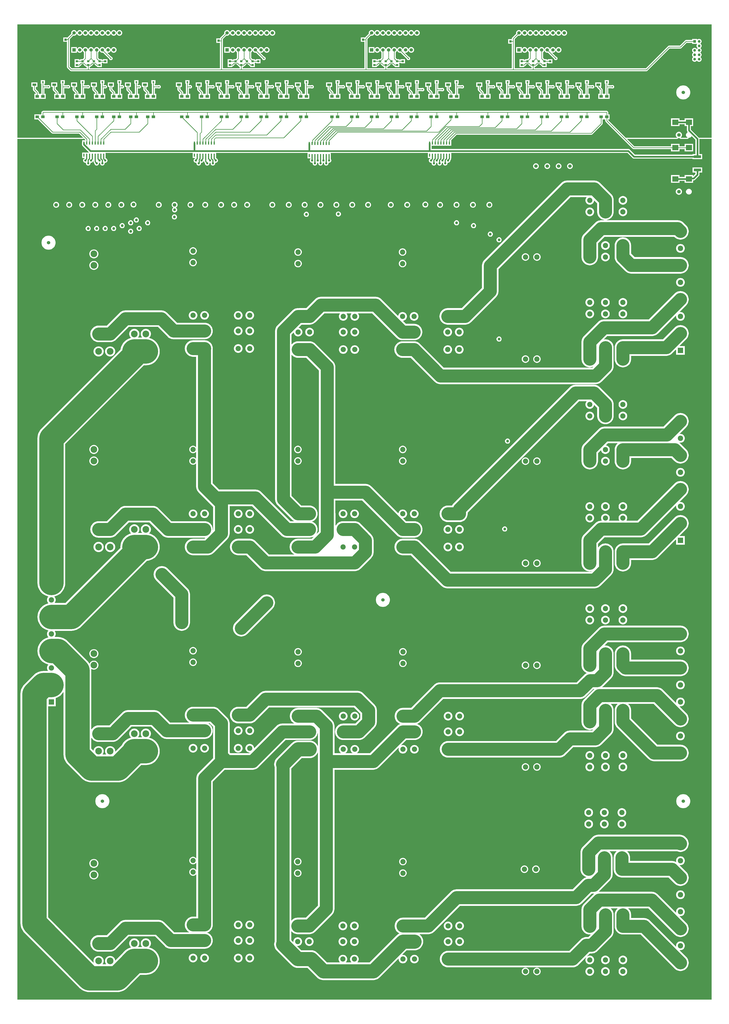
<source format=gtl>
G04*
G04 #@! TF.GenerationSoftware,Altium Limited,Altium Designer,22.7.1 (60)*
G04*
G04 Layer_Physical_Order=1*
G04 Layer_Color=255*
%FSLAX44Y44*%
%MOMM*%
G71*
G04*
G04 #@! TF.SameCoordinates,CA18EF67-D3C3-4F87-89B0-68471F1DA954*
G04*
G04*
G04 #@! TF.FilePolarity,Positive*
G04*
G01*
G75*
%ADD13C,0.2540*%
%ADD18R,1.0000X0.9000*%
%ADD19R,1.0000X1.0000*%
%ADD20R,1.7526X1.0160*%
%ADD21R,0.8000X0.6556*%
%ADD22R,1.5000X1.3000*%
%ADD23R,0.5334X1.4605*%
%ADD24R,2.8000X2.4000*%
%ADD25R,3.3020X1.2192*%
%ADD36C,1.6256*%
%ADD37R,1.6256X1.6256*%
%ADD38R,1.4986X1.4986*%
%ADD39C,1.4986*%
%ADD45C,5.8420*%
%ADD46C,10.9220*%
%ADD47C,0.7620*%
%ADD48C,0.5080*%
%ADD49C,6.3500*%
%ADD50C,1.5240*%
%ADD51C,2.3368*%
%ADD52C,1.2390*%
%ADD53R,1.2390X1.2390*%
%ADD54C,3.0090*%
%ADD55C,2.4000*%
%ADD56R,2.4000X2.4000*%
%ADD57C,1.6000*%
%ADD58C,1.2700*%
%ADD59C,1.0160*%
%ADD60C,0.5588*%
G36*
X2647826Y3949700D02*
X2648318Y3947222D01*
X2649722Y3945122D01*
X2770222Y3824622D01*
X2772322Y3823218D01*
X2774800Y3822726D01*
X2942520D01*
Y3812120D01*
X2980680D01*
Y3822726D01*
X3003520D01*
Y3812120D01*
X3041680D01*
Y3846280D01*
X3003520D01*
Y3835674D01*
X2980680D01*
Y3846280D01*
X2942520D01*
Y3835674D01*
X2777482D01*
X2746009Y3867147D01*
X2746495Y3868321D01*
X2968983D01*
X2969319Y3868387D01*
X2969660Y3868365D01*
X2970301Y3868582D01*
X2970966Y3868715D01*
X2971250Y3868905D01*
X2971573Y3869014D01*
X2972083Y3869461D01*
X2972646Y3869838D01*
X2972836Y3870121D01*
X2973093Y3870347D01*
X2973393Y3870955D01*
X2973769Y3871518D01*
X2974936Y3872337D01*
X2975746Y3872120D01*
X2979454D01*
X2980264Y3872337D01*
X2981431Y3871518D01*
X2981808Y3870955D01*
X2982107Y3870347D01*
X2982364Y3870121D01*
X2982554Y3869838D01*
X2983117Y3869461D01*
X2983627Y3869014D01*
X2983950Y3868905D01*
X2984234Y3868715D01*
X2984899Y3868582D01*
X2985540Y3868365D01*
X2985881Y3868387D01*
X2986216Y3868321D01*
X3015897D01*
X3016232Y3868387D01*
X3016573Y3868365D01*
X3017215Y3868582D01*
X3017879Y3868715D01*
X3018163Y3868905D01*
X3018487Y3869014D01*
X3018996Y3869461D01*
X3019560Y3869838D01*
X3019749Y3870121D01*
X3020006Y3870347D01*
X3020306Y3870955D01*
X3020682Y3871518D01*
X3020749Y3871853D01*
X3020900Y3872159D01*
X3021158Y3873120D01*
X3024322D01*
X3027649Y3874012D01*
X3030631Y3875733D01*
X3033067Y3878169D01*
X3034305Y3880312D01*
X3035890Y3880524D01*
X3051733Y3864680D01*
Y3800348D01*
X3039110D01*
Y3798139D01*
X2780442D01*
X2757650Y3820931D01*
X2755793Y3822356D01*
X2753630Y3823252D01*
X2751310Y3823557D01*
X1869517D01*
Y3837559D01*
X1957197D01*
Y3862324D01*
X1957197Y3862324D01*
X1957197D01*
X1957669Y3863411D01*
X1981604Y3887346D01*
X2585720D01*
X2588198Y3887838D01*
X2590298Y3889242D01*
X2633478Y3932422D01*
X2634882Y3934522D01*
X2635374Y3937000D01*
Y3955620D01*
X2641480D01*
Y3955620D01*
X2641720D01*
Y3955620D01*
X2647826D01*
Y3949700D01*
D02*
G37*
G36*
X3124200Y3873500D02*
X3067988D01*
X3067040Y3874734D01*
X3031567Y3910208D01*
Y3926120D01*
X3041680D01*
Y3960280D01*
X3003520D01*
Y3952167D01*
X2980680D01*
Y3960280D01*
X2942520D01*
Y3926120D01*
X2980680D01*
Y3934233D01*
X3003520D01*
Y3926120D01*
X3013633D01*
Y3906494D01*
X3013939Y3904173D01*
X3014835Y3902010D01*
X3016259Y3900154D01*
X3016924Y3899489D01*
X3016713Y3897904D01*
X3014569Y3896667D01*
X3012133Y3894231D01*
X3010411Y3891249D01*
X3009520Y3887922D01*
Y3884478D01*
X3010411Y3881151D01*
X3012133Y3878169D01*
X3014569Y3875733D01*
X3016237Y3874770D01*
X3015897Y3873500D01*
X2986216D01*
X2985888Y3874727D01*
X2986245Y3874933D01*
X2988867Y3877555D01*
X2990721Y3880765D01*
X2991680Y3884346D01*
Y3888054D01*
X2990721Y3891635D01*
X2988867Y3894845D01*
X2986245Y3897467D01*
X2983035Y3899320D01*
X2979454Y3900280D01*
X2975746D01*
X2972165Y3899320D01*
X2968955Y3897467D01*
X2966333Y3894845D01*
X2964479Y3891635D01*
X2963520Y3888054D01*
Y3884346D01*
X2964479Y3880765D01*
X2966333Y3877555D01*
X2968955Y3874933D01*
X2969312Y3874727D01*
X2968983Y3873500D01*
X2739656D01*
X2660775Y3952382D01*
Y3955620D01*
X2666880D01*
Y3978780D01*
X2660775D01*
Y3987800D01*
X2660282Y3990278D01*
X2658878Y3992378D01*
X2656778Y3993782D01*
X2654300Y3994274D01*
X128488D01*
X126010Y3993782D01*
X123910Y3992378D01*
X122422Y3990890D01*
X121018Y3988790D01*
X120526Y3986312D01*
Y3978780D01*
X114420D01*
X114420Y3978780D01*
X114180D01*
Y3978780D01*
X113150Y3978780D01*
X89020D01*
Y3955620D01*
X105024D01*
X166322Y3894322D01*
X168422Y3892918D01*
X170900Y3892426D01*
X289418D01*
X307171Y3874673D01*
X306684Y3873500D01*
X12700D01*
Y4381500D01*
X3124200D01*
Y3873500D01*
D02*
G37*
G36*
X317376Y3864468D02*
Y3862324D01*
X303403D01*
Y3854449D01*
X303385Y3854425D01*
X302489Y3852262D01*
X302183Y3849941D01*
Y3843692D01*
X302489Y3841371D01*
X303385Y3839208D01*
X303403Y3839184D01*
Y3837559D01*
X304650D01*
X304810Y3837351D01*
X333050Y3809111D01*
X332524Y3807841D01*
X303403D01*
Y3783076D01*
X315047D01*
X315214Y3781806D01*
X313578Y3781367D01*
X311262Y3780030D01*
X309370Y3778138D01*
X308032Y3775822D01*
X307340Y3773238D01*
Y3770562D01*
X308032Y3767979D01*
X309370Y3765662D01*
X311262Y3763770D01*
X313578Y3762432D01*
X316162Y3761740D01*
X318838D01*
X319253Y3761852D01*
X320151Y3760953D01*
X320040Y3760538D01*
Y3757863D01*
X320732Y3755278D01*
X322070Y3752962D01*
X323962Y3751070D01*
X326278Y3749732D01*
X328862Y3749040D01*
X331538D01*
X334122Y3749732D01*
X336438Y3751070D01*
X338330Y3752962D01*
X339668Y3755278D01*
X340360Y3757863D01*
Y3760538D01*
X340249Y3760953D01*
X341147Y3761852D01*
X341562Y3761740D01*
X344238D01*
X346822Y3762432D01*
X349138Y3763770D01*
X351030Y3765662D01*
X352368Y3767979D01*
X352994Y3770317D01*
X354264Y3770150D01*
Y3765688D01*
X354526Y3763698D01*
X355294Y3761844D01*
X356515Y3760253D01*
X358140Y3758628D01*
Y3757863D01*
X358832Y3755278D01*
X360170Y3752962D01*
X362062Y3751070D01*
X364378Y3749732D01*
X366962Y3749040D01*
X369638D01*
X372222Y3749732D01*
X374538Y3751070D01*
X376430Y3752962D01*
X377768Y3755278D01*
X378460Y3757863D01*
Y3760538D01*
X378349Y3760953D01*
X379247Y3761852D01*
X379662Y3761740D01*
X382338D01*
X382753Y3761852D01*
X383651Y3760953D01*
X383540Y3760538D01*
Y3757863D01*
X384232Y3755278D01*
X385570Y3752962D01*
X387462Y3751070D01*
X389778Y3749732D01*
X392362Y3749040D01*
X395038D01*
X397622Y3749732D01*
X399938Y3751070D01*
X401830Y3752962D01*
X403168Y3755278D01*
X403860Y3757863D01*
Y3760538D01*
X403749Y3760953D01*
X404647Y3761852D01*
X405062Y3761740D01*
X407738D01*
X410322Y3762432D01*
X412638Y3763770D01*
X414530Y3765662D01*
X415868Y3767979D01*
X416560Y3770562D01*
Y3773238D01*
X415868Y3775822D01*
X414530Y3778138D01*
X412638Y3780030D01*
X410322Y3781367D01*
X408220Y3781931D01*
X407797Y3783076D01*
X407797Y3783076D01*
X407797Y3783076D01*
Y3805624D01*
X798703D01*
Y3783076D01*
X808610D01*
X809400Y3781806D01*
X809230Y3781462D01*
X808878Y3781367D01*
X806562Y3780030D01*
X804670Y3778138D01*
X803332Y3775822D01*
X802640Y3773238D01*
Y3770562D01*
X803332Y3767979D01*
X804670Y3765662D01*
X806562Y3763770D01*
X808878Y3762432D01*
X811462Y3761740D01*
X814138D01*
X814553Y3761852D01*
X815451Y3760953D01*
X815340Y3760538D01*
Y3757863D01*
X816032Y3755278D01*
X817370Y3752962D01*
X819262Y3751070D01*
X821578Y3749732D01*
X824162Y3749040D01*
X826838D01*
X829422Y3749732D01*
X831738Y3751070D01*
X833630Y3752962D01*
X834968Y3755278D01*
X835660Y3757863D01*
Y3760538D01*
X835599Y3760764D01*
X835654Y3760864D01*
X836862Y3761740D01*
X839538D01*
X842122Y3762432D01*
X844438Y3763770D01*
X846330Y3765662D01*
X847668Y3767979D01*
X848294Y3770317D01*
X849564Y3770150D01*
Y3766925D01*
X849826Y3764935D01*
X850594Y3763082D01*
X851815Y3761490D01*
X853440Y3759865D01*
Y3757863D01*
X854132Y3755278D01*
X855470Y3752962D01*
X857362Y3751070D01*
X859678Y3749732D01*
X862262Y3749040D01*
X864938D01*
X867522Y3749732D01*
X869838Y3751070D01*
X871730Y3752962D01*
X873068Y3755278D01*
X873760Y3757863D01*
Y3760538D01*
X873649Y3760953D01*
X874547Y3761852D01*
X874962Y3761740D01*
X877638D01*
X878053Y3761852D01*
X878951Y3760953D01*
X878840Y3760538D01*
Y3757863D01*
X879532Y3755278D01*
X880870Y3752962D01*
X882762Y3751070D01*
X885078Y3749732D01*
X887662Y3749040D01*
X890338D01*
X892922Y3749732D01*
X895238Y3751070D01*
X897130Y3752962D01*
X898468Y3755278D01*
X899160Y3757863D01*
Y3760538D01*
X899049Y3760953D01*
X899947Y3761852D01*
X900362Y3761740D01*
X903038D01*
X905622Y3762432D01*
X907938Y3763770D01*
X909830Y3765662D01*
X911168Y3767979D01*
X911860Y3770562D01*
Y3773238D01*
X911168Y3775822D01*
X909830Y3778138D01*
X907938Y3780030D01*
X905622Y3781367D01*
X904057Y3781787D01*
X903762Y3782082D01*
X903097Y3783076D01*
Y3805624D01*
X1313053D01*
Y3781234D01*
X1325814D01*
Y3778583D01*
X1325370Y3778138D01*
X1324032Y3775822D01*
X1323340Y3773238D01*
Y3770562D01*
X1324032Y3767979D01*
X1325370Y3765662D01*
X1327262Y3763770D01*
X1329578Y3762432D01*
X1332162Y3761740D01*
X1334838D01*
X1335253Y3761852D01*
X1336151Y3760953D01*
X1336040Y3760538D01*
Y3757863D01*
X1336732Y3755278D01*
X1338070Y3752962D01*
X1339962Y3751070D01*
X1342278Y3749732D01*
X1344862Y3749040D01*
X1347538D01*
X1350122Y3749732D01*
X1352438Y3751070D01*
X1354330Y3752962D01*
X1355668Y3755278D01*
X1356360Y3757863D01*
Y3760538D01*
X1356249Y3760953D01*
X1357147Y3761852D01*
X1357562Y3761740D01*
X1360238D01*
X1360653Y3761852D01*
X1361551Y3760953D01*
X1361440Y3760538D01*
Y3757863D01*
X1362132Y3755278D01*
X1363470Y3752962D01*
X1365362Y3751070D01*
X1367678Y3749732D01*
X1370262Y3749040D01*
X1372938D01*
X1375522Y3749732D01*
X1377838Y3751070D01*
X1379730Y3752962D01*
X1381068Y3755278D01*
X1381760Y3757863D01*
Y3760538D01*
X1381649Y3760953D01*
X1382547Y3761852D01*
X1382962Y3761740D01*
X1385638D01*
X1386053Y3761852D01*
X1386951Y3760953D01*
X1386840Y3760538D01*
Y3757863D01*
X1387532Y3755278D01*
X1388870Y3752962D01*
X1390762Y3751070D01*
X1393078Y3749732D01*
X1395662Y3749040D01*
X1398338D01*
X1400922Y3749732D01*
X1403238Y3751070D01*
X1405130Y3752962D01*
X1406468Y3755278D01*
X1407160Y3757863D01*
Y3760538D01*
X1407049Y3760953D01*
X1407947Y3761852D01*
X1408362Y3761740D01*
X1411038D01*
X1413622Y3762432D01*
X1415938Y3763770D01*
X1417830Y3765662D01*
X1419168Y3767979D01*
X1419860Y3770562D01*
Y3773238D01*
X1419168Y3775822D01*
X1417830Y3778138D01*
X1417386Y3778583D01*
Y3781234D01*
X1417447D01*
Y3805624D01*
X1852803D01*
Y3783076D01*
X1864447D01*
X1864614Y3781806D01*
X1862978Y3781367D01*
X1860662Y3780030D01*
X1858770Y3778138D01*
X1857432Y3775822D01*
X1856740Y3773238D01*
Y3770562D01*
X1857432Y3767979D01*
X1858770Y3765662D01*
X1860662Y3763770D01*
X1862978Y3762432D01*
X1865562Y3761740D01*
X1868238D01*
X1868653Y3761852D01*
X1869551Y3760953D01*
X1869440Y3760538D01*
Y3757863D01*
X1870132Y3755278D01*
X1871470Y3752962D01*
X1873362Y3751070D01*
X1875678Y3749732D01*
X1878262Y3749040D01*
X1880938D01*
X1883522Y3749732D01*
X1885838Y3751070D01*
X1887730Y3752962D01*
X1889068Y3755278D01*
X1889760Y3757863D01*
Y3760538D01*
X1889649Y3760953D01*
X1890547Y3761852D01*
X1890962Y3761740D01*
X1893638D01*
X1894053Y3761852D01*
X1894951Y3760953D01*
X1894840Y3760538D01*
Y3757863D01*
X1895532Y3755278D01*
X1896870Y3752962D01*
X1898762Y3751070D01*
X1901078Y3749732D01*
X1903662Y3749040D01*
X1906338D01*
X1908922Y3749732D01*
X1911238Y3751070D01*
X1913130Y3752962D01*
X1914468Y3755278D01*
X1915160Y3757863D01*
Y3760538D01*
X1915049Y3760953D01*
X1915947Y3761852D01*
X1916362Y3761740D01*
X1919038D01*
X1919453Y3761852D01*
X1920351Y3760953D01*
X1920240Y3760538D01*
Y3757863D01*
X1920932Y3755278D01*
X1922270Y3752962D01*
X1924162Y3751070D01*
X1926478Y3749732D01*
X1929062Y3749040D01*
X1931738D01*
X1934322Y3749732D01*
X1936638Y3751070D01*
X1938530Y3752962D01*
X1939868Y3755278D01*
X1940560Y3757863D01*
Y3760538D01*
X1940449Y3760953D01*
X1941347Y3761852D01*
X1941762Y3761740D01*
X1944438D01*
X1947022Y3762432D01*
X1949338Y3763770D01*
X1951230Y3765662D01*
X1952568Y3767979D01*
X1953260Y3770562D01*
Y3772565D01*
X1954885Y3774190D01*
X1954885Y3774190D01*
X1956106Y3775782D01*
X1956874Y3777635D01*
X1957136Y3779625D01*
Y3783076D01*
X1957197D01*
Y3805624D01*
X2747596D01*
X2770388Y3782832D01*
X2772245Y3781407D01*
X2774407Y3780511D01*
X2776728Y3780205D01*
X3039110D01*
Y3777996D01*
X3082290D01*
Y3800348D01*
X3069667D01*
Y3868321D01*
X3124200D01*
Y12700D01*
X12700D01*
Y3868321D01*
X306684D01*
X308667Y3868715D01*
X310347Y3869838D01*
X311882Y3869962D01*
X317376Y3864468D01*
D02*
G37*
%LPC*%
G36*
X2465455Y4355973D02*
X2462145D01*
X2458947Y4355116D01*
X2456080Y4353461D01*
X2453739Y4351120D01*
X2452084Y4348253D01*
X2451757Y4347035D01*
X2450443D01*
X2450116Y4348253D01*
X2448461Y4351120D01*
X2446120Y4353461D01*
X2443253Y4355116D01*
X2440055Y4355973D01*
X2436745D01*
X2433547Y4355116D01*
X2430680Y4353461D01*
X2428339Y4351120D01*
X2426684Y4348253D01*
X2426357Y4347035D01*
X2425043D01*
X2424716Y4348253D01*
X2423061Y4351120D01*
X2420720Y4353461D01*
X2417853Y4355116D01*
X2414655Y4355973D01*
X2411345D01*
X2408147Y4355116D01*
X2405280Y4353461D01*
X2402939Y4351120D01*
X2401284Y4348253D01*
X2400957Y4347035D01*
X2399643D01*
X2399316Y4348253D01*
X2397661Y4351120D01*
X2395320Y4353461D01*
X2392453Y4355116D01*
X2389255Y4355973D01*
X2385945D01*
X2382747Y4355116D01*
X2379880Y4353461D01*
X2377539Y4351120D01*
X2375884Y4348253D01*
X2375557Y4347035D01*
X2374243D01*
X2373916Y4348253D01*
X2372261Y4351120D01*
X2369920Y4353461D01*
X2367053Y4355116D01*
X2363855Y4355973D01*
X2360545D01*
X2357347Y4355116D01*
X2354480Y4353461D01*
X2352139Y4351120D01*
X2350484Y4348253D01*
X2350157Y4347035D01*
X2348843D01*
X2348516Y4348253D01*
X2346861Y4351120D01*
X2344520Y4353461D01*
X2341653Y4355116D01*
X2338455Y4355973D01*
X2335145D01*
X2331947Y4355116D01*
X2329080Y4353461D01*
X2326739Y4351120D01*
X2325084Y4348253D01*
X2324757Y4347035D01*
X2323443D01*
X2323116Y4348253D01*
X2321461Y4351120D01*
X2319120Y4353461D01*
X2316253Y4355116D01*
X2313055Y4355973D01*
X2309745D01*
X2306547Y4355116D01*
X2303680Y4353461D01*
X2301339Y4351120D01*
X2299684Y4348253D01*
X2299357Y4347035D01*
X2298043D01*
X2297716Y4348253D01*
X2296061Y4351120D01*
X2293720Y4353461D01*
X2290853Y4355116D01*
X2287655Y4355973D01*
X2284345D01*
X2281147Y4355116D01*
X2278280Y4353461D01*
X2275939Y4351120D01*
X2274284Y4348253D01*
X2273957Y4347035D01*
X2272643D01*
X2272316Y4348253D01*
X2270661Y4351120D01*
X2268320Y4353461D01*
X2265453Y4355116D01*
X2262255Y4355973D01*
X2258945D01*
X2255747Y4355116D01*
X2252880Y4353461D01*
X2250539Y4351120D01*
X2248884Y4348253D01*
X2248027Y4345055D01*
Y4341745D01*
X2248399Y4340356D01*
X2230622Y4322578D01*
X2229218Y4320478D01*
X2228726Y4318000D01*
Y4315380D01*
X2212420D01*
Y4295220D01*
X2228726D01*
Y4184774D01*
X1670174D01*
Y4189820D01*
X1673780D01*
Y4192926D01*
X1674212D01*
X1676689Y4193418D01*
X1678790Y4194822D01*
X1685204Y4201236D01*
X1693852D01*
X1700266Y4194822D01*
X1702366Y4193418D01*
X1704420Y4193010D01*
Y4189820D01*
X1724580D01*
Y4206820D01*
Y4209926D01*
X1729820D01*
Y4206820D01*
X1749980D01*
Y4225980D01*
X1729820D01*
Y4222874D01*
X1724580D01*
Y4225980D01*
X1713576D01*
X1708274Y4231282D01*
Y4256420D01*
X1709520Y4257139D01*
X1711861Y4259480D01*
X1713516Y4262347D01*
X1713843Y4263565D01*
X1715157D01*
X1715484Y4262347D01*
X1717139Y4259480D01*
X1719480Y4257139D01*
X1722347Y4255484D01*
X1725545Y4254627D01*
X1728855D01*
X1730244Y4254999D01*
X1757516Y4227728D01*
X1757963Y4226061D01*
X1758999Y4224265D01*
X1760465Y4222799D01*
X1762261Y4221763D01*
X1764263Y4221226D01*
X1766337D01*
X1768339Y4221763D01*
X1770135Y4222799D01*
X1771601Y4224265D01*
X1772637Y4226061D01*
X1773174Y4228063D01*
Y4230137D01*
X1772637Y4232139D01*
X1771601Y4233935D01*
X1770135Y4235401D01*
X1768339Y4236437D01*
X1766672Y4236884D01*
X1749926Y4253630D01*
X1750561Y4254730D01*
X1750945Y4254627D01*
X1754255D01*
X1757453Y4255484D01*
X1760320Y4257139D01*
X1762661Y4259480D01*
X1764316Y4262347D01*
X1764643Y4263565D01*
X1765957D01*
X1766284Y4262347D01*
X1767939Y4259480D01*
X1770280Y4257139D01*
X1773147Y4255484D01*
X1776345Y4254627D01*
X1779655D01*
X1782853Y4255484D01*
X1785720Y4257139D01*
X1788061Y4259480D01*
X1789716Y4262347D01*
X1790573Y4265545D01*
Y4268855D01*
X1789716Y4272053D01*
X1788061Y4274920D01*
X1785720Y4277261D01*
X1782853Y4278916D01*
X1779655Y4279773D01*
X1776345D01*
X1773147Y4278916D01*
X1770280Y4277261D01*
X1767939Y4274920D01*
X1766284Y4272053D01*
X1765957Y4270835D01*
X1764643D01*
X1764316Y4272053D01*
X1762661Y4274920D01*
X1760320Y4277261D01*
X1757453Y4278916D01*
X1754255Y4279773D01*
X1750945D01*
X1747747Y4278916D01*
X1744880Y4277261D01*
X1742539Y4274920D01*
X1740884Y4272053D01*
X1740557Y4270835D01*
X1739243D01*
X1738916Y4272053D01*
X1737261Y4274920D01*
X1734920Y4277261D01*
X1732053Y4278916D01*
X1728855Y4279773D01*
X1725545D01*
X1722347Y4278916D01*
X1719480Y4277261D01*
X1717139Y4274920D01*
X1715484Y4272053D01*
X1715157Y4270835D01*
X1713843D01*
X1713516Y4272053D01*
X1711861Y4274920D01*
X1709520Y4277261D01*
X1706653Y4278916D01*
X1703455Y4279773D01*
X1700145D01*
X1696947Y4278916D01*
X1694080Y4277261D01*
X1691739Y4274920D01*
X1690084Y4272053D01*
X1689757Y4270835D01*
X1688443D01*
X1688116Y4272053D01*
X1686461Y4274920D01*
X1684120Y4277261D01*
X1681253Y4278916D01*
X1678055Y4279773D01*
X1674745D01*
X1671547Y4278916D01*
X1668680Y4277261D01*
X1666339Y4274920D01*
X1664684Y4272053D01*
X1664357Y4270835D01*
X1663043D01*
X1662716Y4272053D01*
X1661061Y4274920D01*
X1658720Y4277261D01*
X1655853Y4278916D01*
X1652655Y4279773D01*
X1649345D01*
X1646147Y4278916D01*
X1643280Y4277261D01*
X1640939Y4274920D01*
X1639284Y4272053D01*
X1638957Y4270835D01*
X1637643D01*
X1637316Y4272053D01*
X1635661Y4274920D01*
X1633320Y4277261D01*
X1630453Y4278916D01*
X1627255Y4279773D01*
X1623945D01*
X1620747Y4278916D01*
X1617880Y4277261D01*
X1615539Y4274920D01*
X1614043Y4272329D01*
X1612773Y4272604D01*
Y4279773D01*
X1587627D01*
Y4254627D01*
X1612773D01*
Y4261795D01*
X1614043Y4262071D01*
X1615539Y4259480D01*
X1617880Y4257139D01*
X1620747Y4255484D01*
X1623945Y4254627D01*
X1627255D01*
X1630453Y4255484D01*
X1633320Y4257139D01*
X1635661Y4259480D01*
X1637316Y4262347D01*
X1637643Y4263565D01*
X1638957D01*
X1639284Y4262347D01*
X1640939Y4259480D01*
X1643280Y4257139D01*
X1644526Y4256420D01*
Y4231282D01*
X1639224Y4225980D01*
X1628220D01*
Y4222874D01*
X1622980D01*
Y4225980D01*
X1602820D01*
Y4206820D01*
Y4189820D01*
X1622980D01*
Y4192926D01*
X1623412D01*
X1625889Y4193418D01*
X1627990Y4194822D01*
X1634404Y4201236D01*
X1643052D01*
X1649466Y4194822D01*
X1651566Y4193418D01*
X1653620Y4193010D01*
Y4189820D01*
X1657226D01*
Y4184774D01*
X1581274D01*
Y4313117D01*
Y4315318D01*
X1597155Y4331199D01*
X1598545Y4330827D01*
X1601855D01*
X1605053Y4331684D01*
X1607920Y4333339D01*
X1610261Y4335680D01*
X1611916Y4338547D01*
X1612243Y4339765D01*
X1613557D01*
X1613884Y4338547D01*
X1615539Y4335680D01*
X1617880Y4333339D01*
X1620747Y4331684D01*
X1623945Y4330827D01*
X1627255D01*
X1630453Y4331684D01*
X1633320Y4333339D01*
X1635661Y4335680D01*
X1637316Y4338547D01*
X1637643Y4339765D01*
X1638957D01*
X1639284Y4338547D01*
X1640939Y4335680D01*
X1643280Y4333339D01*
X1646147Y4331684D01*
X1649345Y4330827D01*
X1652655D01*
X1655853Y4331684D01*
X1658720Y4333339D01*
X1661061Y4335680D01*
X1662716Y4338547D01*
X1663043Y4339765D01*
X1664357D01*
X1664684Y4338547D01*
X1666339Y4335680D01*
X1668680Y4333339D01*
X1671547Y4331684D01*
X1674745Y4330827D01*
X1678055D01*
X1681253Y4331684D01*
X1684120Y4333339D01*
X1686461Y4335680D01*
X1688116Y4338547D01*
X1688443Y4339765D01*
X1689757D01*
X1690084Y4338547D01*
X1691739Y4335680D01*
X1694080Y4333339D01*
X1696947Y4331684D01*
X1700145Y4330827D01*
X1703455D01*
X1706653Y4331684D01*
X1709520Y4333339D01*
X1711861Y4335680D01*
X1713516Y4338547D01*
X1713843Y4339765D01*
X1715157D01*
X1715484Y4338547D01*
X1717139Y4335680D01*
X1719480Y4333339D01*
X1722347Y4331684D01*
X1725545Y4330827D01*
X1728855D01*
X1732053Y4331684D01*
X1734920Y4333339D01*
X1737261Y4335680D01*
X1738916Y4338547D01*
X1739243Y4339765D01*
X1740557D01*
X1740884Y4338547D01*
X1742539Y4335680D01*
X1744880Y4333339D01*
X1747747Y4331684D01*
X1750945Y4330827D01*
X1754255D01*
X1757453Y4331684D01*
X1760320Y4333339D01*
X1762661Y4335680D01*
X1764316Y4338547D01*
X1764643Y4339765D01*
X1765957D01*
X1766284Y4338547D01*
X1767939Y4335680D01*
X1770280Y4333339D01*
X1773147Y4331684D01*
X1776345Y4330827D01*
X1779655D01*
X1782853Y4331684D01*
X1785720Y4333339D01*
X1788061Y4335680D01*
X1789716Y4338547D01*
X1790043Y4339765D01*
X1791357D01*
X1791684Y4338547D01*
X1793339Y4335680D01*
X1795680Y4333339D01*
X1798547Y4331684D01*
X1801745Y4330827D01*
X1805055D01*
X1808253Y4331684D01*
X1811120Y4333339D01*
X1813461Y4335680D01*
X1815116Y4338547D01*
X1815973Y4341745D01*
Y4345055D01*
X1815116Y4348253D01*
X1813461Y4351120D01*
X1811120Y4353461D01*
X1808253Y4355116D01*
X1805055Y4355973D01*
X1801745D01*
X1798547Y4355116D01*
X1795680Y4353461D01*
X1793339Y4351120D01*
X1791684Y4348253D01*
X1791357Y4347035D01*
X1790043D01*
X1789716Y4348253D01*
X1788061Y4351120D01*
X1785720Y4353461D01*
X1782853Y4355116D01*
X1779655Y4355973D01*
X1776345D01*
X1773147Y4355116D01*
X1770280Y4353461D01*
X1767939Y4351120D01*
X1766284Y4348253D01*
X1765957Y4347035D01*
X1764643D01*
X1764316Y4348253D01*
X1762661Y4351120D01*
X1760320Y4353461D01*
X1757453Y4355116D01*
X1754255Y4355973D01*
X1750945D01*
X1747747Y4355116D01*
X1744880Y4353461D01*
X1742539Y4351120D01*
X1740884Y4348253D01*
X1740557Y4347035D01*
X1739243D01*
X1738916Y4348253D01*
X1737261Y4351120D01*
X1734920Y4353461D01*
X1732053Y4355116D01*
X1728855Y4355973D01*
X1725545D01*
X1722347Y4355116D01*
X1719480Y4353461D01*
X1717139Y4351120D01*
X1715484Y4348253D01*
X1715157Y4347035D01*
X1713843D01*
X1713516Y4348253D01*
X1711861Y4351120D01*
X1709520Y4353461D01*
X1706653Y4355116D01*
X1703455Y4355973D01*
X1700145D01*
X1696947Y4355116D01*
X1694080Y4353461D01*
X1691739Y4351120D01*
X1690084Y4348253D01*
X1689757Y4347035D01*
X1688443D01*
X1688116Y4348253D01*
X1686461Y4351120D01*
X1684120Y4353461D01*
X1681253Y4355116D01*
X1678055Y4355973D01*
X1674745D01*
X1671547Y4355116D01*
X1668680Y4353461D01*
X1666339Y4351120D01*
X1664684Y4348253D01*
X1664357Y4347035D01*
X1663043D01*
X1662716Y4348253D01*
X1661061Y4351120D01*
X1658720Y4353461D01*
X1655853Y4355116D01*
X1652655Y4355973D01*
X1649345D01*
X1646147Y4355116D01*
X1643280Y4353461D01*
X1640939Y4351120D01*
X1639284Y4348253D01*
X1638957Y4347035D01*
X1637643D01*
X1637316Y4348253D01*
X1635661Y4351120D01*
X1633320Y4353461D01*
X1630453Y4355116D01*
X1627255Y4355973D01*
X1623945D01*
X1620747Y4355116D01*
X1617880Y4353461D01*
X1615539Y4351120D01*
X1613884Y4348253D01*
X1613557Y4347035D01*
X1612243D01*
X1611916Y4348253D01*
X1610261Y4351120D01*
X1607920Y4353461D01*
X1605053Y4355116D01*
X1601855Y4355973D01*
X1598545D01*
X1595347Y4355116D01*
X1592480Y4353461D01*
X1590139Y4351120D01*
X1588484Y4348253D01*
X1587627Y4345055D01*
Y4341745D01*
X1587999Y4340356D01*
X1571024Y4323380D01*
X1552020D01*
Y4303220D01*
X1568326D01*
Y4184774D01*
X1022474D01*
Y4189820D01*
X1026080D01*
Y4192926D01*
X1026512D01*
X1028989Y4193418D01*
X1031090Y4194822D01*
X1037504Y4201236D01*
X1047408D01*
X1053822Y4194822D01*
X1055922Y4193418D01*
X1056720Y4193260D01*
Y4189820D01*
X1076880D01*
Y4206820D01*
Y4209926D01*
X1082120D01*
Y4206820D01*
X1102280D01*
Y4225980D01*
X1082120D01*
Y4222874D01*
X1076880D01*
Y4225980D01*
X1066376D01*
X1060574Y4231782D01*
Y4256420D01*
X1061820Y4257139D01*
X1064161Y4259480D01*
X1065816Y4262347D01*
X1066143Y4263565D01*
X1067457D01*
X1067784Y4262347D01*
X1069439Y4259480D01*
X1071780Y4257139D01*
X1074647Y4255484D01*
X1077845Y4254627D01*
X1081155D01*
X1082544Y4254999D01*
X1109816Y4227728D01*
X1110263Y4226061D01*
X1111299Y4224265D01*
X1112765Y4222799D01*
X1114561Y4221763D01*
X1116563Y4221226D01*
X1118637D01*
X1120639Y4221763D01*
X1122435Y4222799D01*
X1123901Y4224265D01*
X1124937Y4226061D01*
X1125474Y4228063D01*
Y4230137D01*
X1124937Y4232139D01*
X1123901Y4233935D01*
X1122435Y4235401D01*
X1120639Y4236437D01*
X1118972Y4236884D01*
X1102226Y4253630D01*
X1102861Y4254730D01*
X1103245Y4254627D01*
X1106555D01*
X1109753Y4255484D01*
X1112620Y4257139D01*
X1114961Y4259480D01*
X1116616Y4262347D01*
X1116943Y4263565D01*
X1118257D01*
X1118584Y4262347D01*
X1120239Y4259480D01*
X1122580Y4257139D01*
X1125447Y4255484D01*
X1128645Y4254627D01*
X1131955D01*
X1135153Y4255484D01*
X1138020Y4257139D01*
X1140361Y4259480D01*
X1142016Y4262347D01*
X1142873Y4265545D01*
Y4268855D01*
X1142016Y4272053D01*
X1140361Y4274920D01*
X1138020Y4277261D01*
X1135153Y4278916D01*
X1131955Y4279773D01*
X1128645D01*
X1125447Y4278916D01*
X1122580Y4277261D01*
X1120239Y4274920D01*
X1118584Y4272053D01*
X1118257Y4270835D01*
X1116943D01*
X1116616Y4272053D01*
X1114961Y4274920D01*
X1112620Y4277261D01*
X1109753Y4278916D01*
X1106555Y4279773D01*
X1103245D01*
X1100047Y4278916D01*
X1097180Y4277261D01*
X1094839Y4274920D01*
X1093184Y4272053D01*
X1092857Y4270835D01*
X1091543D01*
X1091216Y4272053D01*
X1089561Y4274920D01*
X1087220Y4277261D01*
X1084353Y4278916D01*
X1081155Y4279773D01*
X1077845D01*
X1074647Y4278916D01*
X1071780Y4277261D01*
X1069439Y4274920D01*
X1067784Y4272053D01*
X1067457Y4270835D01*
X1066143D01*
X1065816Y4272053D01*
X1064161Y4274920D01*
X1061820Y4277261D01*
X1058953Y4278916D01*
X1055755Y4279773D01*
X1052445D01*
X1049247Y4278916D01*
X1046380Y4277261D01*
X1044039Y4274920D01*
X1042384Y4272053D01*
X1042057Y4270835D01*
X1040743D01*
X1040416Y4272053D01*
X1038761Y4274920D01*
X1036420Y4277261D01*
X1033553Y4278916D01*
X1030355Y4279773D01*
X1027045D01*
X1023847Y4278916D01*
X1020980Y4277261D01*
X1018639Y4274920D01*
X1016984Y4272053D01*
X1016657Y4270835D01*
X1015343D01*
X1015016Y4272053D01*
X1013361Y4274920D01*
X1011020Y4277261D01*
X1008153Y4278916D01*
X1004955Y4279773D01*
X1001645D01*
X998447Y4278916D01*
X995580Y4277261D01*
X993239Y4274920D01*
X991584Y4272053D01*
X991257Y4270835D01*
X989943D01*
X989616Y4272053D01*
X987961Y4274920D01*
X985620Y4277261D01*
X982753Y4278916D01*
X979555Y4279773D01*
X976245D01*
X973047Y4278916D01*
X970180Y4277261D01*
X967839Y4274920D01*
X966343Y4272329D01*
X965073Y4272604D01*
Y4279773D01*
X939927D01*
Y4254627D01*
X965073D01*
Y4261795D01*
X966343Y4262071D01*
X967839Y4259480D01*
X970180Y4257139D01*
X973047Y4255484D01*
X976245Y4254627D01*
X979555D01*
X982753Y4255484D01*
X985620Y4257139D01*
X987961Y4259480D01*
X989616Y4262347D01*
X989943Y4263565D01*
X991257D01*
X991584Y4262347D01*
X993239Y4259480D01*
X995580Y4257139D01*
X996826Y4256420D01*
Y4231282D01*
X991524Y4225980D01*
X980520D01*
Y4222874D01*
X975280D01*
Y4225980D01*
X955120D01*
Y4206820D01*
Y4189820D01*
X975280D01*
Y4192926D01*
X975712D01*
X978189Y4193418D01*
X980290Y4194822D01*
X986704Y4201236D01*
X996608D01*
X1003022Y4194822D01*
X1005122Y4193418D01*
X1005920Y4193260D01*
Y4189820D01*
X1009526D01*
Y4184774D01*
X933574D01*
Y4307479D01*
Y4315318D01*
X949455Y4331199D01*
X950845Y4330827D01*
X954155D01*
X957353Y4331684D01*
X960220Y4333339D01*
X962561Y4335680D01*
X964216Y4338547D01*
X964543Y4339765D01*
X965857D01*
X966184Y4338547D01*
X967839Y4335680D01*
X970180Y4333339D01*
X973047Y4331684D01*
X976245Y4330827D01*
X979555D01*
X982753Y4331684D01*
X985620Y4333339D01*
X987961Y4335680D01*
X989616Y4338547D01*
X989943Y4339765D01*
X991257D01*
X991584Y4338547D01*
X993239Y4335680D01*
X995580Y4333339D01*
X998447Y4331684D01*
X1001645Y4330827D01*
X1004955D01*
X1008153Y4331684D01*
X1011020Y4333339D01*
X1013361Y4335680D01*
X1015016Y4338547D01*
X1015343Y4339765D01*
X1016657D01*
X1016984Y4338547D01*
X1018639Y4335680D01*
X1020980Y4333339D01*
X1023847Y4331684D01*
X1027045Y4330827D01*
X1030355D01*
X1033553Y4331684D01*
X1036420Y4333339D01*
X1038761Y4335680D01*
X1040416Y4338547D01*
X1040743Y4339765D01*
X1042057D01*
X1042384Y4338547D01*
X1044039Y4335680D01*
X1046380Y4333339D01*
X1049247Y4331684D01*
X1052445Y4330827D01*
X1055755D01*
X1058953Y4331684D01*
X1061820Y4333339D01*
X1064161Y4335680D01*
X1065816Y4338547D01*
X1066143Y4339765D01*
X1067457D01*
X1067784Y4338547D01*
X1069439Y4335680D01*
X1071780Y4333339D01*
X1074647Y4331684D01*
X1077845Y4330827D01*
X1081155D01*
X1084353Y4331684D01*
X1087220Y4333339D01*
X1089561Y4335680D01*
X1091216Y4338547D01*
X1091543Y4339765D01*
X1092857D01*
X1093184Y4338547D01*
X1094839Y4335680D01*
X1097180Y4333339D01*
X1100047Y4331684D01*
X1103245Y4330827D01*
X1106555D01*
X1109753Y4331684D01*
X1112620Y4333339D01*
X1114961Y4335680D01*
X1116616Y4338547D01*
X1116943Y4339765D01*
X1118257D01*
X1118584Y4338547D01*
X1120239Y4335680D01*
X1122580Y4333339D01*
X1125447Y4331684D01*
X1128645Y4330827D01*
X1131955D01*
X1135153Y4331684D01*
X1138020Y4333339D01*
X1140361Y4335680D01*
X1142016Y4338547D01*
X1142343Y4339765D01*
X1143657D01*
X1143984Y4338547D01*
X1145639Y4335680D01*
X1147980Y4333339D01*
X1150847Y4331684D01*
X1154045Y4330827D01*
X1157355D01*
X1160553Y4331684D01*
X1163420Y4333339D01*
X1165761Y4335680D01*
X1167416Y4338547D01*
X1168273Y4341745D01*
Y4345055D01*
X1167416Y4348253D01*
X1165761Y4351120D01*
X1163420Y4353461D01*
X1160553Y4355116D01*
X1157355Y4355973D01*
X1154045D01*
X1150847Y4355116D01*
X1147980Y4353461D01*
X1145639Y4351120D01*
X1143984Y4348253D01*
X1143657Y4347035D01*
X1142343D01*
X1142016Y4348253D01*
X1140361Y4351120D01*
X1138020Y4353461D01*
X1135153Y4355116D01*
X1131955Y4355973D01*
X1128645D01*
X1125447Y4355116D01*
X1122580Y4353461D01*
X1120239Y4351120D01*
X1118584Y4348253D01*
X1118257Y4347035D01*
X1116943D01*
X1116616Y4348253D01*
X1114961Y4351120D01*
X1112620Y4353461D01*
X1109753Y4355116D01*
X1106555Y4355973D01*
X1103245D01*
X1100047Y4355116D01*
X1097180Y4353461D01*
X1094839Y4351120D01*
X1093184Y4348253D01*
X1092857Y4347035D01*
X1091543D01*
X1091216Y4348253D01*
X1089561Y4351120D01*
X1087220Y4353461D01*
X1084353Y4355116D01*
X1081155Y4355973D01*
X1077845D01*
X1074647Y4355116D01*
X1071780Y4353461D01*
X1069439Y4351120D01*
X1067784Y4348253D01*
X1067457Y4347035D01*
X1066143D01*
X1065816Y4348253D01*
X1064161Y4351120D01*
X1061820Y4353461D01*
X1058953Y4355116D01*
X1055755Y4355973D01*
X1052445D01*
X1049247Y4355116D01*
X1046380Y4353461D01*
X1044039Y4351120D01*
X1042384Y4348253D01*
X1042057Y4347035D01*
X1040743D01*
X1040416Y4348253D01*
X1038761Y4351120D01*
X1036420Y4353461D01*
X1033553Y4355116D01*
X1030355Y4355973D01*
X1027045D01*
X1023847Y4355116D01*
X1020980Y4353461D01*
X1018639Y4351120D01*
X1016984Y4348253D01*
X1016657Y4347035D01*
X1015343D01*
X1015016Y4348253D01*
X1013361Y4351120D01*
X1011020Y4353461D01*
X1008153Y4355116D01*
X1004955Y4355973D01*
X1001645D01*
X998447Y4355116D01*
X995580Y4353461D01*
X993239Y4351120D01*
X991584Y4348253D01*
X991257Y4347035D01*
X989943D01*
X989616Y4348253D01*
X987961Y4351120D01*
X985620Y4353461D01*
X982753Y4355116D01*
X979555Y4355973D01*
X976245D01*
X973047Y4355116D01*
X970180Y4353461D01*
X967839Y4351120D01*
X966184Y4348253D01*
X965857Y4347035D01*
X964543D01*
X964216Y4348253D01*
X962561Y4351120D01*
X960220Y4353461D01*
X957353Y4355116D01*
X954155Y4355973D01*
X950845D01*
X947647Y4355116D01*
X944780Y4353461D01*
X942439Y4351120D01*
X940784Y4348253D01*
X939927Y4345055D01*
Y4341745D01*
X940299Y4340356D01*
X922522Y4322578D01*
X921118Y4320478D01*
X920761Y4318680D01*
X904320D01*
Y4298520D01*
X920626D01*
Y4184774D01*
X336674D01*
Y4189820D01*
X340280D01*
Y4192926D01*
X340712D01*
X343190Y4193418D01*
X345290Y4194822D01*
X351704Y4201236D01*
X359496D01*
X365910Y4194822D01*
X368010Y4193418D01*
X370488Y4192926D01*
X370920D01*
Y4189820D01*
X391080D01*
Y4206820D01*
Y4209926D01*
X396320D01*
Y4206820D01*
X416480D01*
Y4225980D01*
X396320D01*
Y4222874D01*
X391080D01*
Y4225980D01*
X380076D01*
X374774Y4231282D01*
Y4256420D01*
X376020Y4257139D01*
X378361Y4259480D01*
X380016Y4262347D01*
X380343Y4263565D01*
X381657D01*
X381984Y4262347D01*
X383639Y4259480D01*
X385980Y4257139D01*
X388847Y4255484D01*
X392045Y4254627D01*
X395355D01*
X396744Y4254999D01*
X424016Y4227728D01*
X424463Y4226061D01*
X425499Y4224265D01*
X426965Y4222799D01*
X428761Y4221763D01*
X430763Y4221226D01*
X432837D01*
X434839Y4221763D01*
X436635Y4222799D01*
X438101Y4224265D01*
X439137Y4226061D01*
X439674Y4228063D01*
Y4230137D01*
X439137Y4232139D01*
X438101Y4233935D01*
X436635Y4235401D01*
X434839Y4236437D01*
X433172Y4236884D01*
X416426Y4253630D01*
X417061Y4254730D01*
X417445Y4254627D01*
X420755D01*
X423953Y4255484D01*
X426820Y4257139D01*
X429161Y4259480D01*
X430816Y4262347D01*
X431143Y4263565D01*
X432457D01*
X432784Y4262347D01*
X434439Y4259480D01*
X436780Y4257139D01*
X439647Y4255484D01*
X442845Y4254627D01*
X446155D01*
X449353Y4255484D01*
X452220Y4257139D01*
X454561Y4259480D01*
X456216Y4262347D01*
X457073Y4265545D01*
Y4268855D01*
X456216Y4272053D01*
X454561Y4274920D01*
X452220Y4277261D01*
X449353Y4278916D01*
X446155Y4279773D01*
X442845D01*
X439647Y4278916D01*
X436780Y4277261D01*
X434439Y4274920D01*
X432784Y4272053D01*
X432457Y4270835D01*
X431143D01*
X430816Y4272053D01*
X429161Y4274920D01*
X426820Y4277261D01*
X423953Y4278916D01*
X420755Y4279773D01*
X417445D01*
X414247Y4278916D01*
X411380Y4277261D01*
X409039Y4274920D01*
X407384Y4272053D01*
X407057Y4270835D01*
X405743D01*
X405416Y4272053D01*
X403761Y4274920D01*
X401420Y4277261D01*
X398553Y4278916D01*
X395355Y4279773D01*
X392045D01*
X388847Y4278916D01*
X385980Y4277261D01*
X383639Y4274920D01*
X381984Y4272053D01*
X381657Y4270835D01*
X380343D01*
X380016Y4272053D01*
X378361Y4274920D01*
X376020Y4277261D01*
X373153Y4278916D01*
X369955Y4279773D01*
X366645D01*
X363447Y4278916D01*
X360580Y4277261D01*
X358239Y4274920D01*
X356584Y4272053D01*
X356257Y4270835D01*
X354943D01*
X354616Y4272053D01*
X352961Y4274920D01*
X350620Y4277261D01*
X347753Y4278916D01*
X344555Y4279773D01*
X341245D01*
X338047Y4278916D01*
X335180Y4277261D01*
X332839Y4274920D01*
X331184Y4272053D01*
X330857Y4270835D01*
X329543D01*
X329216Y4272053D01*
X327561Y4274920D01*
X325220Y4277261D01*
X322353Y4278916D01*
X319155Y4279773D01*
X315845D01*
X312647Y4278916D01*
X309780Y4277261D01*
X307439Y4274920D01*
X305784Y4272053D01*
X305457Y4270835D01*
X304143D01*
X303816Y4272053D01*
X302161Y4274920D01*
X299820Y4277261D01*
X296953Y4278916D01*
X293755Y4279773D01*
X290445D01*
X287247Y4278916D01*
X284380Y4277261D01*
X282039Y4274920D01*
X280543Y4272329D01*
X279273Y4272604D01*
Y4279773D01*
X254127D01*
Y4254627D01*
X279273D01*
Y4261795D01*
X280543Y4262071D01*
X282039Y4259480D01*
X284380Y4257139D01*
X287247Y4255484D01*
X290445Y4254627D01*
X293755D01*
X296953Y4255484D01*
X299820Y4257139D01*
X302161Y4259480D01*
X303816Y4262347D01*
X304143Y4263565D01*
X305457D01*
X305784Y4262347D01*
X307439Y4259480D01*
X309780Y4257139D01*
X311026Y4256420D01*
Y4231282D01*
X305724Y4225980D01*
X294720D01*
Y4222874D01*
X289480D01*
Y4225980D01*
X269320D01*
Y4206820D01*
Y4189820D01*
X289480D01*
Y4192926D01*
X289912D01*
X292390Y4193418D01*
X294490Y4194822D01*
X300904Y4201236D01*
X308696D01*
X315110Y4194822D01*
X317211Y4193418D01*
X319688Y4192926D01*
X320120D01*
Y4189820D01*
X323726D01*
Y4184774D01*
X256682D01*
X247774Y4193682D01*
Y4315318D01*
X263655Y4331199D01*
X265045Y4330827D01*
X268355D01*
X271553Y4331684D01*
X274420Y4333339D01*
X276761Y4335680D01*
X278416Y4338547D01*
X278743Y4339765D01*
X280057D01*
X280384Y4338547D01*
X282039Y4335680D01*
X284380Y4333339D01*
X287247Y4331684D01*
X290445Y4330827D01*
X293755D01*
X296953Y4331684D01*
X299820Y4333339D01*
X302161Y4335680D01*
X303816Y4338547D01*
X304143Y4339765D01*
X305457D01*
X305784Y4338547D01*
X307439Y4335680D01*
X309780Y4333339D01*
X312647Y4331684D01*
X315845Y4330827D01*
X319155D01*
X322353Y4331684D01*
X325220Y4333339D01*
X327561Y4335680D01*
X329216Y4338547D01*
X329543Y4339765D01*
X330857D01*
X331184Y4338547D01*
X332839Y4335680D01*
X335180Y4333339D01*
X338047Y4331684D01*
X341245Y4330827D01*
X344555D01*
X347753Y4331684D01*
X350620Y4333339D01*
X352961Y4335680D01*
X354616Y4338547D01*
X354943Y4339765D01*
X356257D01*
X356584Y4338547D01*
X358239Y4335680D01*
X360580Y4333339D01*
X363447Y4331684D01*
X366645Y4330827D01*
X369955D01*
X373153Y4331684D01*
X376020Y4333339D01*
X378361Y4335680D01*
X380016Y4338547D01*
X380343Y4339765D01*
X381657D01*
X381984Y4338547D01*
X383639Y4335680D01*
X385980Y4333339D01*
X388847Y4331684D01*
X392045Y4330827D01*
X395355D01*
X398553Y4331684D01*
X401420Y4333339D01*
X403761Y4335680D01*
X405416Y4338547D01*
X405743Y4339765D01*
X407057D01*
X407384Y4338547D01*
X409039Y4335680D01*
X411380Y4333339D01*
X414247Y4331684D01*
X417445Y4330827D01*
X420755D01*
X423953Y4331684D01*
X426820Y4333339D01*
X429161Y4335680D01*
X430816Y4338547D01*
X431143Y4339765D01*
X432457D01*
X432784Y4338547D01*
X434439Y4335680D01*
X436780Y4333339D01*
X439647Y4331684D01*
X442845Y4330827D01*
X446155D01*
X449353Y4331684D01*
X452220Y4333339D01*
X454561Y4335680D01*
X456216Y4338547D01*
X456543Y4339765D01*
X457857D01*
X458184Y4338547D01*
X459839Y4335680D01*
X462180Y4333339D01*
X465047Y4331684D01*
X468245Y4330827D01*
X471555D01*
X474753Y4331684D01*
X477620Y4333339D01*
X479961Y4335680D01*
X481616Y4338547D01*
X482473Y4341745D01*
Y4345055D01*
X481616Y4348253D01*
X479961Y4351120D01*
X477620Y4353461D01*
X474753Y4355116D01*
X471555Y4355973D01*
X468245D01*
X465047Y4355116D01*
X462180Y4353461D01*
X459839Y4351120D01*
X458184Y4348253D01*
X457857Y4347035D01*
X456543D01*
X456216Y4348253D01*
X454561Y4351120D01*
X452220Y4353461D01*
X449353Y4355116D01*
X446155Y4355973D01*
X442845D01*
X439647Y4355116D01*
X436780Y4353461D01*
X434439Y4351120D01*
X432784Y4348253D01*
X432457Y4347035D01*
X431143D01*
X430816Y4348253D01*
X429161Y4351120D01*
X426820Y4353461D01*
X423953Y4355116D01*
X420755Y4355973D01*
X417445D01*
X414247Y4355116D01*
X411380Y4353461D01*
X409039Y4351120D01*
X407384Y4348253D01*
X407057Y4347035D01*
X405743D01*
X405416Y4348253D01*
X403761Y4351120D01*
X401420Y4353461D01*
X398553Y4355116D01*
X395355Y4355973D01*
X392045D01*
X388847Y4355116D01*
X385980Y4353461D01*
X383639Y4351120D01*
X381984Y4348253D01*
X381657Y4347035D01*
X380343D01*
X380016Y4348253D01*
X378361Y4351120D01*
X376020Y4353461D01*
X373153Y4355116D01*
X369955Y4355973D01*
X366645D01*
X363447Y4355116D01*
X360580Y4353461D01*
X358239Y4351120D01*
X356584Y4348253D01*
X356257Y4347035D01*
X354943D01*
X354616Y4348253D01*
X352961Y4351120D01*
X350620Y4353461D01*
X347753Y4355116D01*
X344555Y4355973D01*
X341245D01*
X338047Y4355116D01*
X335180Y4353461D01*
X332839Y4351120D01*
X331184Y4348253D01*
X330857Y4347035D01*
X329543D01*
X329216Y4348253D01*
X327561Y4351120D01*
X325220Y4353461D01*
X322353Y4355116D01*
X319155Y4355973D01*
X315845D01*
X312647Y4355116D01*
X309780Y4353461D01*
X307439Y4351120D01*
X305784Y4348253D01*
X305457Y4347035D01*
X304143D01*
X303816Y4348253D01*
X302161Y4351120D01*
X299820Y4353461D01*
X296953Y4355116D01*
X293755Y4355973D01*
X290445D01*
X287247Y4355116D01*
X284380Y4353461D01*
X282039Y4351120D01*
X280384Y4348253D01*
X280057Y4347035D01*
X278743D01*
X278416Y4348253D01*
X276761Y4351120D01*
X274420Y4353461D01*
X271553Y4355116D01*
X268355Y4355973D01*
X265045D01*
X261847Y4355116D01*
X258980Y4353461D01*
X256639Y4351120D01*
X254984Y4348253D01*
X254127Y4345055D01*
Y4341745D01*
X254499Y4340356D01*
X237524Y4323380D01*
X218520D01*
Y4303220D01*
X234826D01*
Y4191000D01*
X235318Y4188522D01*
X236722Y4186422D01*
X249422Y4173722D01*
X251522Y4172318D01*
X254000Y4171826D01*
X2832100D01*
X2834578Y4172318D01*
X2836678Y4173722D01*
X2936382Y4273426D01*
X2984500D01*
X2986978Y4273918D01*
X2989078Y4275322D01*
X3012582Y4298826D01*
X3036725D01*
Y4294025D01*
X3058042D01*
X3058585Y4294025D01*
X3059475Y4292958D01*
X3059458Y4292703D01*
X3058978Y4292223D01*
X3057493Y4289652D01*
X3056725Y4286784D01*
Y4283816D01*
X3057493Y4280948D01*
X3058978Y4278377D01*
X3061077Y4276278D01*
X3061671Y4275935D01*
Y4274665D01*
X3061077Y4274322D01*
X3058978Y4272223D01*
X3058635Y4271629D01*
X3057365D01*
X3057022Y4272223D01*
X3054923Y4274322D01*
X3052352Y4275807D01*
X3049484Y4276575D01*
X3046516D01*
X3043648Y4275807D01*
X3041077Y4274322D01*
X3038978Y4272223D01*
X3037493Y4269652D01*
X3036725Y4266784D01*
Y4263816D01*
X3037493Y4260948D01*
X3038978Y4258377D01*
X3041077Y4256278D01*
X3041671Y4255935D01*
Y4254665D01*
X3041077Y4254322D01*
X3038978Y4252223D01*
X3037493Y4249652D01*
X3036725Y4246784D01*
Y4243816D01*
X3037493Y4240948D01*
X3038978Y4238377D01*
X3041077Y4236278D01*
X3041671Y4235935D01*
Y4234665D01*
X3041077Y4234322D01*
X3038978Y4232223D01*
X3037493Y4229652D01*
X3036725Y4226784D01*
Y4223816D01*
X3037493Y4220948D01*
X3038978Y4218377D01*
X3041077Y4216278D01*
X3043648Y4214793D01*
X3046516Y4214025D01*
X3049484D01*
X3052352Y4214793D01*
X3054923Y4216278D01*
X3057022Y4218377D01*
X3057365Y4218971D01*
X3058635D01*
X3058978Y4218377D01*
X3061077Y4216278D01*
X3063648Y4214793D01*
X3066516Y4214025D01*
X3069484D01*
X3072352Y4214793D01*
X3074923Y4216278D01*
X3077022Y4218377D01*
X3078506Y4220948D01*
X3079275Y4223816D01*
Y4226784D01*
X3078506Y4229652D01*
X3077022Y4232223D01*
X3074923Y4234322D01*
X3074329Y4234665D01*
Y4235935D01*
X3074923Y4236278D01*
X3077022Y4238377D01*
X3078506Y4240948D01*
X3079275Y4243816D01*
Y4246784D01*
X3078506Y4249652D01*
X3077022Y4252223D01*
X3074923Y4254322D01*
X3074329Y4254665D01*
Y4255935D01*
X3074923Y4256278D01*
X3077022Y4258377D01*
X3078506Y4260948D01*
X3079275Y4263816D01*
Y4266784D01*
X3078506Y4269652D01*
X3077022Y4272223D01*
X3074923Y4274322D01*
X3074329Y4274665D01*
Y4275935D01*
X3074923Y4276278D01*
X3077022Y4278377D01*
X3078506Y4280948D01*
X3079275Y4283816D01*
Y4286784D01*
X3078506Y4289652D01*
X3077022Y4292223D01*
X3074923Y4294322D01*
X3074329Y4294665D01*
Y4295935D01*
X3074923Y4296278D01*
X3077022Y4298377D01*
X3078506Y4300948D01*
X3079275Y4303816D01*
Y4306784D01*
X3078506Y4309652D01*
X3077022Y4312223D01*
X3074923Y4314322D01*
X3072352Y4315807D01*
X3069484Y4316575D01*
X3066516D01*
X3063648Y4315807D01*
X3061077Y4314322D01*
X3060448Y4313694D01*
X3059275Y4314180D01*
Y4316575D01*
X3036725D01*
Y4311774D01*
X3009900D01*
X3007422Y4311282D01*
X3005322Y4309878D01*
X2981818Y4286375D01*
X2933700D01*
X2931222Y4285882D01*
X2929122Y4284478D01*
X2829418Y4184774D01*
X2330574D01*
Y4189820D01*
X2334180D01*
Y4192926D01*
X2334612D01*
X2337090Y4193418D01*
X2339190Y4194822D01*
X2345604Y4201236D01*
X2355508D01*
X2361922Y4194822D01*
X2364022Y4193418D01*
X2364820Y4193260D01*
Y4189820D01*
X2384980D01*
Y4206820D01*
Y4209926D01*
X2390220D01*
Y4206820D01*
X2410380D01*
Y4225980D01*
X2390220D01*
Y4222874D01*
X2384980D01*
Y4225980D01*
X2373976D01*
X2368674Y4231282D01*
Y4256420D01*
X2369920Y4257139D01*
X2372261Y4259480D01*
X2373916Y4262347D01*
X2374243Y4263565D01*
X2375557D01*
X2375884Y4262347D01*
X2377539Y4259480D01*
X2379880Y4257139D01*
X2382747Y4255484D01*
X2385945Y4254627D01*
X2389255D01*
X2390645Y4254999D01*
X2417916Y4227728D01*
X2418363Y4226061D01*
X2419399Y4224265D01*
X2420865Y4222799D01*
X2422661Y4221763D01*
X2424663Y4221226D01*
X2426737D01*
X2428739Y4221763D01*
X2430535Y4222799D01*
X2432001Y4224265D01*
X2433037Y4226061D01*
X2433574Y4228063D01*
Y4230137D01*
X2433037Y4232139D01*
X2432001Y4233935D01*
X2430535Y4235401D01*
X2428739Y4236437D01*
X2427072Y4236884D01*
X2410326Y4253630D01*
X2410961Y4254730D01*
X2411345Y4254627D01*
X2414655D01*
X2417853Y4255484D01*
X2420720Y4257139D01*
X2423061Y4259480D01*
X2424716Y4262347D01*
X2425043Y4263565D01*
X2426357D01*
X2426684Y4262347D01*
X2428339Y4259480D01*
X2430680Y4257139D01*
X2433547Y4255484D01*
X2436745Y4254627D01*
X2440055D01*
X2443253Y4255484D01*
X2446120Y4257139D01*
X2448461Y4259480D01*
X2450116Y4262347D01*
X2450973Y4265545D01*
Y4268855D01*
X2450116Y4272053D01*
X2448461Y4274920D01*
X2446120Y4277261D01*
X2443253Y4278916D01*
X2440055Y4279773D01*
X2436745D01*
X2433547Y4278916D01*
X2430680Y4277261D01*
X2428339Y4274920D01*
X2426684Y4272053D01*
X2426357Y4270835D01*
X2425043D01*
X2424716Y4272053D01*
X2423061Y4274920D01*
X2420720Y4277261D01*
X2417853Y4278916D01*
X2414655Y4279773D01*
X2411345D01*
X2408147Y4278916D01*
X2405280Y4277261D01*
X2402939Y4274920D01*
X2401284Y4272053D01*
X2400957Y4270835D01*
X2399643D01*
X2399316Y4272053D01*
X2397661Y4274920D01*
X2395320Y4277261D01*
X2392453Y4278916D01*
X2389255Y4279773D01*
X2385945D01*
X2382747Y4278916D01*
X2379880Y4277261D01*
X2377539Y4274920D01*
X2375884Y4272053D01*
X2375557Y4270835D01*
X2374243D01*
X2373916Y4272053D01*
X2372261Y4274920D01*
X2369920Y4277261D01*
X2367053Y4278916D01*
X2363855Y4279773D01*
X2360545D01*
X2357347Y4278916D01*
X2354480Y4277261D01*
X2352139Y4274920D01*
X2350484Y4272053D01*
X2350157Y4270835D01*
X2348843D01*
X2348516Y4272053D01*
X2346861Y4274920D01*
X2344520Y4277261D01*
X2341653Y4278916D01*
X2338455Y4279773D01*
X2335145D01*
X2331947Y4278916D01*
X2329080Y4277261D01*
X2326739Y4274920D01*
X2325084Y4272053D01*
X2324757Y4270835D01*
X2323443D01*
X2323116Y4272053D01*
X2321461Y4274920D01*
X2319120Y4277261D01*
X2316253Y4278916D01*
X2313055Y4279773D01*
X2309745D01*
X2306547Y4278916D01*
X2303680Y4277261D01*
X2301339Y4274920D01*
X2299684Y4272053D01*
X2299357Y4270835D01*
X2298043D01*
X2297716Y4272053D01*
X2296061Y4274920D01*
X2293720Y4277261D01*
X2290853Y4278916D01*
X2287655Y4279773D01*
X2284345D01*
X2281147Y4278916D01*
X2278280Y4277261D01*
X2275939Y4274920D01*
X2274443Y4272329D01*
X2273173Y4272604D01*
Y4279773D01*
X2248027D01*
Y4254627D01*
X2273173D01*
Y4261795D01*
X2274443Y4262071D01*
X2275939Y4259480D01*
X2278280Y4257139D01*
X2281147Y4255484D01*
X2284345Y4254627D01*
X2287655D01*
X2290853Y4255484D01*
X2293720Y4257139D01*
X2296061Y4259480D01*
X2297716Y4262347D01*
X2298043Y4263565D01*
X2299357D01*
X2299684Y4262347D01*
X2301339Y4259480D01*
X2303680Y4257139D01*
X2304926Y4256420D01*
Y4231282D01*
X2299624Y4225980D01*
X2288620D01*
Y4222874D01*
X2283380D01*
Y4225980D01*
X2263220D01*
Y4206820D01*
Y4189820D01*
X2283380D01*
Y4192926D01*
X2283812D01*
X2286290Y4193418D01*
X2288390Y4194822D01*
X2294804Y4201236D01*
X2302596D01*
X2309010Y4194822D01*
X2311111Y4193418D01*
X2313588Y4192926D01*
X2314020D01*
Y4189820D01*
X2317626D01*
Y4184774D01*
X2241674D01*
Y4315318D01*
X2257556Y4331199D01*
X2258945Y4330827D01*
X2262255D01*
X2265453Y4331684D01*
X2268320Y4333339D01*
X2270661Y4335680D01*
X2272316Y4338547D01*
X2272643Y4339765D01*
X2273957D01*
X2274284Y4338547D01*
X2275939Y4335680D01*
X2278280Y4333339D01*
X2281147Y4331684D01*
X2284345Y4330827D01*
X2287655D01*
X2290853Y4331684D01*
X2293720Y4333339D01*
X2296061Y4335680D01*
X2297716Y4338547D01*
X2298043Y4339765D01*
X2299357D01*
X2299684Y4338547D01*
X2301339Y4335680D01*
X2303680Y4333339D01*
X2306547Y4331684D01*
X2309745Y4330827D01*
X2313055D01*
X2316253Y4331684D01*
X2319120Y4333339D01*
X2321461Y4335680D01*
X2323116Y4338547D01*
X2323443Y4339765D01*
X2324757D01*
X2325084Y4338547D01*
X2326739Y4335680D01*
X2329080Y4333339D01*
X2331947Y4331684D01*
X2335145Y4330827D01*
X2338455D01*
X2341653Y4331684D01*
X2344520Y4333339D01*
X2346861Y4335680D01*
X2348516Y4338547D01*
X2348843Y4339765D01*
X2350157D01*
X2350484Y4338547D01*
X2352139Y4335680D01*
X2354480Y4333339D01*
X2357347Y4331684D01*
X2360545Y4330827D01*
X2363855D01*
X2367053Y4331684D01*
X2369920Y4333339D01*
X2372261Y4335680D01*
X2373916Y4338547D01*
X2374243Y4339765D01*
X2375557D01*
X2375884Y4338547D01*
X2377539Y4335680D01*
X2379880Y4333339D01*
X2382747Y4331684D01*
X2385945Y4330827D01*
X2389255D01*
X2392453Y4331684D01*
X2395320Y4333339D01*
X2397661Y4335680D01*
X2399316Y4338547D01*
X2399643Y4339765D01*
X2400957D01*
X2401284Y4338547D01*
X2402939Y4335680D01*
X2405280Y4333339D01*
X2408147Y4331684D01*
X2411345Y4330827D01*
X2414655D01*
X2417853Y4331684D01*
X2420720Y4333339D01*
X2423061Y4335680D01*
X2424716Y4338547D01*
X2425043Y4339765D01*
X2426357D01*
X2426684Y4338547D01*
X2428339Y4335680D01*
X2430680Y4333339D01*
X2433547Y4331684D01*
X2436745Y4330827D01*
X2440055D01*
X2443253Y4331684D01*
X2446120Y4333339D01*
X2448461Y4335680D01*
X2450116Y4338547D01*
X2450443Y4339765D01*
X2451757D01*
X2452084Y4338547D01*
X2453739Y4335680D01*
X2456080Y4333339D01*
X2458947Y4331684D01*
X2462145Y4330827D01*
X2465455D01*
X2468653Y4331684D01*
X2471520Y4333339D01*
X2473861Y4335680D01*
X2475516Y4338547D01*
X2476373Y4341745D01*
Y4345055D01*
X2475516Y4348253D01*
X2473861Y4351120D01*
X2471520Y4353461D01*
X2468653Y4355116D01*
X2465455Y4355973D01*
D02*
G37*
G36*
X2663380Y4132002D02*
X2645220D01*
Y4115286D01*
X2647826D01*
Y4102100D01*
Y4070780D01*
X2642750D01*
X2641720Y4070780D01*
X2640450Y4070780D01*
X2635374D01*
Y4089400D01*
X2634882Y4091878D01*
X2633478Y4093978D01*
X2627037Y4100419D01*
X2627523Y4101592D01*
X2630043D01*
Y4121912D01*
X2602357D01*
Y4101592D01*
X2609827D01*
X2610219Y4099622D01*
X2611622Y4097522D01*
X2622426Y4086718D01*
Y4070780D01*
X2616320D01*
Y4047620D01*
X2640450D01*
X2641480Y4047620D01*
X2642750Y4047620D01*
X2666880D01*
Y4070780D01*
X2660775D01*
Y4095626D01*
X2675166D01*
X2676661Y4094763D01*
X2678663Y4094226D01*
X2680737D01*
X2682739Y4094763D01*
X2684535Y4095799D01*
X2686001Y4097265D01*
X2687037Y4099061D01*
X2687574Y4101064D01*
Y4103137D01*
X2687037Y4105139D01*
X2686001Y4106935D01*
X2684535Y4108401D01*
X2682739Y4109437D01*
X2680737Y4109974D01*
X2678663D01*
X2676661Y4109437D01*
X2675166Y4108575D01*
X2660775D01*
Y4115286D01*
X2663380D01*
Y4132002D01*
D02*
G37*
G36*
X2574480D02*
X2556320D01*
Y4115286D01*
X2558926D01*
Y4102100D01*
Y4070780D01*
X2553850D01*
X2552820Y4070780D01*
X2551550Y4070780D01*
X2546474D01*
Y4083582D01*
X2545982Y4086060D01*
X2544578Y4088161D01*
X2533774Y4098964D01*
Y4101592D01*
X2541143D01*
Y4121912D01*
X2513457D01*
Y4101592D01*
X2520826D01*
Y4096282D01*
X2521318Y4093805D01*
X2522722Y4091704D01*
X2533526Y4080901D01*
Y4070780D01*
X2527420D01*
Y4047620D01*
X2551550D01*
X2552580Y4047620D01*
X2553850Y4047620D01*
X2577980D01*
Y4070780D01*
X2571874D01*
Y4095626D01*
X2586266D01*
X2587761Y4094763D01*
X2589763Y4094226D01*
X2591837D01*
X2593839Y4094763D01*
X2595635Y4095799D01*
X2597101Y4097265D01*
X2598138Y4099061D01*
X2598674Y4101064D01*
Y4103137D01*
X2598138Y4105139D01*
X2597101Y4106935D01*
X2595635Y4108401D01*
X2593839Y4109437D01*
X2591837Y4109974D01*
X2589763D01*
X2587761Y4109437D01*
X2586266Y4108575D01*
X2571874D01*
Y4115286D01*
X2574480D01*
Y4132002D01*
D02*
G37*
G36*
X2485580D02*
X2467420D01*
Y4115286D01*
X2470026D01*
Y4102100D01*
Y4070780D01*
X2464950D01*
X2463920Y4070780D01*
X2462650Y4070780D01*
X2457574D01*
Y4083582D01*
X2457082Y4086060D01*
X2455678Y4088161D01*
X2444874Y4098964D01*
Y4101592D01*
X2452243D01*
Y4121912D01*
X2424557D01*
Y4101592D01*
X2431926D01*
Y4096282D01*
X2432418Y4093805D01*
X2433822Y4091704D01*
X2444626Y4080901D01*
Y4070780D01*
X2438520D01*
Y4047620D01*
X2462650D01*
X2463680Y4047620D01*
X2464950Y4047620D01*
X2489080D01*
Y4070780D01*
X2482974D01*
Y4095626D01*
X2497366D01*
X2498861Y4094763D01*
X2500863Y4094226D01*
X2502937D01*
X2504939Y4094763D01*
X2506735Y4095799D01*
X2508201Y4097265D01*
X2509237Y4099061D01*
X2509774Y4101064D01*
Y4103137D01*
X2509237Y4105139D01*
X2508201Y4106935D01*
X2506735Y4108401D01*
X2504939Y4109437D01*
X2502937Y4109974D01*
X2500863D01*
X2498861Y4109437D01*
X2497366Y4108575D01*
X2482974D01*
Y4115286D01*
X2485580D01*
Y4132002D01*
D02*
G37*
G36*
X2396680D02*
X2378520D01*
Y4115286D01*
X2381126D01*
Y4102100D01*
Y4070780D01*
X2376050D01*
X2375020Y4070780D01*
X2373750Y4070780D01*
X2368674D01*
Y4083582D01*
X2368182Y4086060D01*
X2366778Y4088161D01*
X2355974Y4098964D01*
Y4101592D01*
X2363343D01*
Y4121912D01*
X2335657D01*
Y4101592D01*
X2343026D01*
Y4096282D01*
X2343518Y4093805D01*
X2344922Y4091704D01*
X2355726Y4080901D01*
Y4070780D01*
X2349620D01*
Y4047620D01*
X2373750D01*
X2374780Y4047620D01*
X2376050Y4047620D01*
X2400180D01*
Y4070780D01*
X2394074D01*
Y4095626D01*
X2408466D01*
X2409961Y4094763D01*
X2411963Y4094226D01*
X2414037D01*
X2416039Y4094763D01*
X2417835Y4095799D01*
X2419301Y4097265D01*
X2420337Y4099061D01*
X2420874Y4101064D01*
Y4103137D01*
X2420337Y4105139D01*
X2419301Y4106935D01*
X2417835Y4108401D01*
X2416039Y4109437D01*
X2414037Y4109974D01*
X2411963D01*
X2409961Y4109437D01*
X2408466Y4108575D01*
X2394074D01*
Y4115286D01*
X2396680D01*
Y4132002D01*
D02*
G37*
G36*
X2307780D02*
X2289620D01*
Y4115286D01*
X2292226D01*
Y4102100D01*
Y4070780D01*
X2287150D01*
X2286120Y4070780D01*
X2284850Y4070780D01*
X2279774D01*
Y4076700D01*
X2279282Y4079178D01*
X2277878Y4081278D01*
X2267074Y4092082D01*
Y4101592D01*
X2274443D01*
Y4121912D01*
X2246757D01*
Y4101592D01*
X2254126D01*
Y4089400D01*
X2254618Y4086922D01*
X2256022Y4084822D01*
X2266826Y4074018D01*
Y4070780D01*
X2260720D01*
Y4047620D01*
X2284850D01*
X2285880Y4047620D01*
X2287150Y4047620D01*
X2311280D01*
Y4070780D01*
X2305174D01*
Y4095626D01*
X2319566D01*
X2321061Y4094763D01*
X2323063Y4094226D01*
X2325137D01*
X2327139Y4094763D01*
X2328935Y4095799D01*
X2330401Y4097265D01*
X2331437Y4099061D01*
X2331974Y4101064D01*
Y4103137D01*
X2331437Y4105139D01*
X2330401Y4106935D01*
X2328935Y4108401D01*
X2327139Y4109437D01*
X2325137Y4109974D01*
X2323063D01*
X2321061Y4109437D01*
X2319566Y4108575D01*
X2305174D01*
Y4115286D01*
X2307780D01*
Y4132002D01*
D02*
G37*
G36*
X2218880D02*
X2200720D01*
Y4115286D01*
X2203326D01*
Y4102100D01*
Y4070780D01*
X2198250D01*
X2197220Y4070780D01*
X2195950Y4070780D01*
X2190874D01*
Y4083582D01*
X2190382Y4086060D01*
X2188978Y4088161D01*
X2178174Y4098964D01*
Y4101592D01*
X2185543D01*
Y4121912D01*
X2157857D01*
Y4101592D01*
X2165226D01*
Y4096282D01*
X2165718Y4093805D01*
X2167122Y4091704D01*
X2177926Y4080901D01*
Y4070780D01*
X2171820D01*
Y4047620D01*
X2195950D01*
X2196980Y4047620D01*
X2198250Y4047620D01*
X2222380D01*
Y4070780D01*
X2216274D01*
Y4095626D01*
X2230666D01*
X2232161Y4094763D01*
X2234163Y4094226D01*
X2236237D01*
X2238239Y4094763D01*
X2240035Y4095799D01*
X2241501Y4097265D01*
X2242537Y4099061D01*
X2243074Y4101064D01*
Y4103137D01*
X2242537Y4105139D01*
X2241501Y4106935D01*
X2240035Y4108401D01*
X2238239Y4109437D01*
X2236237Y4109974D01*
X2234163D01*
X2232161Y4109437D01*
X2230666Y4108575D01*
X2216274D01*
Y4115286D01*
X2218880D01*
Y4132002D01*
D02*
G37*
G36*
X2129980D02*
X2111820D01*
Y4115286D01*
X2114426D01*
Y4102100D01*
Y4070780D01*
X2109350D01*
X2108320Y4070780D01*
X2107050Y4070780D01*
X2101974D01*
Y4076700D01*
X2101482Y4079178D01*
X2100078Y4081278D01*
X2089274Y4092082D01*
Y4101592D01*
X2096643D01*
Y4121912D01*
X2068957D01*
Y4101592D01*
X2076326D01*
Y4089400D01*
X2076818Y4086922D01*
X2078222Y4084822D01*
X2089026Y4074018D01*
Y4070780D01*
X2082920D01*
Y4047620D01*
X2107050D01*
X2108080Y4047620D01*
X2109350Y4047620D01*
X2133480D01*
Y4070780D01*
X2127374D01*
Y4095626D01*
X2141766D01*
X2143261Y4094763D01*
X2145263Y4094226D01*
X2147337D01*
X2149339Y4094763D01*
X2151135Y4095799D01*
X2152601Y4097265D01*
X2153637Y4099061D01*
X2154174Y4101064D01*
Y4103137D01*
X2153637Y4105139D01*
X2152601Y4106935D01*
X2151135Y4108401D01*
X2149339Y4109437D01*
X2147337Y4109974D01*
X2145263D01*
X2143261Y4109437D01*
X2141766Y4108575D01*
X2127374D01*
Y4115286D01*
X2129980D01*
Y4132002D01*
D02*
G37*
G36*
X1990280D02*
X1972120D01*
Y4115286D01*
X1974726D01*
Y4102100D01*
Y4070780D01*
X1969650D01*
X1968620Y4070780D01*
X1967350Y4070780D01*
X1962274D01*
Y4076700D01*
X1961782Y4079178D01*
X1960378Y4081278D01*
X1949574Y4092082D01*
Y4101592D01*
X1956943D01*
Y4121912D01*
X1929257D01*
Y4101592D01*
X1936626D01*
Y4089400D01*
X1937118Y4086922D01*
X1938522Y4084822D01*
X1949326Y4074018D01*
Y4070780D01*
X1943220D01*
Y4047620D01*
X1967350D01*
X1968380Y4047620D01*
X1969650Y4047620D01*
X1993780D01*
Y4070780D01*
X1987674D01*
Y4095626D01*
X2002066D01*
X2003561Y4094763D01*
X2005563Y4094226D01*
X2007637D01*
X2009639Y4094763D01*
X2011435Y4095799D01*
X2012901Y4097265D01*
X2013937Y4099061D01*
X2014474Y4101064D01*
Y4103137D01*
X2013937Y4105139D01*
X2012901Y4106935D01*
X2011435Y4108401D01*
X2009639Y4109437D01*
X2007637Y4109974D01*
X2005563D01*
X2003561Y4109437D01*
X2002066Y4108575D01*
X1987674D01*
Y4115286D01*
X1990280D01*
Y4132002D01*
D02*
G37*
G36*
X1901380D02*
X1883220D01*
Y4115286D01*
X1885826D01*
Y4089400D01*
Y4070780D01*
X1880750D01*
X1879720Y4070780D01*
X1878450Y4070780D01*
X1873374D01*
Y4076700D01*
X1872882Y4079178D01*
X1871478Y4081278D01*
X1860674Y4092082D01*
Y4101592D01*
X1868043D01*
Y4121912D01*
X1840357D01*
Y4101592D01*
X1847726D01*
Y4089400D01*
X1848218Y4086922D01*
X1849622Y4084822D01*
X1860426Y4074018D01*
Y4070780D01*
X1854320D01*
Y4047620D01*
X1878450D01*
X1879480Y4047620D01*
X1880750Y4047620D01*
X1904880D01*
Y4070780D01*
X1898774D01*
Y4082926D01*
X1913166D01*
X1914661Y4082063D01*
X1916663Y4081526D01*
X1918737D01*
X1920739Y4082063D01*
X1922535Y4083099D01*
X1924001Y4084565D01*
X1925037Y4086361D01*
X1925574Y4088363D01*
Y4090437D01*
X1925037Y4092439D01*
X1924001Y4094235D01*
X1922535Y4095701D01*
X1920739Y4096737D01*
X1918737Y4097274D01*
X1916663D01*
X1914661Y4096737D01*
X1913166Y4095874D01*
X1898774D01*
Y4115286D01*
X1901380D01*
Y4132002D01*
D02*
G37*
G36*
X1812480D02*
X1794320D01*
Y4115286D01*
X1796926D01*
Y4091422D01*
Y4070780D01*
X1791850D01*
X1790820Y4070780D01*
X1789550Y4070780D01*
X1784474D01*
Y4076700D01*
X1783982Y4079178D01*
X1782578Y4081278D01*
X1771774Y4092082D01*
Y4101592D01*
X1779143D01*
Y4121912D01*
X1751457D01*
Y4101592D01*
X1758826D01*
Y4089400D01*
X1759318Y4086922D01*
X1760722Y4084822D01*
X1771526Y4074018D01*
Y4070780D01*
X1765420D01*
Y4047620D01*
X1789550D01*
X1790580Y4047620D01*
X1791850Y4047620D01*
X1815980D01*
Y4070780D01*
X1809874D01*
Y4082926D01*
X1824266D01*
X1825761Y4082063D01*
X1827763Y4081526D01*
X1829837D01*
X1831839Y4082063D01*
X1833635Y4083099D01*
X1835101Y4084565D01*
X1836137Y4086361D01*
X1836674Y4088363D01*
Y4090437D01*
X1836137Y4092439D01*
X1835101Y4094235D01*
X1833635Y4095701D01*
X1831839Y4096737D01*
X1829837Y4097274D01*
X1827763D01*
X1825761Y4096737D01*
X1824266Y4095874D01*
X1809874D01*
Y4115286D01*
X1812480D01*
Y4132002D01*
D02*
G37*
G36*
X1723580D02*
X1705420D01*
Y4115286D01*
X1708026D01*
Y4102100D01*
Y4070780D01*
X1702950D01*
X1701920Y4070780D01*
X1700650Y4070780D01*
X1695574D01*
Y4076700D01*
X1695082Y4079178D01*
X1693678Y4081278D01*
X1682874Y4092082D01*
Y4101592D01*
X1690243D01*
Y4121912D01*
X1662557D01*
Y4101592D01*
X1669926D01*
Y4089400D01*
X1670418Y4086922D01*
X1671822Y4084822D01*
X1682626Y4074018D01*
Y4070780D01*
X1676520D01*
Y4047620D01*
X1700650D01*
X1701680Y4047620D01*
X1702950Y4047620D01*
X1727080D01*
Y4070780D01*
X1720974D01*
Y4095626D01*
X1735366D01*
X1736861Y4094763D01*
X1738863Y4094226D01*
X1740937D01*
X1742939Y4094763D01*
X1744735Y4095799D01*
X1746201Y4097265D01*
X1747237Y4099061D01*
X1747774Y4101064D01*
Y4103137D01*
X1747237Y4105139D01*
X1746201Y4106935D01*
X1744735Y4108401D01*
X1742939Y4109437D01*
X1740937Y4109974D01*
X1738863D01*
X1736861Y4109437D01*
X1735366Y4108575D01*
X1720974D01*
Y4115286D01*
X1723580D01*
Y4132002D01*
D02*
G37*
G36*
X1634680D02*
X1616520D01*
Y4115286D01*
X1619126D01*
Y4102100D01*
Y4070780D01*
X1614050D01*
X1613020Y4070780D01*
X1611750Y4070780D01*
X1606674D01*
Y4076700D01*
X1606182Y4079178D01*
X1604778Y4081278D01*
X1593974Y4092082D01*
Y4101592D01*
X1601343D01*
Y4121912D01*
X1573657D01*
Y4101592D01*
X1581026D01*
Y4089400D01*
X1581518Y4086922D01*
X1582922Y4084822D01*
X1593726Y4074018D01*
Y4070780D01*
X1587620D01*
Y4047620D01*
X1611750D01*
X1612780Y4047620D01*
X1614050Y4047620D01*
X1638180D01*
Y4070780D01*
X1632074D01*
Y4095626D01*
X1646466D01*
X1647961Y4094763D01*
X1649963Y4094226D01*
X1652037D01*
X1654039Y4094763D01*
X1655835Y4095799D01*
X1657301Y4097265D01*
X1658337Y4099061D01*
X1658874Y4101064D01*
Y4103137D01*
X1658337Y4105139D01*
X1657301Y4106935D01*
X1655835Y4108401D01*
X1654039Y4109437D01*
X1652037Y4109974D01*
X1649963D01*
X1647961Y4109437D01*
X1646466Y4108575D01*
X1632074D01*
Y4115286D01*
X1634680D01*
Y4132002D01*
D02*
G37*
G36*
X1545780D02*
X1527620D01*
Y4115286D01*
X1530226D01*
Y4102100D01*
Y4070780D01*
X1525150D01*
X1524120Y4070780D01*
X1522850Y4070780D01*
X1517774D01*
Y4076700D01*
X1517282Y4079178D01*
X1515878Y4081278D01*
X1505074Y4092082D01*
Y4101592D01*
X1512443D01*
Y4121912D01*
X1484757D01*
Y4101592D01*
X1492126D01*
Y4089400D01*
X1492618Y4086922D01*
X1494022Y4084822D01*
X1504826Y4074018D01*
Y4070780D01*
X1498720D01*
Y4047620D01*
X1522850D01*
X1523880Y4047620D01*
X1525150Y4047620D01*
X1549280D01*
Y4070780D01*
X1543174D01*
Y4095626D01*
X1557566D01*
X1559061Y4094763D01*
X1561063Y4094226D01*
X1563137D01*
X1565139Y4094763D01*
X1566935Y4095799D01*
X1568401Y4097265D01*
X1569437Y4099061D01*
X1569974Y4101064D01*
Y4103137D01*
X1569437Y4105139D01*
X1568401Y4106935D01*
X1566935Y4108401D01*
X1565139Y4109437D01*
X1563137Y4109974D01*
X1561063D01*
X1559061Y4109437D01*
X1557566Y4108575D01*
X1543174D01*
Y4115286D01*
X1545780D01*
Y4132002D01*
D02*
G37*
G36*
X1456880D02*
X1438720D01*
Y4115286D01*
X1441326D01*
Y4102100D01*
Y4070780D01*
X1436250D01*
X1435220Y4070780D01*
X1433950Y4070780D01*
X1428874D01*
Y4076700D01*
X1428382Y4079178D01*
X1426978Y4081278D01*
X1416174Y4092082D01*
Y4101592D01*
X1423543D01*
Y4121912D01*
X1395857D01*
Y4101592D01*
X1403226D01*
Y4089400D01*
X1403718Y4086922D01*
X1405122Y4084822D01*
X1415926Y4074018D01*
Y4070780D01*
X1409820D01*
Y4047620D01*
X1433950D01*
X1434980Y4047620D01*
X1436250Y4047620D01*
X1460380D01*
Y4070780D01*
X1454274D01*
Y4095626D01*
X1468666D01*
X1470161Y4094763D01*
X1472163Y4094226D01*
X1474237D01*
X1476239Y4094763D01*
X1478035Y4095799D01*
X1479501Y4097265D01*
X1480537Y4099061D01*
X1481074Y4101064D01*
Y4103137D01*
X1480537Y4105139D01*
X1479501Y4106935D01*
X1478035Y4108401D01*
X1476239Y4109437D01*
X1474237Y4109974D01*
X1472163D01*
X1470161Y4109437D01*
X1468666Y4108575D01*
X1454274D01*
Y4115286D01*
X1456880D01*
Y4132002D01*
D02*
G37*
G36*
X1317180D02*
X1299020D01*
Y4115286D01*
X1301626D01*
Y4102100D01*
Y4070780D01*
X1296550D01*
X1295520Y4070780D01*
X1294250Y4070780D01*
X1289174D01*
Y4076700D01*
X1288682Y4079178D01*
X1287278Y4081278D01*
X1276474Y4092082D01*
Y4101592D01*
X1283843D01*
Y4121912D01*
X1256157D01*
Y4101592D01*
X1263526D01*
Y4089400D01*
X1264018Y4086922D01*
X1265422Y4084822D01*
X1276226Y4074018D01*
Y4070780D01*
X1270120D01*
Y4047620D01*
X1294250D01*
X1295280Y4047620D01*
X1296550Y4047620D01*
X1320680D01*
Y4070780D01*
X1314574D01*
Y4095626D01*
X1328966D01*
X1330461Y4094763D01*
X1332463Y4094226D01*
X1334537D01*
X1336539Y4094763D01*
X1338335Y4095799D01*
X1339801Y4097265D01*
X1340837Y4099061D01*
X1341374Y4101064D01*
Y4103137D01*
X1340837Y4105139D01*
X1339801Y4106935D01*
X1338335Y4108401D01*
X1336539Y4109437D01*
X1334537Y4109974D01*
X1332463D01*
X1330461Y4109437D01*
X1328966Y4108575D01*
X1314574D01*
Y4115286D01*
X1317180D01*
Y4132002D01*
D02*
G37*
G36*
X1228280D02*
X1210120D01*
Y4115286D01*
X1212726D01*
Y4102683D01*
Y4070780D01*
X1207650D01*
X1206620Y4070780D01*
X1205350Y4070780D01*
X1200274D01*
Y4076700D01*
X1199782Y4079178D01*
X1198378Y4081278D01*
X1187574Y4092082D01*
Y4101592D01*
X1194943D01*
Y4121912D01*
X1167257D01*
Y4101592D01*
X1174626D01*
Y4089400D01*
X1175118Y4086922D01*
X1176522Y4084822D01*
X1187326Y4074018D01*
Y4070780D01*
X1181220D01*
Y4047620D01*
X1205350D01*
X1206380Y4047620D01*
X1207650Y4047620D01*
X1231780D01*
Y4070780D01*
X1225674D01*
Y4096209D01*
X1239356D01*
X1239765Y4095799D01*
X1241561Y4094763D01*
X1243563Y4094226D01*
X1245637D01*
X1247639Y4094763D01*
X1249435Y4095799D01*
X1250901Y4097265D01*
X1251937Y4099061D01*
X1252474Y4101064D01*
Y4103137D01*
X1251937Y4105139D01*
X1250901Y4106935D01*
X1249435Y4108401D01*
X1247639Y4109437D01*
X1245637Y4109974D01*
X1243563D01*
X1241561Y4109437D01*
X1241076Y4109158D01*
X1225674D01*
Y4115286D01*
X1228280D01*
Y4132002D01*
D02*
G37*
G36*
X1139380D02*
X1121220D01*
Y4115286D01*
X1123826D01*
Y4102100D01*
Y4070780D01*
X1118750D01*
X1117720Y4070780D01*
X1116450Y4070780D01*
X1111374D01*
Y4076700D01*
X1110882Y4079178D01*
X1109478Y4081278D01*
X1098674Y4092082D01*
Y4101592D01*
X1106043D01*
Y4121912D01*
X1078357D01*
Y4101592D01*
X1085726D01*
Y4089400D01*
X1086218Y4086922D01*
X1087622Y4084822D01*
X1098426Y4074018D01*
Y4070780D01*
X1092320D01*
Y4047620D01*
X1116450D01*
X1117480Y4047620D01*
X1118750Y4047620D01*
X1142880D01*
Y4070780D01*
X1136774D01*
Y4095626D01*
X1151492D01*
X1152017Y4095323D01*
X1154020Y4094786D01*
X1156093D01*
X1158095Y4095323D01*
X1159891Y4096359D01*
X1161357Y4097825D01*
X1162394Y4099621D01*
X1162930Y4101624D01*
Y4103697D01*
X1162394Y4105699D01*
X1161357Y4107495D01*
X1159891Y4108961D01*
X1158095Y4109997D01*
X1156093Y4110534D01*
X1154020D01*
X1152017Y4109997D01*
X1150221Y4108961D01*
X1149835Y4108575D01*
X1136774D01*
Y4115286D01*
X1139380D01*
Y4132002D01*
D02*
G37*
G36*
X1050480D02*
X1032320D01*
Y4115286D01*
X1034926D01*
Y4102100D01*
Y4070780D01*
X1029850D01*
X1028820Y4070780D01*
X1027550Y4070780D01*
X1022474D01*
Y4076700D01*
X1021982Y4079178D01*
X1020578Y4081278D01*
X1009774Y4092082D01*
Y4101592D01*
X1017143D01*
Y4121912D01*
X989457D01*
Y4101592D01*
X996826D01*
Y4089400D01*
X997318Y4086922D01*
X998722Y4084822D01*
X1009526Y4074018D01*
Y4070780D01*
X1003420D01*
Y4047620D01*
X1027550D01*
X1028580Y4047620D01*
X1029850Y4047620D01*
X1053980D01*
Y4070780D01*
X1047874D01*
Y4095626D01*
X1062266D01*
X1063761Y4094763D01*
X1065763Y4094226D01*
X1067837D01*
X1069839Y4094763D01*
X1071635Y4095799D01*
X1073101Y4097265D01*
X1074137Y4099061D01*
X1074674Y4101064D01*
Y4103137D01*
X1074137Y4105139D01*
X1073101Y4106935D01*
X1071635Y4108401D01*
X1069839Y4109437D01*
X1067837Y4109974D01*
X1065763D01*
X1063761Y4109437D01*
X1062266Y4108575D01*
X1047874D01*
Y4115286D01*
X1050480D01*
Y4132002D01*
D02*
G37*
G36*
X961580D02*
X943420D01*
Y4115286D01*
X946026D01*
Y4102100D01*
Y4070780D01*
X940950D01*
X939920Y4070780D01*
X938650Y4070780D01*
X933574D01*
Y4076700D01*
X933082Y4079178D01*
X931678Y4081278D01*
X920874Y4092082D01*
Y4101592D01*
X928243D01*
Y4121912D01*
X900557D01*
Y4101592D01*
X907926D01*
Y4089400D01*
X908418Y4086922D01*
X909822Y4084822D01*
X920626Y4074018D01*
Y4070780D01*
X914520D01*
Y4047620D01*
X938650D01*
X939680Y4047620D01*
X940950Y4047620D01*
X965080D01*
Y4070780D01*
X958974D01*
Y4095626D01*
X973366D01*
X974861Y4094763D01*
X976863Y4094226D01*
X978937D01*
X980939Y4094763D01*
X982735Y4095799D01*
X984201Y4097265D01*
X985237Y4099061D01*
X985774Y4101064D01*
Y4103137D01*
X985237Y4105139D01*
X984201Y4106935D01*
X982735Y4108401D01*
X980939Y4109437D01*
X978937Y4109974D01*
X976863D01*
X974861Y4109437D01*
X973366Y4108575D01*
X958974D01*
Y4115286D01*
X961580D01*
Y4132002D01*
D02*
G37*
G36*
X872680D02*
X854520D01*
Y4115286D01*
X857126D01*
Y4102100D01*
Y4070780D01*
X852050D01*
X851020Y4070780D01*
X849750Y4070780D01*
X844674D01*
Y4076700D01*
X844182Y4079178D01*
X842778Y4081278D01*
X831974Y4092082D01*
Y4101592D01*
X839343D01*
Y4121912D01*
X811657D01*
Y4101592D01*
X819026D01*
Y4089400D01*
X819518Y4086922D01*
X820922Y4084822D01*
X831726Y4074018D01*
Y4070780D01*
X825620D01*
Y4047620D01*
X849750D01*
X850780Y4047620D01*
X852050Y4047620D01*
X876180D01*
Y4070780D01*
X870074D01*
Y4095626D01*
X884466D01*
X885961Y4094763D01*
X887963Y4094226D01*
X890037D01*
X892039Y4094763D01*
X893835Y4095799D01*
X895301Y4097265D01*
X896337Y4099061D01*
X896874Y4101064D01*
Y4103137D01*
X896337Y4105139D01*
X895301Y4106935D01*
X893835Y4108401D01*
X892039Y4109437D01*
X890037Y4109974D01*
X887963D01*
X885961Y4109437D01*
X884466Y4108575D01*
X870074D01*
Y4115286D01*
X872680D01*
Y4132002D01*
D02*
G37*
G36*
X783780D02*
X765620D01*
Y4115286D01*
X768226D01*
Y4102100D01*
Y4070780D01*
X763150D01*
X762120Y4070780D01*
X760850Y4070780D01*
X755774D01*
Y4076700D01*
X755282Y4079178D01*
X753878Y4081278D01*
X743074Y4092082D01*
Y4101592D01*
X750443D01*
Y4121912D01*
X722757D01*
Y4101592D01*
X730126D01*
Y4089400D01*
X730618Y4086922D01*
X732022Y4084822D01*
X742826Y4074018D01*
Y4070780D01*
X736720D01*
Y4047620D01*
X760850D01*
X761880Y4047620D01*
X763150Y4047620D01*
X787280D01*
Y4070780D01*
X781174D01*
Y4095626D01*
X782866D01*
X784361Y4094763D01*
X786363Y4094226D01*
X788437D01*
X790439Y4094763D01*
X792235Y4095799D01*
X793701Y4097265D01*
X794737Y4099061D01*
X795274Y4101064D01*
Y4103137D01*
X794737Y4105139D01*
X793701Y4106935D01*
X792235Y4108401D01*
X790439Y4109437D01*
X788437Y4109974D01*
X786363D01*
X784361Y4109437D01*
X782866Y4108575D01*
X781174D01*
Y4115286D01*
X783780D01*
Y4132002D01*
D02*
G37*
G36*
X631380D02*
X613220D01*
Y4115286D01*
X615826D01*
Y4102100D01*
Y4070780D01*
X610750D01*
X609720Y4070780D01*
X608450Y4070780D01*
X603374D01*
Y4076700D01*
X602882Y4079178D01*
X601478Y4081278D01*
X590674Y4092082D01*
Y4101592D01*
X598043D01*
Y4121912D01*
X570357D01*
Y4101592D01*
X577726D01*
Y4089400D01*
X578218Y4086922D01*
X579622Y4084822D01*
X590426Y4074018D01*
Y4070780D01*
X584320D01*
Y4047620D01*
X608450D01*
X609480Y4047620D01*
X610750Y4047620D01*
X634880D01*
Y4070780D01*
X628774D01*
Y4095626D01*
X643166D01*
X644661Y4094763D01*
X646663Y4094226D01*
X648737D01*
X650739Y4094763D01*
X652535Y4095799D01*
X654001Y4097265D01*
X655037Y4099061D01*
X655574Y4101064D01*
Y4103137D01*
X655037Y4105139D01*
X654001Y4106935D01*
X652535Y4108401D01*
X650739Y4109437D01*
X648737Y4109974D01*
X646663D01*
X644661Y4109437D01*
X643166Y4108575D01*
X628774D01*
Y4115286D01*
X631380D01*
Y4132002D01*
D02*
G37*
G36*
X555180D02*
X537020D01*
Y4115286D01*
X539626D01*
Y4102100D01*
Y4070780D01*
X534550D01*
X533520Y4070780D01*
X532250Y4070780D01*
X527174D01*
Y4076700D01*
X526682Y4079178D01*
X525278Y4081278D01*
X514474Y4092082D01*
Y4101592D01*
X521843D01*
Y4121912D01*
X494157D01*
Y4101592D01*
X501526D01*
Y4089400D01*
X502018Y4086922D01*
X503422Y4084822D01*
X514226Y4074018D01*
Y4070780D01*
X508120D01*
Y4047620D01*
X532250D01*
X533280Y4047620D01*
X534550Y4047620D01*
X558680D01*
Y4070780D01*
X552574D01*
Y4095626D01*
X554266D01*
X555761Y4094763D01*
X557763Y4094226D01*
X559837D01*
X561839Y4094763D01*
X563635Y4095799D01*
X565101Y4097265D01*
X566137Y4099061D01*
X566674Y4101064D01*
Y4103137D01*
X566137Y4105139D01*
X565101Y4106935D01*
X563635Y4108401D01*
X561839Y4109437D01*
X559837Y4109974D01*
X557763D01*
X555761Y4109437D01*
X554266Y4108575D01*
X552574D01*
Y4115286D01*
X555180D01*
Y4132002D01*
D02*
G37*
G36*
X478980D02*
X460820D01*
Y4115286D01*
X463426D01*
Y4102100D01*
Y4070780D01*
X458350D01*
X457320Y4070780D01*
X456050Y4070780D01*
X450974D01*
Y4076700D01*
X450482Y4079178D01*
X449078Y4081278D01*
X438274Y4092082D01*
Y4101592D01*
X445643D01*
Y4121912D01*
X417957D01*
Y4101592D01*
X425326D01*
Y4089400D01*
X425818Y4086922D01*
X427222Y4084822D01*
X438026Y4074018D01*
Y4070780D01*
X431920D01*
Y4047620D01*
X456050D01*
X457080Y4047620D01*
X458350Y4047620D01*
X482480D01*
Y4070780D01*
X476374D01*
Y4095626D01*
X478066D01*
X479561Y4094763D01*
X481563Y4094226D01*
X483637D01*
X485639Y4094763D01*
X487435Y4095799D01*
X488901Y4097265D01*
X489937Y4099061D01*
X490474Y4101064D01*
Y4103137D01*
X489937Y4105139D01*
X488901Y4106935D01*
X487435Y4108401D01*
X485639Y4109437D01*
X483637Y4109974D01*
X481563D01*
X479561Y4109437D01*
X478066Y4108575D01*
X476374D01*
Y4115286D01*
X478980D01*
Y4132002D01*
D02*
G37*
G36*
X402780D02*
X384620D01*
Y4115286D01*
X387226D01*
Y4102100D01*
Y4070780D01*
X382150D01*
X381120Y4070780D01*
X379850Y4070780D01*
X374774D01*
Y4076700D01*
X374282Y4079178D01*
X372878Y4081278D01*
X362074Y4092082D01*
Y4101592D01*
X369443D01*
Y4121912D01*
X341757D01*
Y4101592D01*
X349126D01*
Y4089400D01*
X349618Y4086922D01*
X351022Y4084822D01*
X361826Y4074018D01*
Y4070780D01*
X355720D01*
Y4047620D01*
X379850D01*
X380880Y4047620D01*
X382150Y4047620D01*
X406280D01*
Y4070780D01*
X400174D01*
Y4095626D01*
X401866D01*
X403361Y4094763D01*
X405363Y4094226D01*
X407437D01*
X409439Y4094763D01*
X411235Y4095799D01*
X412701Y4097265D01*
X413737Y4099061D01*
X414274Y4101064D01*
Y4103137D01*
X413737Y4105139D01*
X412701Y4106935D01*
X411235Y4108401D01*
X409439Y4109437D01*
X407437Y4109974D01*
X405363D01*
X403361Y4109437D01*
X401866Y4108575D01*
X400174D01*
Y4115286D01*
X402780D01*
Y4132002D01*
D02*
G37*
G36*
X313880D02*
X295720D01*
Y4115286D01*
X298326D01*
Y4102100D01*
Y4070780D01*
X293250D01*
X292220Y4070780D01*
X290950Y4070780D01*
X285874D01*
Y4076700D01*
X285382Y4079178D01*
X283978Y4081278D01*
X273174Y4092082D01*
Y4101592D01*
X280543D01*
Y4121912D01*
X252857D01*
Y4101592D01*
X260226D01*
Y4089400D01*
X260718Y4086922D01*
X262122Y4084822D01*
X272926Y4074018D01*
Y4070780D01*
X266820D01*
Y4047620D01*
X290950D01*
X291980Y4047620D01*
X293250Y4047620D01*
X317380D01*
Y4070780D01*
X311274D01*
Y4095626D01*
X325666D01*
X327161Y4094763D01*
X329163Y4094226D01*
X331237D01*
X333239Y4094763D01*
X335035Y4095799D01*
X336501Y4097265D01*
X337537Y4099061D01*
X338074Y4101064D01*
Y4103137D01*
X337537Y4105139D01*
X336501Y4106935D01*
X335035Y4108401D01*
X333239Y4109437D01*
X331237Y4109974D01*
X329163D01*
X327161Y4109437D01*
X325666Y4108575D01*
X311274D01*
Y4115286D01*
X313880D01*
Y4132002D01*
D02*
G37*
G36*
X224980D02*
X206820D01*
Y4115286D01*
X209426D01*
Y4102100D01*
Y4070780D01*
X204350D01*
X203320Y4070780D01*
X202050Y4070780D01*
X196974D01*
Y4076700D01*
X196482Y4079178D01*
X195078Y4081278D01*
X184274Y4092082D01*
Y4101592D01*
X191643D01*
Y4121912D01*
X163957D01*
Y4101592D01*
X171326D01*
Y4089400D01*
X171818Y4086922D01*
X173222Y4084822D01*
X184026Y4074018D01*
Y4070780D01*
X177920D01*
Y4047620D01*
X202050D01*
X203080Y4047620D01*
X204350Y4047620D01*
X228480D01*
Y4070780D01*
X222374D01*
Y4095626D01*
X236766D01*
X238261Y4094763D01*
X240263Y4094226D01*
X242337D01*
X244339Y4094763D01*
X246135Y4095799D01*
X247601Y4097265D01*
X248637Y4099061D01*
X249174Y4101064D01*
Y4103137D01*
X248637Y4105139D01*
X247601Y4106935D01*
X246135Y4108401D01*
X244339Y4109437D01*
X242337Y4109974D01*
X240263D01*
X238261Y4109437D01*
X236766Y4108575D01*
X222374D01*
Y4115286D01*
X224980D01*
Y4132002D01*
D02*
G37*
G36*
X136080D02*
X117920D01*
Y4115286D01*
X120526D01*
Y4102100D01*
Y4070780D01*
X115450D01*
X114420Y4070780D01*
X113150Y4070780D01*
X108074D01*
Y4076700D01*
X107582Y4079178D01*
X106178Y4081278D01*
X95374Y4092082D01*
Y4101592D01*
X102743D01*
Y4121912D01*
X75057D01*
Y4101592D01*
X82426D01*
Y4089400D01*
X82918Y4086922D01*
X84322Y4084822D01*
X95126Y4074018D01*
Y4070780D01*
X89020D01*
Y4047620D01*
X113150D01*
X114180Y4047620D01*
X115450Y4047620D01*
X139580D01*
Y4070780D01*
X133474D01*
Y4095626D01*
X147866D01*
X149361Y4094763D01*
X151363Y4094226D01*
X153437D01*
X155439Y4094763D01*
X157235Y4095799D01*
X158701Y4097265D01*
X159737Y4099061D01*
X160274Y4101064D01*
Y4103137D01*
X159737Y4105139D01*
X158701Y4106935D01*
X157235Y4108401D01*
X155439Y4109437D01*
X153437Y4109974D01*
X151363D01*
X149361Y4109437D01*
X147866Y4108575D01*
X133474D01*
Y4115286D01*
X136080D01*
Y4132002D01*
D02*
G37*
G36*
X2999685Y4108280D02*
X2994715D01*
X2989805Y4107502D01*
X2985078Y4105966D01*
X2980648Y4103710D01*
X2976627Y4100788D01*
X2973112Y4097273D01*
X2970190Y4093252D01*
X2967934Y4088823D01*
X2966398Y4084095D01*
X2965620Y4079185D01*
Y4074214D01*
X2966398Y4069305D01*
X2967934Y4064578D01*
X2970190Y4060149D01*
X2973112Y4056127D01*
X2976627Y4052612D01*
X2980648Y4049691D01*
X2985078Y4047434D01*
X2989805Y4045898D01*
X2994715Y4045120D01*
X2999685D01*
X3004595Y4045898D01*
X3009323Y4047434D01*
X3013752Y4049691D01*
X3017773Y4052612D01*
X3021288Y4056127D01*
X3024210Y4060149D01*
X3026466Y4064578D01*
X3028002Y4069305D01*
X3028780Y4074214D01*
Y4079185D01*
X3028002Y4084095D01*
X3026466Y4088823D01*
X3024210Y4093252D01*
X3021288Y4097273D01*
X3017773Y4100788D01*
X3013752Y4103710D01*
X3009323Y4105966D01*
X3004595Y4107502D01*
X2999685Y4108280D01*
D02*
G37*
G36*
X2490872Y3759200D02*
X2487528D01*
X2484298Y3758334D01*
X2481402Y3756663D01*
X2479037Y3754298D01*
X2477366Y3751402D01*
X2476500Y3748172D01*
Y3744828D01*
X2477366Y3741598D01*
X2479037Y3738702D01*
X2481402Y3736338D01*
X2484298Y3734666D01*
X2487528Y3733800D01*
X2490872D01*
X2494102Y3734666D01*
X2496998Y3736338D01*
X2499362Y3738702D01*
X2501035Y3741598D01*
X2501900Y3744828D01*
Y3748172D01*
X2501035Y3751402D01*
X2499362Y3754298D01*
X2496998Y3756663D01*
X2494102Y3758334D01*
X2490872Y3759200D01*
D02*
G37*
G36*
X2440072D02*
X2436728D01*
X2433498Y3758334D01*
X2430602Y3756663D01*
X2428237Y3754298D01*
X2426566Y3751402D01*
X2425700Y3748172D01*
Y3744828D01*
X2426566Y3741598D01*
X2428237Y3738702D01*
X2430602Y3736338D01*
X2433498Y3734666D01*
X2436728Y3733800D01*
X2440072D01*
X2443302Y3734666D01*
X2446198Y3736338D01*
X2448562Y3738702D01*
X2450235Y3741598D01*
X2451100Y3744828D01*
Y3748172D01*
X2450235Y3751402D01*
X2448562Y3754298D01*
X2446198Y3756663D01*
X2443302Y3758334D01*
X2440072Y3759200D01*
D02*
G37*
G36*
X2389272D02*
X2385928D01*
X2382698Y3758334D01*
X2379802Y3756663D01*
X2377437Y3754298D01*
X2375766Y3751402D01*
X2374900Y3748172D01*
Y3744828D01*
X2375766Y3741598D01*
X2377437Y3738702D01*
X2379802Y3736338D01*
X2382698Y3734666D01*
X2385928Y3733800D01*
X2389272D01*
X2392502Y3734666D01*
X2395398Y3736338D01*
X2397762Y3738702D01*
X2399435Y3741598D01*
X2400300Y3744828D01*
Y3748172D01*
X2399435Y3751402D01*
X2397762Y3754298D01*
X2395398Y3756663D01*
X2392502Y3758334D01*
X2389272Y3759200D01*
D02*
G37*
G36*
X2338472D02*
X2335128D01*
X2331898Y3758334D01*
X2329002Y3756663D01*
X2326638Y3754298D01*
X2324966Y3751402D01*
X2324100Y3748172D01*
Y3744828D01*
X2324966Y3741598D01*
X2326638Y3738702D01*
X2329002Y3736338D01*
X2331898Y3734666D01*
X2335128Y3733800D01*
X2338472D01*
X2341702Y3734666D01*
X2344598Y3736338D01*
X2346962Y3738702D01*
X2348634Y3741598D01*
X2349500Y3744828D01*
Y3748172D01*
X2348634Y3751402D01*
X2346962Y3754298D01*
X2344598Y3756663D01*
X2341702Y3758334D01*
X2338472Y3759200D01*
D02*
G37*
G36*
X3082290Y3740404D02*
X3039110D01*
Y3718052D01*
X3051733D01*
Y3712114D01*
X3042853Y3703234D01*
X3041680Y3703720D01*
Y3706280D01*
X3003520D01*
Y3698167D01*
X2980680D01*
Y3706280D01*
X2942520D01*
Y3672120D01*
X2980680D01*
Y3680233D01*
X3003520D01*
Y3672120D01*
X3041680D01*
Y3682299D01*
X3043566D01*
X3045887Y3682605D01*
X3048050Y3683501D01*
X3049907Y3684926D01*
X3067040Y3702060D01*
X3068465Y3703917D01*
X3069361Y3706079D01*
X3069667Y3708400D01*
Y3718052D01*
X3082290D01*
Y3740404D01*
D02*
G37*
G36*
X3024322Y3645280D02*
X3020878D01*
X3017551Y3644389D01*
X3014569Y3642667D01*
X3012133Y3640231D01*
X3010411Y3637249D01*
X3009520Y3633922D01*
Y3630478D01*
X3010411Y3627151D01*
X3012133Y3624169D01*
X3014569Y3621733D01*
X3017551Y3620011D01*
X3020878Y3619120D01*
X3024322D01*
X3027649Y3620011D01*
X3030631Y3621733D01*
X3033067Y3624169D01*
X3034789Y3627151D01*
X3035680Y3630478D01*
Y3633922D01*
X3034789Y3637249D01*
X3033067Y3640231D01*
X3030631Y3642667D01*
X3027649Y3644389D01*
X3024322Y3645280D01*
D02*
G37*
G36*
X2979454Y3646280D02*
X2975746D01*
X2972165Y3645320D01*
X2968955Y3643467D01*
X2966333Y3640845D01*
X2964479Y3637635D01*
X2963520Y3634054D01*
Y3630346D01*
X2964479Y3626765D01*
X2966333Y3623555D01*
X2968955Y3620933D01*
X2972165Y3619080D01*
X2975746Y3618120D01*
X2979454D01*
X2983035Y3619080D01*
X2986245Y3620933D01*
X2988867Y3623555D01*
X2990721Y3626765D01*
X2991680Y3630346D01*
Y3634054D01*
X2990721Y3637635D01*
X2988867Y3640845D01*
X2986245Y3643467D01*
X2983035Y3645320D01*
X2979454Y3646280D01*
D02*
G37*
G36*
X2728591Y3612642D02*
X2724789D01*
X2721059Y3611900D01*
X2717546Y3610445D01*
X2714384Y3608333D01*
X2711696Y3605644D01*
X2709583Y3602482D01*
X2708128Y3598969D01*
X2707386Y3595239D01*
Y3591437D01*
X2708128Y3587707D01*
X2709583Y3584194D01*
X2711696Y3581032D01*
X2714384Y3578344D01*
X2717546Y3576231D01*
X2721059Y3574776D01*
X2724789Y3574034D01*
X2728591D01*
X2732321Y3574776D01*
X2735834Y3576231D01*
X2738996Y3578344D01*
X2741684Y3581032D01*
X2743797Y3584194D01*
X2745252Y3587707D01*
X2745994Y3591437D01*
Y3595239D01*
X2745252Y3598969D01*
X2743797Y3602482D01*
X2741684Y3605644D01*
X2738996Y3608333D01*
X2735834Y3610445D01*
X2732321Y3611900D01*
X2728591Y3612642D01*
D02*
G37*
G36*
X1843239Y3587750D02*
X1839761D01*
X1836402Y3586850D01*
X1833390Y3585111D01*
X1830931Y3582652D01*
X1829192Y3579640D01*
X1828292Y3576281D01*
Y3572803D01*
X1829192Y3569444D01*
X1830931Y3566432D01*
X1833390Y3563973D01*
X1836402Y3562234D01*
X1839761Y3561334D01*
X1843239D01*
X1846598Y3562234D01*
X1849610Y3563973D01*
X1852069Y3566432D01*
X1853808Y3569444D01*
X1854708Y3572803D01*
Y3576281D01*
X1853808Y3579640D01*
X1852069Y3582652D01*
X1849610Y3585111D01*
X1846598Y3586850D01*
X1843239Y3587750D01*
D02*
G37*
G36*
X535139D02*
X531661D01*
X528302Y3586850D01*
X525290Y3585111D01*
X522831Y3582652D01*
X521092Y3579640D01*
X520192Y3576281D01*
Y3572803D01*
X521092Y3569444D01*
X522831Y3566432D01*
X525290Y3563973D01*
X528302Y3562234D01*
X531661Y3561334D01*
X535139D01*
X538498Y3562234D01*
X541510Y3563973D01*
X543969Y3566432D01*
X545708Y3569444D01*
X546608Y3572803D01*
Y3576281D01*
X545708Y3579640D01*
X543969Y3582652D01*
X541510Y3585111D01*
X538498Y3586850D01*
X535139Y3587750D01*
D02*
G37*
G36*
X2130259Y3586480D02*
X2126781D01*
X2123422Y3585580D01*
X2120410Y3583841D01*
X2117951Y3581382D01*
X2116212Y3578370D01*
X2115312Y3575011D01*
Y3571533D01*
X2116212Y3568174D01*
X2117951Y3565162D01*
X2120410Y3562703D01*
X2123422Y3560964D01*
X2126781Y3560064D01*
X2130259D01*
X2133618Y3560964D01*
X2136630Y3562703D01*
X2139089Y3565162D01*
X2140828Y3568174D01*
X2141728Y3571533D01*
Y3575011D01*
X2140828Y3578370D01*
X2139089Y3581382D01*
X2136630Y3583841D01*
X2133618Y3585580D01*
X2130259Y3586480D01*
D02*
G37*
G36*
X2056599D02*
X2053121D01*
X2049762Y3585580D01*
X2046750Y3583841D01*
X2044291Y3581382D01*
X2042552Y3578370D01*
X2041652Y3575011D01*
Y3571533D01*
X2042552Y3568174D01*
X2044291Y3565162D01*
X2046750Y3562703D01*
X2049762Y3560964D01*
X2053121Y3560064D01*
X2056599D01*
X2059958Y3560964D01*
X2062970Y3562703D01*
X2065429Y3565162D01*
X2067168Y3568174D01*
X2068068Y3571533D01*
Y3575011D01*
X2067168Y3578370D01*
X2065429Y3581382D01*
X2062970Y3583841D01*
X2059958Y3585580D01*
X2056599Y3586480D01*
D02*
G37*
G36*
X1982939D02*
X1979461D01*
X1976102Y3585580D01*
X1973090Y3583841D01*
X1970631Y3581382D01*
X1968892Y3578370D01*
X1967992Y3575011D01*
Y3571533D01*
X1968892Y3568174D01*
X1970631Y3565162D01*
X1973090Y3562703D01*
X1976102Y3560964D01*
X1979461Y3560064D01*
X1982939D01*
X1986298Y3560964D01*
X1989310Y3562703D01*
X1991769Y3565162D01*
X1993508Y3568174D01*
X1994408Y3571533D01*
Y3575011D01*
X1993508Y3578370D01*
X1991769Y3581382D01*
X1989310Y3583841D01*
X1986298Y3585580D01*
X1982939Y3586480D01*
D02*
G37*
G36*
X1909279D02*
X1905801D01*
X1902442Y3585580D01*
X1899430Y3583841D01*
X1896971Y3581382D01*
X1895232Y3578370D01*
X1894332Y3575011D01*
Y3571533D01*
X1895232Y3568174D01*
X1896971Y3565162D01*
X1899430Y3562703D01*
X1902442Y3560964D01*
X1905801Y3560064D01*
X1909279D01*
X1912638Y3560964D01*
X1915650Y3562703D01*
X1918109Y3565162D01*
X1919848Y3568174D01*
X1920748Y3571533D01*
Y3575011D01*
X1919848Y3578370D01*
X1918109Y3581382D01*
X1915650Y3583841D01*
X1912638Y3585580D01*
X1909279Y3586480D01*
D02*
G37*
G36*
X1761959D02*
X1758481D01*
X1755122Y3585580D01*
X1752110Y3583841D01*
X1749651Y3581382D01*
X1747912Y3578370D01*
X1747012Y3575011D01*
Y3571533D01*
X1747912Y3568174D01*
X1749651Y3565162D01*
X1752110Y3562703D01*
X1755122Y3560964D01*
X1758481Y3560064D01*
X1761959D01*
X1765318Y3560964D01*
X1768330Y3562703D01*
X1770789Y3565162D01*
X1772528Y3568174D01*
X1773428Y3571533D01*
Y3575011D01*
X1772528Y3578370D01*
X1770789Y3581382D01*
X1768330Y3583841D01*
X1765318Y3585580D01*
X1761959Y3586480D01*
D02*
G37*
G36*
X1688299D02*
X1684821D01*
X1681462Y3585580D01*
X1678450Y3583841D01*
X1675991Y3581382D01*
X1674252Y3578370D01*
X1673352Y3575011D01*
Y3571533D01*
X1674252Y3568174D01*
X1675991Y3565162D01*
X1678450Y3562703D01*
X1681462Y3560964D01*
X1684821Y3560064D01*
X1688299D01*
X1691658Y3560964D01*
X1694670Y3562703D01*
X1697129Y3565162D01*
X1698868Y3568174D01*
X1699768Y3571533D01*
Y3575011D01*
X1698868Y3578370D01*
X1697129Y3581382D01*
X1694670Y3583841D01*
X1691658Y3585580D01*
X1688299Y3586480D01*
D02*
G37*
G36*
X1586699D02*
X1583221D01*
X1579862Y3585580D01*
X1576850Y3583841D01*
X1574391Y3581382D01*
X1572652Y3578370D01*
X1571752Y3575011D01*
Y3571533D01*
X1572652Y3568174D01*
X1574391Y3565162D01*
X1576850Y3562703D01*
X1579862Y3560964D01*
X1583221Y3560064D01*
X1586699D01*
X1590058Y3560964D01*
X1593070Y3562703D01*
X1595529Y3565162D01*
X1597268Y3568174D01*
X1598168Y3571533D01*
Y3575011D01*
X1597268Y3578370D01*
X1595529Y3581382D01*
X1593070Y3583841D01*
X1590058Y3585580D01*
X1586699Y3586480D01*
D02*
G37*
G36*
X1515579D02*
X1512101D01*
X1508742Y3585580D01*
X1505730Y3583841D01*
X1503271Y3581382D01*
X1501532Y3578370D01*
X1500632Y3575011D01*
Y3571533D01*
X1501532Y3568174D01*
X1503271Y3565162D01*
X1505730Y3562703D01*
X1508742Y3560964D01*
X1512101Y3560064D01*
X1515579D01*
X1518938Y3560964D01*
X1521950Y3562703D01*
X1524409Y3565162D01*
X1526148Y3568174D01*
X1527048Y3571533D01*
Y3575011D01*
X1526148Y3578370D01*
X1524409Y3581382D01*
X1521950Y3583841D01*
X1518938Y3585580D01*
X1515579Y3586480D01*
D02*
G37*
G36*
X1444459D02*
X1440981D01*
X1437622Y3585580D01*
X1434610Y3583841D01*
X1432151Y3581382D01*
X1430412Y3578370D01*
X1429512Y3575011D01*
Y3571533D01*
X1430412Y3568174D01*
X1432151Y3565162D01*
X1434610Y3562703D01*
X1437622Y3560964D01*
X1440981Y3560064D01*
X1444459D01*
X1447818Y3560964D01*
X1450830Y3562703D01*
X1453289Y3565162D01*
X1455028Y3568174D01*
X1455928Y3571533D01*
Y3575011D01*
X1455028Y3578370D01*
X1453289Y3581382D01*
X1450830Y3583841D01*
X1447818Y3585580D01*
X1444459Y3586480D01*
D02*
G37*
G36*
X1373339D02*
X1369861D01*
X1366502Y3585580D01*
X1363490Y3583841D01*
X1361031Y3581382D01*
X1359292Y3578370D01*
X1358392Y3575011D01*
Y3571533D01*
X1359292Y3568174D01*
X1361031Y3565162D01*
X1363490Y3562703D01*
X1366502Y3560964D01*
X1369861Y3560064D01*
X1373339D01*
X1376698Y3560964D01*
X1379710Y3562703D01*
X1382169Y3565162D01*
X1383908Y3568174D01*
X1384808Y3571533D01*
Y3575011D01*
X1383908Y3578370D01*
X1382169Y3581382D01*
X1379710Y3583841D01*
X1376698Y3585580D01*
X1373339Y3586480D01*
D02*
G37*
G36*
X1302219D02*
X1298741D01*
X1295382Y3585580D01*
X1292370Y3583841D01*
X1289911Y3581382D01*
X1288172Y3578370D01*
X1287272Y3575011D01*
Y3571533D01*
X1288172Y3568174D01*
X1289911Y3565162D01*
X1292370Y3562703D01*
X1295382Y3560964D01*
X1298741Y3560064D01*
X1302219D01*
X1305578Y3560964D01*
X1308590Y3562703D01*
X1311049Y3565162D01*
X1312788Y3568174D01*
X1313688Y3571533D01*
Y3575011D01*
X1312788Y3578370D01*
X1311049Y3581382D01*
X1308590Y3583841D01*
X1305578Y3585580D01*
X1302219Y3586480D01*
D02*
G37*
G36*
X1231099D02*
X1227621D01*
X1224262Y3585580D01*
X1221250Y3583841D01*
X1218791Y3581382D01*
X1217052Y3578370D01*
X1216152Y3575011D01*
Y3571533D01*
X1217052Y3568174D01*
X1218791Y3565162D01*
X1221250Y3562703D01*
X1224262Y3560964D01*
X1227621Y3560064D01*
X1231099D01*
X1234458Y3560964D01*
X1237470Y3562703D01*
X1239929Y3565162D01*
X1241668Y3568174D01*
X1242568Y3571533D01*
Y3575011D01*
X1241668Y3578370D01*
X1239929Y3581382D01*
X1237470Y3583841D01*
X1234458Y3585580D01*
X1231099Y3586480D01*
D02*
G37*
G36*
X1157439D02*
X1153961D01*
X1150602Y3585580D01*
X1147590Y3583841D01*
X1145131Y3581382D01*
X1143392Y3578370D01*
X1142492Y3575011D01*
Y3571533D01*
X1143392Y3568174D01*
X1145131Y3565162D01*
X1147590Y3562703D01*
X1150602Y3560964D01*
X1153961Y3560064D01*
X1157439D01*
X1160798Y3560964D01*
X1163810Y3562703D01*
X1166269Y3565162D01*
X1168008Y3568174D01*
X1168908Y3571533D01*
Y3575011D01*
X1168008Y3578370D01*
X1166269Y3581382D01*
X1163810Y3583841D01*
X1160798Y3585580D01*
X1157439Y3586480D01*
D02*
G37*
G36*
X1044409D02*
X1040931D01*
X1037572Y3585580D01*
X1034560Y3583841D01*
X1032101Y3581382D01*
X1030362Y3578370D01*
X1029462Y3575011D01*
Y3571533D01*
X1030362Y3568174D01*
X1032101Y3565162D01*
X1034560Y3562703D01*
X1037572Y3560964D01*
X1040931Y3560064D01*
X1044409D01*
X1047768Y3560964D01*
X1050780Y3562703D01*
X1053239Y3565162D01*
X1054978Y3568174D01*
X1055878Y3571533D01*
Y3575011D01*
X1054978Y3578370D01*
X1053239Y3581382D01*
X1050780Y3583841D01*
X1047768Y3585580D01*
X1044409Y3586480D01*
D02*
G37*
G36*
X985989D02*
X982511D01*
X979152Y3585580D01*
X976140Y3583841D01*
X973681Y3581382D01*
X971942Y3578370D01*
X971042Y3575011D01*
Y3571533D01*
X971942Y3568174D01*
X973681Y3565162D01*
X976140Y3562703D01*
X979152Y3560964D01*
X982511Y3560064D01*
X985989D01*
X989348Y3560964D01*
X992360Y3562703D01*
X994819Y3565162D01*
X996558Y3568174D01*
X997458Y3571533D01*
Y3575011D01*
X996558Y3578370D01*
X994819Y3581382D01*
X992360Y3583841D01*
X989348Y3585580D01*
X985989Y3586480D01*
D02*
G37*
G36*
X927569D02*
X924091D01*
X920732Y3585580D01*
X917720Y3583841D01*
X915261Y3581382D01*
X913522Y3578370D01*
X912622Y3575011D01*
Y3571533D01*
X913522Y3568174D01*
X915261Y3565162D01*
X917720Y3562703D01*
X920732Y3560964D01*
X924091Y3560064D01*
X927569D01*
X930928Y3560964D01*
X933940Y3562703D01*
X936399Y3565162D01*
X938138Y3568174D01*
X939038Y3571533D01*
Y3575011D01*
X938138Y3578370D01*
X936399Y3581382D01*
X933940Y3583841D01*
X930928Y3585580D01*
X927569Y3586480D01*
D02*
G37*
G36*
X856449D02*
X852971D01*
X849612Y3585580D01*
X846600Y3583841D01*
X844141Y3581382D01*
X842402Y3578370D01*
X841502Y3575011D01*
Y3571533D01*
X842402Y3568174D01*
X844141Y3565162D01*
X846600Y3562703D01*
X849612Y3560964D01*
X852971Y3560064D01*
X856449D01*
X859808Y3560964D01*
X862820Y3562703D01*
X865279Y3565162D01*
X867018Y3568174D01*
X867918Y3571533D01*
Y3575011D01*
X867018Y3578370D01*
X865279Y3581382D01*
X862820Y3583841D01*
X859808Y3585580D01*
X856449Y3586480D01*
D02*
G37*
G36*
X790409D02*
X786931D01*
X783572Y3585580D01*
X780560Y3583841D01*
X778101Y3581382D01*
X776362Y3578370D01*
X775462Y3575011D01*
Y3571533D01*
X776362Y3568174D01*
X778101Y3565162D01*
X780560Y3562703D01*
X783572Y3560964D01*
X786931Y3560064D01*
X790409D01*
X793768Y3560964D01*
X796780Y3562703D01*
X799239Y3565162D01*
X800978Y3568174D01*
X801878Y3571533D01*
Y3575011D01*
X800978Y3578370D01*
X799239Y3581382D01*
X796780Y3583841D01*
X793768Y3585580D01*
X790409Y3586480D01*
D02*
G37*
G36*
X648169D02*
X644691D01*
X641332Y3585580D01*
X638320Y3583841D01*
X635861Y3581382D01*
X634122Y3578370D01*
X633222Y3575011D01*
Y3571533D01*
X634122Y3568174D01*
X635861Y3565162D01*
X638320Y3562703D01*
X641332Y3560964D01*
X644691Y3560064D01*
X648169D01*
X651528Y3560964D01*
X654540Y3562703D01*
X656999Y3565162D01*
X658738Y3568174D01*
X659638Y3571533D01*
Y3575011D01*
X658738Y3578370D01*
X656999Y3581382D01*
X654540Y3583841D01*
X651528Y3585580D01*
X648169Y3586480D01*
D02*
G37*
G36*
X480529D02*
X477051D01*
X473692Y3585580D01*
X470680Y3583841D01*
X468221Y3581382D01*
X466482Y3578370D01*
X465582Y3575011D01*
Y3571533D01*
X466482Y3568174D01*
X468221Y3565162D01*
X470680Y3562703D01*
X473692Y3560964D01*
X477051Y3560064D01*
X480529D01*
X483888Y3560964D01*
X486900Y3562703D01*
X489359Y3565162D01*
X491098Y3568174D01*
X491998Y3571533D01*
Y3575011D01*
X491098Y3578370D01*
X489359Y3581382D01*
X486900Y3583841D01*
X483888Y3585580D01*
X480529Y3586480D01*
D02*
G37*
G36*
X422109D02*
X418631D01*
X415272Y3585580D01*
X412260Y3583841D01*
X409801Y3581382D01*
X408062Y3578370D01*
X407162Y3575011D01*
Y3571533D01*
X408062Y3568174D01*
X409801Y3565162D01*
X412260Y3562703D01*
X415272Y3560964D01*
X418631Y3560064D01*
X422109D01*
X425468Y3560964D01*
X428480Y3562703D01*
X430939Y3565162D01*
X432678Y3568174D01*
X433578Y3571533D01*
Y3575011D01*
X432678Y3578370D01*
X430939Y3581382D01*
X428480Y3583841D01*
X425468Y3585580D01*
X422109Y3586480D01*
D02*
G37*
G36*
X363689D02*
X360211D01*
X356852Y3585580D01*
X353840Y3583841D01*
X351381Y3581382D01*
X349642Y3578370D01*
X348742Y3575011D01*
Y3571533D01*
X349642Y3568174D01*
X351381Y3565162D01*
X353840Y3562703D01*
X356852Y3560964D01*
X360211Y3560064D01*
X363689D01*
X367048Y3560964D01*
X370060Y3562703D01*
X372519Y3565162D01*
X374258Y3568174D01*
X375158Y3571533D01*
Y3575011D01*
X374258Y3578370D01*
X372519Y3581382D01*
X370060Y3583841D01*
X367048Y3585580D01*
X363689Y3586480D01*
D02*
G37*
G36*
X305269D02*
X301791D01*
X298432Y3585580D01*
X295420Y3583841D01*
X292961Y3581382D01*
X291222Y3578370D01*
X290322Y3575011D01*
Y3571533D01*
X291222Y3568174D01*
X292961Y3565162D01*
X295420Y3562703D01*
X298432Y3560964D01*
X301791Y3560064D01*
X305269D01*
X308628Y3560964D01*
X311640Y3562703D01*
X314099Y3565162D01*
X315838Y3568174D01*
X316738Y3571533D01*
Y3575011D01*
X315838Y3578370D01*
X314099Y3581382D01*
X311640Y3583841D01*
X308628Y3585580D01*
X305269Y3586480D01*
D02*
G37*
G36*
X246849D02*
X243371D01*
X240012Y3585580D01*
X237000Y3583841D01*
X234541Y3581382D01*
X232802Y3578370D01*
X231902Y3575011D01*
Y3571533D01*
X232802Y3568174D01*
X234541Y3565162D01*
X237000Y3562703D01*
X240012Y3560964D01*
X243371Y3560064D01*
X246849D01*
X250208Y3560964D01*
X253220Y3562703D01*
X255679Y3565162D01*
X257418Y3568174D01*
X258318Y3571533D01*
Y3575011D01*
X257418Y3578370D01*
X255679Y3581382D01*
X253220Y3583841D01*
X250208Y3585580D01*
X246849Y3586480D01*
D02*
G37*
G36*
X188429D02*
X184951D01*
X181592Y3585580D01*
X178580Y3583841D01*
X176121Y3581382D01*
X174382Y3578370D01*
X173482Y3575011D01*
Y3571533D01*
X174382Y3568174D01*
X176121Y3565162D01*
X178580Y3562703D01*
X181592Y3560964D01*
X184951Y3560064D01*
X188429D01*
X191788Y3560964D01*
X194800Y3562703D01*
X197259Y3565162D01*
X198998Y3568174D01*
X199898Y3571533D01*
Y3575011D01*
X198998Y3578370D01*
X197259Y3581382D01*
X194800Y3583841D01*
X191788Y3585580D01*
X188429Y3586480D01*
D02*
G37*
G36*
X719289D02*
X715811D01*
X712452Y3585580D01*
X709440Y3583841D01*
X706981Y3581382D01*
X705242Y3578370D01*
X704342Y3575011D01*
Y3571533D01*
X705242Y3568174D01*
X706981Y3565162D01*
X709440Y3562703D01*
X711204Y3561685D01*
Y3560219D01*
X710366Y3559735D01*
X708238Y3557607D01*
X706733Y3555000D01*
X705954Y3552093D01*
Y3549084D01*
X706733Y3546176D01*
X708238Y3543570D01*
X710366Y3541442D01*
X712972Y3539937D01*
X715879Y3539158D01*
X718889D01*
X721796Y3539937D01*
X724402Y3541442D01*
X726530Y3543570D01*
X728035Y3546176D01*
X728814Y3549084D01*
Y3552093D01*
X728035Y3555000D01*
X726530Y3557607D01*
X724402Y3559735D01*
X723730Y3560122D01*
Y3561589D01*
X725660Y3562703D01*
X728119Y3565162D01*
X729858Y3568174D01*
X730758Y3571533D01*
Y3575011D01*
X729858Y3578370D01*
X728119Y3581382D01*
X725660Y3583841D01*
X722648Y3585580D01*
X719289Y3586480D01*
D02*
G37*
G36*
X2728591Y3561080D02*
X2724789D01*
X2721059Y3560338D01*
X2717546Y3558883D01*
X2714384Y3556770D01*
X2711696Y3554082D01*
X2709583Y3550920D01*
X2708128Y3547407D01*
X2707386Y3543677D01*
Y3539875D01*
X2708128Y3536145D01*
X2709583Y3532632D01*
X2711696Y3529471D01*
X2714384Y3526782D01*
X2717546Y3524669D01*
X2721059Y3523214D01*
X2724789Y3522472D01*
X2728591D01*
X2732321Y3523214D01*
X2735834Y3524669D01*
X2738996Y3526782D01*
X2741684Y3529471D01*
X2743797Y3532632D01*
X2745252Y3536145D01*
X2745994Y3539875D01*
Y3543677D01*
X2745252Y3547407D01*
X2743797Y3550920D01*
X2741684Y3554082D01*
X2738996Y3556770D01*
X2735834Y3558883D01*
X2732321Y3560338D01*
X2728591Y3561080D01*
D02*
G37*
G36*
X2580001D02*
X2576199D01*
X2572469Y3560338D01*
X2568956Y3558883D01*
X2565794Y3556770D01*
X2563105Y3554082D01*
X2560993Y3550920D01*
X2559538Y3547407D01*
X2558796Y3543677D01*
Y3539875D01*
X2559538Y3536145D01*
X2560993Y3532632D01*
X2563105Y3529471D01*
X2565794Y3526782D01*
X2568956Y3524669D01*
X2572469Y3523214D01*
X2576199Y3522472D01*
X2580001D01*
X2583731Y3523214D01*
X2587244Y3524669D01*
X2590406Y3526782D01*
X2593094Y3529471D01*
X2595207Y3532632D01*
X2596662Y3536145D01*
X2597404Y3539875D01*
Y3543677D01*
X2596662Y3547407D01*
X2595207Y3550920D01*
X2593094Y3554082D01*
X2590406Y3556770D01*
X2587244Y3558883D01*
X2583731Y3560338D01*
X2580001Y3561080D01*
D02*
G37*
G36*
X1452860Y3543300D02*
X1449850D01*
X1446943Y3542521D01*
X1444337Y3541016D01*
X1442209Y3538888D01*
X1440704Y3536282D01*
X1439925Y3533375D01*
Y3530365D01*
X1440704Y3527458D01*
X1442209Y3524852D01*
X1444337Y3522724D01*
X1446943Y3521219D01*
X1449850Y3520440D01*
X1452860D01*
X1455767Y3521219D01*
X1458373Y3522724D01*
X1460501Y3524852D01*
X1462006Y3527458D01*
X1462785Y3530365D01*
Y3533375D01*
X1462006Y3536282D01*
X1460501Y3538888D01*
X1458373Y3541016D01*
X1455767Y3542521D01*
X1452860Y3543300D01*
D02*
G37*
G36*
X1309605Y3542030D02*
X1306595D01*
X1303688Y3541251D01*
X1301082Y3539746D01*
X1298954Y3537618D01*
X1297449Y3535012D01*
X1296670Y3532105D01*
Y3529095D01*
X1297449Y3526188D01*
X1298954Y3523582D01*
X1301082Y3521454D01*
X1303688Y3519949D01*
X1306595Y3519170D01*
X1309605D01*
X1312512Y3519949D01*
X1315118Y3521454D01*
X1317246Y3523582D01*
X1318751Y3526188D01*
X1319530Y3529095D01*
Y3532105D01*
X1318751Y3535012D01*
X1317246Y3537618D01*
X1315118Y3539746D01*
X1312512Y3541251D01*
X1309605Y3542030D01*
D02*
G37*
G36*
X718124Y3530282D02*
X715114D01*
X712207Y3529503D01*
X709601Y3527998D01*
X707473Y3525870D01*
X705968Y3523264D01*
X705189Y3520357D01*
Y3517347D01*
X705968Y3514440D01*
X707473Y3511833D01*
X709601Y3509706D01*
X712207Y3508201D01*
X715114Y3507422D01*
X718124D01*
X721031Y3508201D01*
X723637Y3509706D01*
X725765Y3511833D01*
X727270Y3514440D01*
X728049Y3517347D01*
Y3520357D01*
X727270Y3523264D01*
X725765Y3525870D01*
X723637Y3527998D01*
X721031Y3529503D01*
X718124Y3530282D01*
D02*
G37*
G36*
X547605Y3516630D02*
X544595D01*
X541688Y3515851D01*
X539082Y3514346D01*
X536954Y3512218D01*
X535449Y3509612D01*
X534670Y3506705D01*
Y3503695D01*
X535449Y3500788D01*
X536954Y3498182D01*
X539082Y3496054D01*
X541688Y3494549D01*
X544595Y3493770D01*
X547605D01*
X550512Y3494549D01*
X553118Y3496054D01*
X555246Y3498182D01*
X556751Y3500788D01*
X557530Y3503695D01*
Y3506705D01*
X556751Y3509612D01*
X555246Y3512218D01*
X553118Y3514346D01*
X550512Y3515851D01*
X547605Y3516630D01*
D02*
G37*
G36*
X1982705Y3503930D02*
X1979695D01*
X1976788Y3503151D01*
X1974182Y3501646D01*
X1972054Y3499518D01*
X1970549Y3496912D01*
X1969770Y3494005D01*
Y3490995D01*
X1970549Y3488088D01*
X1972054Y3485482D01*
X1974182Y3483354D01*
X1976788Y3481849D01*
X1979695Y3481070D01*
X1982705D01*
X1985612Y3481849D01*
X1988218Y3483354D01*
X1990346Y3485482D01*
X1991851Y3488088D01*
X1992630Y3490995D01*
Y3494005D01*
X1991851Y3496912D01*
X1990346Y3499518D01*
X1988218Y3501646D01*
X1985612Y3503151D01*
X1982705Y3503930D01*
D02*
G37*
G36*
X598405D02*
X595395D01*
X592488Y3503151D01*
X589882Y3501646D01*
X587754Y3499518D01*
X586249Y3496912D01*
X585470Y3494005D01*
Y3490995D01*
X586249Y3488088D01*
X587754Y3485482D01*
X589882Y3483354D01*
X592488Y3481849D01*
X595395Y3481070D01*
X598405D01*
X601312Y3481849D01*
X603918Y3483354D01*
X606046Y3485482D01*
X607551Y3488088D01*
X608330Y3490995D01*
Y3494005D01*
X607551Y3496912D01*
X606046Y3499518D01*
X603918Y3501646D01*
X601312Y3503151D01*
X598405Y3503930D01*
D02*
G37*
G36*
X522205D02*
X519195D01*
X516288Y3503151D01*
X513682Y3501646D01*
X511554Y3499518D01*
X510049Y3496912D01*
X509270Y3494005D01*
Y3490995D01*
X510049Y3488088D01*
X511554Y3485482D01*
X513682Y3483354D01*
X516288Y3481849D01*
X519195Y3481070D01*
X522205D01*
X525112Y3481849D01*
X527718Y3483354D01*
X529846Y3485482D01*
X531351Y3488088D01*
X532130Y3490995D01*
Y3494005D01*
X531351Y3496912D01*
X529846Y3499518D01*
X527718Y3501646D01*
X525112Y3503151D01*
X522205Y3503930D01*
D02*
G37*
G36*
X2058905Y3491230D02*
X2055895D01*
X2052988Y3490451D01*
X2050382Y3488946D01*
X2048254Y3486818D01*
X2046749Y3484212D01*
X2045970Y3481305D01*
Y3478295D01*
X2046749Y3475388D01*
X2048254Y3472782D01*
X2050382Y3470654D01*
X2052988Y3469149D01*
X2055895Y3468370D01*
X2058905D01*
X2061812Y3469149D01*
X2064418Y3470654D01*
X2066546Y3472782D01*
X2068051Y3475388D01*
X2068830Y3478295D01*
Y3481305D01*
X2068051Y3484212D01*
X2066546Y3486818D01*
X2064418Y3488946D01*
X2061812Y3490451D01*
X2058905Y3491230D01*
D02*
G37*
G36*
X484105D02*
X481095D01*
X478188Y3490451D01*
X475582Y3488946D01*
X473454Y3486818D01*
X471949Y3484212D01*
X471170Y3481305D01*
Y3478295D01*
X471949Y3475388D01*
X473454Y3472782D01*
X475582Y3470654D01*
X478188Y3469149D01*
X481095Y3468370D01*
X484105D01*
X487012Y3469149D01*
X489618Y3470654D01*
X491746Y3472782D01*
X493251Y3475388D01*
X494030Y3478295D01*
Y3481305D01*
X493251Y3484212D01*
X491746Y3486818D01*
X489618Y3488946D01*
X487012Y3490451D01*
X484105Y3491230D01*
D02*
G37*
G36*
X560305Y3478530D02*
X557295D01*
X554388Y3477751D01*
X551782Y3476246D01*
X549654Y3474118D01*
X548149Y3471512D01*
X547370Y3468605D01*
Y3465595D01*
X548149Y3462688D01*
X549654Y3460082D01*
X551782Y3457954D01*
X554388Y3456449D01*
X557295Y3455670D01*
X560305D01*
X563212Y3456449D01*
X565818Y3457954D01*
X567946Y3460082D01*
X569451Y3462688D01*
X570230Y3465595D01*
Y3468605D01*
X569451Y3471512D01*
X567946Y3474118D01*
X565818Y3476246D01*
X563212Y3477751D01*
X560305Y3478530D01*
D02*
G37*
G36*
X446005D02*
X442995D01*
X440088Y3477751D01*
X437482Y3476246D01*
X435354Y3474118D01*
X433849Y3471512D01*
X433070Y3468605D01*
Y3465595D01*
X433849Y3462688D01*
X435354Y3460082D01*
X437482Y3457954D01*
X440088Y3456449D01*
X442995Y3455670D01*
X446005D01*
X448912Y3456449D01*
X451518Y3457954D01*
X453646Y3460082D01*
X455151Y3462688D01*
X455930Y3465595D01*
Y3468605D01*
X455151Y3471512D01*
X453646Y3474118D01*
X451518Y3476246D01*
X448912Y3477751D01*
X446005Y3478530D01*
D02*
G37*
G36*
X407905D02*
X404895D01*
X401988Y3477751D01*
X399382Y3476246D01*
X397254Y3474118D01*
X395749Y3471512D01*
X394970Y3468605D01*
Y3465595D01*
X395749Y3462688D01*
X397254Y3460082D01*
X399382Y3457954D01*
X401988Y3456449D01*
X404895Y3455670D01*
X407905D01*
X410812Y3456449D01*
X413418Y3457954D01*
X415546Y3460082D01*
X417051Y3462688D01*
X417830Y3465595D01*
Y3468605D01*
X417051Y3471512D01*
X415546Y3474118D01*
X413418Y3476246D01*
X410812Y3477751D01*
X407905Y3478530D01*
D02*
G37*
G36*
X369805D02*
X366795D01*
X363888Y3477751D01*
X361282Y3476246D01*
X359154Y3474118D01*
X357649Y3471512D01*
X356870Y3468605D01*
Y3465595D01*
X357649Y3462688D01*
X359154Y3460082D01*
X361282Y3457954D01*
X363888Y3456449D01*
X366795Y3455670D01*
X369805D01*
X372712Y3456449D01*
X375318Y3457954D01*
X377446Y3460082D01*
X378951Y3462688D01*
X379730Y3465595D01*
Y3468605D01*
X378951Y3471512D01*
X377446Y3474118D01*
X375318Y3476246D01*
X372712Y3477751D01*
X369805Y3478530D01*
D02*
G37*
G36*
X331705D02*
X328695D01*
X325788Y3477751D01*
X323182Y3476246D01*
X321054Y3474118D01*
X319549Y3471512D01*
X318770Y3468605D01*
Y3465595D01*
X319549Y3462688D01*
X321054Y3460082D01*
X323182Y3457954D01*
X325788Y3456449D01*
X328695Y3455670D01*
X331705D01*
X334612Y3456449D01*
X337218Y3457954D01*
X339346Y3460082D01*
X340851Y3462688D01*
X341630Y3465595D01*
Y3468605D01*
X340851Y3471512D01*
X339346Y3474118D01*
X337218Y3476246D01*
X334612Y3477751D01*
X331705Y3478530D01*
D02*
G37*
G36*
X522205Y3465830D02*
X519195D01*
X516288Y3465051D01*
X513682Y3463546D01*
X511554Y3461418D01*
X510049Y3458812D01*
X509270Y3455905D01*
Y3452895D01*
X510049Y3449988D01*
X511554Y3447382D01*
X513682Y3445254D01*
X516288Y3443749D01*
X519195Y3442970D01*
X522205D01*
X525112Y3443749D01*
X527718Y3445254D01*
X529846Y3447382D01*
X531351Y3449988D01*
X532130Y3452895D01*
Y3455905D01*
X531351Y3458812D01*
X529846Y3461418D01*
X527718Y3463546D01*
X525112Y3465051D01*
X522205Y3465830D01*
D02*
G37*
G36*
X2133835Y3453130D02*
X2130825D01*
X2127918Y3452351D01*
X2125312Y3450846D01*
X2123184Y3448718D01*
X2121679Y3446112D01*
X2120900Y3443205D01*
Y3440195D01*
X2121679Y3437288D01*
X2123184Y3434682D01*
X2125312Y3432554D01*
X2127918Y3431049D01*
X2130825Y3430270D01*
X2133835D01*
X2136742Y3431049D01*
X2139348Y3432554D01*
X2141476Y3434682D01*
X2142981Y3437288D01*
X2143760Y3440195D01*
Y3443205D01*
X2142981Y3446112D01*
X2141476Y3448718D01*
X2139348Y3450846D01*
X2136742Y3452351D01*
X2133835Y3453130D01*
D02*
G37*
G36*
X2598307Y3681844D02*
X2476500D01*
X2470721Y3681389D01*
X2465084Y3680036D01*
X2462406Y3678926D01*
X2459728Y3677817D01*
X2454785Y3674788D01*
X2450377Y3671023D01*
X2105893Y3326539D01*
X2102128Y3322131D01*
X2099099Y3317188D01*
X2097990Y3314510D01*
X2096880Y3311832D01*
X2095527Y3306195D01*
X2095072Y3300416D01*
Y3201418D01*
X2003997Y3110344D01*
X1941576D01*
X1935797Y3109889D01*
X1930160Y3108536D01*
X1924804Y3106317D01*
X1919861Y3103288D01*
X1915453Y3099523D01*
X1911688Y3095115D01*
X1908659Y3090172D01*
X1906440Y3084816D01*
X1905087Y3079179D01*
X1904632Y3073400D01*
X1905087Y3067621D01*
X1906440Y3061984D01*
X1908659Y3056628D01*
X1911688Y3051685D01*
X1915453Y3047277D01*
X1919861Y3043512D01*
X1924804Y3040483D01*
X1930160Y3038264D01*
X1935797Y3036911D01*
X1941576Y3036456D01*
X2019300D01*
X2025079Y3036911D01*
X2030716Y3038264D01*
X2033394Y3039373D01*
X2036072Y3040483D01*
X2041015Y3043512D01*
X2045423Y3047277D01*
X2158139Y3159993D01*
X2161904Y3164401D01*
X2164933Y3169344D01*
X2167152Y3174700D01*
X2168505Y3180337D01*
X2168960Y3186116D01*
Y3285113D01*
X2491803Y3607956D01*
X2563759D01*
X2564245Y3606783D01*
X2563105Y3605644D01*
X2560993Y3602482D01*
X2559538Y3598969D01*
X2558796Y3595239D01*
Y3591437D01*
X2559538Y3587707D01*
X2560993Y3584194D01*
X2563105Y3581032D01*
X2565794Y3578344D01*
X2568956Y3576231D01*
X2572469Y3574776D01*
X2576199Y3574034D01*
X2580001D01*
X2583731Y3574776D01*
X2587244Y3576231D01*
X2590406Y3578344D01*
X2593094Y3581032D01*
X2595207Y3584194D01*
X2596662Y3587707D01*
X2597404Y3591437D01*
Y3591897D01*
X2598577Y3592383D01*
X2611260Y3579700D01*
Y3570100D01*
Y3541776D01*
X2611715Y3535997D01*
X2613068Y3530360D01*
X2615287Y3525004D01*
X2618316Y3520061D01*
X2622081Y3515653D01*
X2626489Y3511888D01*
X2631432Y3508859D01*
X2636788Y3506640D01*
X2642425Y3505287D01*
X2642280Y3504044D01*
X2628900D01*
X2623121Y3503589D01*
X2620302Y3502912D01*
X2617484Y3502236D01*
X2614806Y3501126D01*
X2612128Y3500017D01*
X2607185Y3496988D01*
X2602777Y3493223D01*
X2551977Y3442423D01*
X2548212Y3438015D01*
X2545183Y3433072D01*
X2544073Y3430394D01*
X2542964Y3427716D01*
X2541611Y3422079D01*
X2541156Y3416300D01*
Y3339338D01*
X2541611Y3333559D01*
X2542964Y3327922D01*
X2545183Y3322566D01*
X2548212Y3317623D01*
X2551977Y3313215D01*
X2556385Y3309450D01*
X2561328Y3306421D01*
X2566684Y3304202D01*
X2572321Y3302849D01*
X2578100Y3302394D01*
X2583879Y3302849D01*
X2589516Y3304202D01*
X2594872Y3306421D01*
X2599815Y3309450D01*
X2604223Y3313215D01*
X2607988Y3317623D01*
X2611017Y3322566D01*
X2613236Y3327922D01*
X2614589Y3333559D01*
X2615044Y3339338D01*
Y3400997D01*
X2644203Y3430156D01*
X2956497D01*
X2958377Y3428277D01*
X2962785Y3424512D01*
X2967728Y3421483D01*
X2973084Y3419264D01*
X2978721Y3417911D01*
X2984500Y3417456D01*
X2990279Y3417911D01*
X2995916Y3419264D01*
X3001272Y3421483D01*
X3006215Y3424512D01*
X3010623Y3428277D01*
X3014388Y3432685D01*
X3017417Y3437628D01*
X3019636Y3442984D01*
X3020989Y3448621D01*
X3021444Y3454400D01*
X3020989Y3460179D01*
X3019636Y3465816D01*
X3017417Y3471172D01*
X3014388Y3476115D01*
X3010623Y3480523D01*
X2997923Y3493223D01*
X2993515Y3496988D01*
X2988572Y3500017D01*
X2985894Y3501126D01*
X2983216Y3502236D01*
X2977579Y3503589D01*
X2971800Y3504044D01*
X2654128D01*
X2653983Y3505287D01*
X2659620Y3506640D01*
X2664976Y3508859D01*
X2669919Y3511888D01*
X2674327Y3515653D01*
X2678092Y3520061D01*
X2681121Y3525004D01*
X2683340Y3530360D01*
X2684693Y3535997D01*
X2685148Y3541776D01*
Y3570100D01*
Y3595002D01*
X2684693Y3600782D01*
X2684179Y3602924D01*
X2683340Y3606419D01*
X2682040Y3609556D01*
X2681121Y3611775D01*
X2678092Y3616718D01*
X2674327Y3621126D01*
X2624430Y3671023D01*
X2620022Y3674788D01*
X2615079Y3677817D01*
X2612401Y3678926D01*
X2609723Y3680036D01*
X2604086Y3681389D01*
X2598307Y3681844D01*
D02*
G37*
G36*
X2173205Y3427730D02*
X2170195D01*
X2167288Y3426951D01*
X2164682Y3425446D01*
X2162554Y3423318D01*
X2161049Y3420712D01*
X2160270Y3417805D01*
Y3414795D01*
X2161049Y3411888D01*
X2162554Y3409282D01*
X2164682Y3407154D01*
X2167288Y3405649D01*
X2170195Y3404870D01*
X2173205D01*
X2176112Y3405649D01*
X2178718Y3407154D01*
X2180846Y3409282D01*
X2182351Y3411888D01*
X2183130Y3414795D01*
Y3417805D01*
X2182351Y3420712D01*
X2180846Y3423318D01*
X2178718Y3425446D01*
X2176112Y3426951D01*
X2173205Y3427730D01*
D02*
G37*
G36*
X154885Y3435180D02*
X149915D01*
X145005Y3434402D01*
X140278Y3432866D01*
X135849Y3430610D01*
X131827Y3427688D01*
X128312Y3424173D01*
X125390Y3420151D01*
X123134Y3415722D01*
X121598Y3410995D01*
X120820Y3406086D01*
Y3401115D01*
X121598Y3396205D01*
X123134Y3391477D01*
X125390Y3387049D01*
X128312Y3383027D01*
X131827Y3379512D01*
X135849Y3376590D01*
X140278Y3374334D01*
X145005Y3372798D01*
X149915Y3372020D01*
X154885D01*
X159795Y3372798D01*
X164522Y3374334D01*
X168951Y3376590D01*
X172973Y3379512D01*
X176488Y3383027D01*
X179410Y3387049D01*
X181666Y3391477D01*
X183202Y3396205D01*
X183980Y3401115D01*
Y3406086D01*
X183202Y3410995D01*
X181666Y3415722D01*
X179410Y3420151D01*
X176488Y3424173D01*
X172973Y3427688D01*
X168951Y3430610D01*
X164522Y3432866D01*
X159795Y3434402D01*
X154885Y3435180D01*
D02*
G37*
G36*
X2650105Y3410204D02*
X2646303D01*
X2642573Y3409462D01*
X2639060Y3408007D01*
X2635898Y3405894D01*
X2633210Y3403206D01*
X2631097Y3400044D01*
X2629642Y3396531D01*
X2628900Y3392801D01*
Y3388999D01*
X2629642Y3385269D01*
X2631097Y3381756D01*
X2633210Y3378594D01*
X2635898Y3375905D01*
X2639060Y3373793D01*
X2642573Y3372338D01*
X2646303Y3371596D01*
X2650105D01*
X2653835Y3372338D01*
X2657348Y3373793D01*
X2660510Y3375905D01*
X2663199Y3378594D01*
X2665311Y3381756D01*
X2666766Y3385269D01*
X2667508Y3388999D01*
Y3392801D01*
X2666766Y3396531D01*
X2665311Y3400044D01*
X2663199Y3403206D01*
X2660510Y3405894D01*
X2657348Y3408007D01*
X2653835Y3409462D01*
X2650105Y3410204D01*
D02*
G37*
G36*
X2986432Y3397820D02*
X2982568D01*
X2978777Y3397066D01*
X2975206Y3395587D01*
X2971993Y3393440D01*
X2969260Y3390707D01*
X2967113Y3387494D01*
X2965634Y3383923D01*
X2964880Y3380132D01*
Y3376268D01*
X2965634Y3372477D01*
X2967113Y3368906D01*
X2969260Y3365693D01*
X2971993Y3362960D01*
X2975206Y3360813D01*
X2978777Y3359334D01*
X2982568Y3358580D01*
X2986432D01*
X2990223Y3359334D01*
X2993794Y3360813D01*
X2997007Y3362960D01*
X2999740Y3365693D01*
X3001887Y3368906D01*
X3003366Y3372477D01*
X3004120Y3376268D01*
Y3380132D01*
X3003366Y3383923D01*
X3001887Y3387494D01*
X2999740Y3390707D01*
X2997007Y3393440D01*
X2993794Y3395587D01*
X2990223Y3397066D01*
X2986432Y3397820D01*
D02*
G37*
G36*
X801751Y3383026D02*
X798449D01*
X795210Y3382382D01*
X792159Y3381118D01*
X789414Y3379283D01*
X787079Y3376949D01*
X785244Y3374203D01*
X783980Y3371152D01*
X783336Y3367913D01*
Y3364611D01*
X783980Y3361372D01*
X785244Y3358321D01*
X787079Y3355576D01*
X789414Y3353241D01*
X792159Y3351406D01*
X795210Y3350142D01*
X798449Y3349498D01*
X801751D01*
X804990Y3350142D01*
X808041Y3351406D01*
X810786Y3353241D01*
X813121Y3355576D01*
X814956Y3358321D01*
X816220Y3361372D01*
X816864Y3364611D01*
Y3367913D01*
X816220Y3371152D01*
X814956Y3374203D01*
X813121Y3376949D01*
X810786Y3379283D01*
X808041Y3381118D01*
X804990Y3382382D01*
X801751Y3383026D01*
D02*
G37*
G36*
X1740789Y3378327D02*
X1737487D01*
X1734248Y3377683D01*
X1731197Y3376419D01*
X1728452Y3374584D01*
X1726117Y3372249D01*
X1724282Y3369504D01*
X1723018Y3366453D01*
X1722374Y3363214D01*
Y3359912D01*
X1723018Y3356673D01*
X1724282Y3353622D01*
X1726117Y3350876D01*
X1728452Y3348542D01*
X1731197Y3346707D01*
X1734248Y3345443D01*
X1737487Y3344799D01*
X1740789D01*
X1744028Y3345443D01*
X1747079Y3346707D01*
X1749824Y3348542D01*
X1752159Y3350876D01*
X1753994Y3353622D01*
X1755258Y3356673D01*
X1755902Y3359912D01*
Y3363214D01*
X1755258Y3366453D01*
X1753994Y3369504D01*
X1752159Y3372249D01*
X1749824Y3374584D01*
X1747079Y3376419D01*
X1744028Y3377683D01*
X1740789Y3378327D01*
D02*
G37*
G36*
X1272413D02*
X1269111D01*
X1265872Y3377683D01*
X1262821Y3376419D01*
X1260076Y3374584D01*
X1257741Y3372249D01*
X1255906Y3369504D01*
X1254642Y3366453D01*
X1253998Y3363214D01*
Y3359912D01*
X1254642Y3356673D01*
X1255906Y3353622D01*
X1257741Y3350876D01*
X1260076Y3348542D01*
X1262821Y3346707D01*
X1265872Y3345443D01*
X1269111Y3344799D01*
X1272413D01*
X1275652Y3345443D01*
X1278703Y3346707D01*
X1281448Y3348542D01*
X1283783Y3350876D01*
X1285618Y3353622D01*
X1286882Y3356673D01*
X1287526Y3359912D01*
Y3363214D01*
X1286882Y3366453D01*
X1285618Y3369504D01*
X1283783Y3372249D01*
X1281448Y3374584D01*
X1278703Y3376419D01*
X1275652Y3377683D01*
X1272413Y3378327D01*
D02*
G37*
G36*
X357582Y3373425D02*
X353618D01*
X349730Y3372652D01*
X346067Y3371135D01*
X342771Y3368932D01*
X339968Y3366129D01*
X337765Y3362833D01*
X336248Y3359170D01*
X335475Y3355282D01*
Y3351318D01*
X336248Y3347430D01*
X337765Y3343767D01*
X339968Y3340471D01*
X342771Y3337668D01*
X346067Y3335465D01*
X349730Y3333948D01*
X353618Y3333175D01*
X357582D01*
X361470Y3333948D01*
X365133Y3335465D01*
X368429Y3337668D01*
X371232Y3340471D01*
X373435Y3343767D01*
X374952Y3347430D01*
X375725Y3351318D01*
Y3355282D01*
X374952Y3359170D01*
X373435Y3362833D01*
X371232Y3366129D01*
X368429Y3368932D01*
X365133Y3371135D01*
X361470Y3372652D01*
X357582Y3373425D01*
D02*
G37*
G36*
X2343150Y3356102D02*
X2339848D01*
X2336609Y3355458D01*
X2333558Y3354194D01*
X2330813Y3352359D01*
X2328478Y3350024D01*
X2326643Y3347279D01*
X2325379Y3344228D01*
X2324735Y3340989D01*
Y3337687D01*
X2325379Y3334448D01*
X2326643Y3331397D01*
X2328478Y3328652D01*
X2330813Y3326317D01*
X2333558Y3324482D01*
X2336609Y3323218D01*
X2339848Y3322574D01*
X2343150D01*
X2346389Y3323218D01*
X2349440Y3324482D01*
X2352185Y3326317D01*
X2354520Y3328652D01*
X2356355Y3331397D01*
X2357619Y3334448D01*
X2358263Y3337687D01*
Y3340989D01*
X2357619Y3344228D01*
X2356355Y3347279D01*
X2354520Y3350024D01*
X2352185Y3352359D01*
X2349440Y3354194D01*
X2346389Y3355458D01*
X2343150Y3356102D01*
D02*
G37*
G36*
X2291588D02*
X2288286D01*
X2285047Y3355458D01*
X2281996Y3354194D01*
X2279251Y3352359D01*
X2276916Y3350024D01*
X2275081Y3347279D01*
X2273817Y3344228D01*
X2273173Y3340989D01*
Y3337687D01*
X2273817Y3334448D01*
X2275081Y3331397D01*
X2276916Y3328652D01*
X2279251Y3326317D01*
X2281996Y3324482D01*
X2285047Y3323218D01*
X2288286Y3322574D01*
X2291588D01*
X2294827Y3323218D01*
X2297878Y3324482D01*
X2300623Y3326317D01*
X2302958Y3328652D01*
X2304793Y3331397D01*
X2306057Y3334448D01*
X2306701Y3337687D01*
Y3340989D01*
X2306057Y3344228D01*
X2304793Y3347279D01*
X2302958Y3350024D01*
X2300623Y3352359D01*
X2297878Y3354194D01*
X2294827Y3355458D01*
X2291588Y3356102D01*
D02*
G37*
G36*
X2650105Y3358642D02*
X2646303D01*
X2642573Y3357900D01*
X2639060Y3356445D01*
X2635898Y3354332D01*
X2633210Y3351644D01*
X2631097Y3348482D01*
X2629642Y3344969D01*
X2628900Y3341239D01*
Y3337437D01*
X2629642Y3333707D01*
X2631097Y3330194D01*
X2633210Y3327032D01*
X2635898Y3324344D01*
X2639060Y3322231D01*
X2642573Y3320776D01*
X2646303Y3320034D01*
X2650105D01*
X2653835Y3320776D01*
X2657348Y3322231D01*
X2660510Y3324344D01*
X2663199Y3327032D01*
X2665311Y3330194D01*
X2666766Y3333707D01*
X2667508Y3337437D01*
Y3341239D01*
X2666766Y3344969D01*
X2665311Y3348482D01*
X2663199Y3351644D01*
X2660510Y3354332D01*
X2657348Y3356445D01*
X2653835Y3357900D01*
X2650105Y3358642D01*
D02*
G37*
G36*
X801751Y3331464D02*
X798449D01*
X795210Y3330820D01*
X792159Y3329556D01*
X789414Y3327721D01*
X787079Y3325386D01*
X785244Y3322641D01*
X783980Y3319590D01*
X783336Y3316351D01*
Y3313049D01*
X783980Y3309810D01*
X785244Y3306759D01*
X787079Y3304014D01*
X789414Y3301678D01*
X792159Y3299844D01*
X795210Y3298580D01*
X798449Y3297936D01*
X801751D01*
X804990Y3298580D01*
X808041Y3299844D01*
X810786Y3301678D01*
X813121Y3304014D01*
X814956Y3306759D01*
X816220Y3309810D01*
X816864Y3313049D01*
Y3316351D01*
X816220Y3319590D01*
X814956Y3322641D01*
X813121Y3325386D01*
X810786Y3327721D01*
X808041Y3329556D01*
X804990Y3330820D01*
X801751Y3331464D01*
D02*
G37*
G36*
X1740789Y3326765D02*
X1737487D01*
X1734248Y3326121D01*
X1731197Y3324857D01*
X1728452Y3323022D01*
X1726117Y3320687D01*
X1724282Y3317942D01*
X1723018Y3314891D01*
X1722374Y3311652D01*
Y3308350D01*
X1723018Y3305111D01*
X1724282Y3302060D01*
X1726117Y3299315D01*
X1728452Y3296980D01*
X1731197Y3295145D01*
X1734248Y3293881D01*
X1737487Y3293237D01*
X1740789D01*
X1744028Y3293881D01*
X1747079Y3295145D01*
X1749824Y3296980D01*
X1752159Y3299315D01*
X1753994Y3302060D01*
X1755258Y3305111D01*
X1755902Y3308350D01*
Y3311652D01*
X1755258Y3314891D01*
X1753994Y3317942D01*
X1752159Y3320687D01*
X1749824Y3323022D01*
X1747079Y3324857D01*
X1744028Y3326121D01*
X1740789Y3326765D01*
D02*
G37*
G36*
X1272413D02*
X1269111D01*
X1265872Y3326121D01*
X1262821Y3324857D01*
X1260076Y3323022D01*
X1257741Y3320687D01*
X1255906Y3317942D01*
X1254642Y3314891D01*
X1253998Y3311652D01*
Y3308350D01*
X1254642Y3305111D01*
X1255906Y3302060D01*
X1257741Y3299315D01*
X1260076Y3296980D01*
X1262821Y3295145D01*
X1265872Y3293881D01*
X1269111Y3293237D01*
X1272413D01*
X1275652Y3293881D01*
X1278703Y3295145D01*
X1281448Y3296980D01*
X1283783Y3299315D01*
X1285618Y3302060D01*
X1286882Y3305111D01*
X1287526Y3308350D01*
Y3311652D01*
X1286882Y3314891D01*
X1285618Y3317942D01*
X1283783Y3320687D01*
X1281448Y3323022D01*
X1278703Y3324857D01*
X1275652Y3326121D01*
X1272413Y3326765D01*
D02*
G37*
G36*
X357582Y3321825D02*
X353618D01*
X349730Y3321052D01*
X346067Y3319535D01*
X342771Y3317332D01*
X339968Y3314529D01*
X337765Y3311233D01*
X336248Y3307570D01*
X335475Y3303682D01*
Y3299718D01*
X336248Y3295830D01*
X337765Y3292167D01*
X339968Y3288871D01*
X342771Y3286068D01*
X346067Y3283865D01*
X349730Y3282348D01*
X353618Y3281575D01*
X357582D01*
X361470Y3282348D01*
X365133Y3283865D01*
X368429Y3286068D01*
X371232Y3288871D01*
X373435Y3292167D01*
X374952Y3295830D01*
X375725Y3299718D01*
Y3303682D01*
X374952Y3307570D01*
X373435Y3311233D01*
X371232Y3314529D01*
X368429Y3317332D01*
X365133Y3319535D01*
X361470Y3321052D01*
X357582Y3321825D01*
D02*
G37*
G36*
X2726690Y3427844D02*
X2720911Y3427389D01*
X2715274Y3426036D01*
X2709918Y3423817D01*
X2704975Y3420788D01*
X2700567Y3417023D01*
X2696802Y3412615D01*
X2693773Y3407672D01*
X2691554Y3402316D01*
X2690201Y3396679D01*
X2689746Y3390900D01*
Y3339338D01*
X2690201Y3333559D01*
X2691554Y3327922D01*
X2692664Y3325244D01*
X2693773Y3322566D01*
X2696802Y3317623D01*
X2700567Y3313215D01*
X2737905Y3275877D01*
X2742313Y3272112D01*
X2747256Y3269083D01*
X2749934Y3267974D01*
X2752612Y3266864D01*
X2758249Y3265511D01*
X2764028Y3265056D01*
X2984500D01*
X2990279Y3265511D01*
X2995916Y3266864D01*
X3001272Y3269083D01*
X3006215Y3272112D01*
X3010623Y3275877D01*
X3014388Y3280285D01*
X3017417Y3285228D01*
X3019636Y3290584D01*
X3020989Y3296221D01*
X3021444Y3302000D01*
X3020989Y3307779D01*
X3019636Y3313416D01*
X3017417Y3318772D01*
X3014388Y3323715D01*
X3010623Y3328123D01*
X3006215Y3331888D01*
X3001272Y3334917D01*
X2995916Y3337136D01*
X2990279Y3338489D01*
X2984500Y3338944D01*
X2779331D01*
X2763634Y3354641D01*
Y3390900D01*
X2763179Y3396679D01*
X2761826Y3402316D01*
X2759607Y3407672D01*
X2756578Y3412615D01*
X2752813Y3417023D01*
X2748405Y3420788D01*
X2743462Y3423817D01*
X2738106Y3426036D01*
X2732469Y3427389D01*
X2726690Y3427844D01*
D02*
G37*
G36*
X2986432Y3245420D02*
X2982568D01*
X2978777Y3244666D01*
X2975206Y3243187D01*
X2971993Y3241040D01*
X2969260Y3238307D01*
X2967113Y3235094D01*
X2965634Y3231523D01*
X2964880Y3227733D01*
Y3223867D01*
X2965634Y3220077D01*
X2967113Y3216506D01*
X2969260Y3213293D01*
X2971993Y3210560D01*
X2975206Y3208413D01*
X2978777Y3206934D01*
X2982568Y3206180D01*
X2986432D01*
X2990223Y3206934D01*
X2993794Y3208413D01*
X2997007Y3210560D01*
X2999740Y3213293D01*
X3001887Y3216506D01*
X3003366Y3220077D01*
X3004120Y3223867D01*
Y3227733D01*
X3003366Y3231523D01*
X3001887Y3235094D01*
X2999740Y3238307D01*
X2997007Y3241040D01*
X2993794Y3243187D01*
X2990223Y3244666D01*
X2986432Y3245420D01*
D02*
G37*
G36*
X2728591Y3155442D02*
X2724789D01*
X2721059Y3154700D01*
X2717546Y3153245D01*
X2714384Y3151133D01*
X2711696Y3148444D01*
X2709583Y3145282D01*
X2708128Y3141769D01*
X2707386Y3138039D01*
Y3134237D01*
X2708128Y3130507D01*
X2709583Y3126994D01*
X2711696Y3123832D01*
X2714384Y3121143D01*
X2717546Y3119031D01*
X2721059Y3117576D01*
X2724789Y3116834D01*
X2728591D01*
X2732321Y3117576D01*
X2735834Y3119031D01*
X2738996Y3121143D01*
X2741684Y3123832D01*
X2743797Y3126994D01*
X2745252Y3130507D01*
X2745994Y3134237D01*
Y3138039D01*
X2745252Y3141769D01*
X2743797Y3145282D01*
X2741684Y3148444D01*
X2738996Y3151133D01*
X2735834Y3153245D01*
X2732321Y3154700D01*
X2728591Y3155442D01*
D02*
G37*
G36*
X2650105D02*
X2646303D01*
X2642573Y3154700D01*
X2639060Y3153245D01*
X2635898Y3151133D01*
X2633210Y3148444D01*
X2631097Y3145282D01*
X2629642Y3141769D01*
X2628900Y3138039D01*
Y3134237D01*
X2629642Y3130507D01*
X2631097Y3126994D01*
X2633210Y3123832D01*
X2635898Y3121143D01*
X2639060Y3119031D01*
X2642573Y3117576D01*
X2646303Y3116834D01*
X2650105D01*
X2653835Y3117576D01*
X2657348Y3119031D01*
X2660510Y3121143D01*
X2663199Y3123832D01*
X2665311Y3126994D01*
X2666766Y3130507D01*
X2667508Y3134237D01*
Y3138039D01*
X2666766Y3141769D01*
X2665311Y3145282D01*
X2663199Y3148444D01*
X2660510Y3151133D01*
X2657348Y3153245D01*
X2653835Y3154700D01*
X2650105Y3155442D01*
D02*
G37*
G36*
X2580001D02*
X2576199D01*
X2572469Y3154700D01*
X2568956Y3153245D01*
X2565794Y3151133D01*
X2563105Y3148444D01*
X2560993Y3145282D01*
X2559538Y3141769D01*
X2558796Y3138039D01*
Y3134237D01*
X2559538Y3130507D01*
X2560993Y3126994D01*
X2563105Y3123832D01*
X2565794Y3121143D01*
X2568956Y3119031D01*
X2572469Y3117576D01*
X2576199Y3116834D01*
X2580001D01*
X2583731Y3117576D01*
X2587244Y3119031D01*
X2590406Y3121143D01*
X2593094Y3123832D01*
X2595207Y3126994D01*
X2596662Y3130507D01*
X2597404Y3134237D01*
Y3138039D01*
X2596662Y3141769D01*
X2595207Y3145282D01*
X2593094Y3148444D01*
X2590406Y3151133D01*
X2587244Y3153245D01*
X2583731Y3154700D01*
X2580001Y3155442D01*
D02*
G37*
G36*
X1618234Y3161144D02*
X1373124D01*
X1367345Y3160689D01*
X1364526Y3160013D01*
X1361708Y3159336D01*
X1359030Y3158227D01*
X1356352Y3157117D01*
X1351409Y3154088D01*
X1347001Y3150323D01*
X1307021Y3110344D01*
X1275849D01*
X1273305Y3110144D01*
X1270762Y3110344D01*
X1264983Y3109889D01*
X1259346Y3108536D01*
X1253990Y3106317D01*
X1249047Y3103288D01*
X1244639Y3099523D01*
X1178599Y3033483D01*
X1174834Y3029075D01*
X1171805Y3024132D01*
X1170695Y3021454D01*
X1169586Y3018776D01*
X1168233Y3013139D01*
X1167778Y3007360D01*
Y2254377D01*
X1168233Y2248598D01*
X1169586Y2242961D01*
X1170695Y2240283D01*
X1171805Y2237605D01*
X1174834Y2232662D01*
X1178599Y2228254D01*
X1243877Y2162976D01*
X1248285Y2159211D01*
X1251552Y2157209D01*
X1251193Y2155939D01*
X1236408D01*
X1105623Y2286723D01*
X1101215Y2290488D01*
X1096272Y2293517D01*
X1093594Y2294626D01*
X1090916Y2295736D01*
X1085279Y2297089D01*
X1079500Y2297544D01*
X917003D01*
X887844Y2326703D01*
Y2922450D01*
X888151Y2923730D01*
X888606Y2929509D01*
X888151Y2935288D01*
X886798Y2940925D01*
X884579Y2946281D01*
X881550Y2951224D01*
X877785Y2955632D01*
X873377Y2959397D01*
X868434Y2962426D01*
X863078Y2964645D01*
X857441Y2965998D01*
X851662Y2966453D01*
X800100D01*
X794321Y2965998D01*
X788684Y2964645D01*
X783328Y2962426D01*
X778385Y2959397D01*
X773977Y2955632D01*
X770212Y2951224D01*
X767183Y2946281D01*
X764964Y2940925D01*
X763611Y2935288D01*
X763156Y2929509D01*
X763611Y2923730D01*
X764964Y2918093D01*
X767183Y2912737D01*
X770212Y2907794D01*
X773977Y2903386D01*
X778385Y2899621D01*
X783328Y2896592D01*
X788684Y2894373D01*
X794321Y2893020D01*
X800100Y2892565D01*
X813956D01*
Y2488910D01*
X812686Y2488384D01*
X810786Y2490283D01*
X808041Y2492118D01*
X804990Y2493382D01*
X801751Y2494026D01*
X798449D01*
X795210Y2493382D01*
X792159Y2492118D01*
X789414Y2490283D01*
X787079Y2487948D01*
X785244Y2485203D01*
X783980Y2482152D01*
X783336Y2478913D01*
Y2475611D01*
X783980Y2472372D01*
X785244Y2469321D01*
X787079Y2466576D01*
X789414Y2464241D01*
X792159Y2462406D01*
X795210Y2461142D01*
X798449Y2460498D01*
X801751D01*
X804990Y2461142D01*
X808041Y2462406D01*
X810786Y2464241D01*
X812686Y2466140D01*
X813956Y2465614D01*
Y2437348D01*
X812686Y2436822D01*
X810786Y2438721D01*
X808041Y2440556D01*
X804990Y2441820D01*
X801751Y2442464D01*
X798449D01*
X795210Y2441820D01*
X792159Y2440556D01*
X789414Y2438721D01*
X787079Y2436386D01*
X785244Y2433641D01*
X783980Y2430590D01*
X783336Y2427351D01*
Y2424049D01*
X783980Y2420810D01*
X785244Y2417759D01*
X787079Y2415014D01*
X789414Y2412679D01*
X792159Y2410844D01*
X795210Y2409580D01*
X798449Y2408936D01*
X801751D01*
X804990Y2409580D01*
X808041Y2410844D01*
X810786Y2412679D01*
X812686Y2414578D01*
X813956Y2414052D01*
Y2311400D01*
X814411Y2305621D01*
X815764Y2299984D01*
X816873Y2297306D01*
X817983Y2294628D01*
X821012Y2289685D01*
X824777Y2285277D01*
X875577Y2234477D01*
X875577Y2234477D01*
X890156Y2219897D01*
Y2116795D01*
X889678Y2116436D01*
X888457Y2117107D01*
X888606Y2118995D01*
X888151Y2124774D01*
X886798Y2130411D01*
X884579Y2135767D01*
X881550Y2140710D01*
X877785Y2145118D01*
X873377Y2148883D01*
X868434Y2151912D01*
X863078Y2154131D01*
X857441Y2155484D01*
X851662Y2155939D01*
X703785D01*
X646215Y2213508D01*
X641807Y2217273D01*
X636864Y2220302D01*
X634186Y2221411D01*
X631508Y2222521D01*
X625871Y2223874D01*
X620092Y2224329D01*
X496785D01*
X491006Y2223874D01*
X485369Y2222521D01*
X482691Y2221411D01*
X480013Y2220302D01*
X475070Y2217273D01*
X470662Y2213508D01*
X413097Y2155944D01*
X376800D01*
X371021Y2155489D01*
X365384Y2154136D01*
X360028Y2151917D01*
X355085Y2148888D01*
X350677Y2145123D01*
X346912Y2140715D01*
X343883Y2135772D01*
X341664Y2130416D01*
X340311Y2124779D01*
X339856Y2119000D01*
X340311Y2113221D01*
X341664Y2107584D01*
X343883Y2102228D01*
X346912Y2097285D01*
X350677Y2092877D01*
X355085Y2089112D01*
X360028Y2086083D01*
X365384Y2083864D01*
X371021Y2082511D01*
X376800Y2082056D01*
X428400D01*
X434179Y2082511D01*
X439816Y2083864D01*
X442494Y2084973D01*
X445172Y2086083D01*
X450115Y2089112D01*
X454523Y2092877D01*
X512088Y2150441D01*
X604789D01*
X662359Y2092872D01*
X666767Y2089107D01*
X671710Y2086078D01*
X673928Y2085159D01*
X677066Y2083859D01*
X680561Y2083020D01*
X682703Y2082506D01*
X688482Y2082051D01*
X851662D01*
X854396Y2082266D01*
X854928Y2081113D01*
X851268Y2077453D01*
X800100D01*
X794321Y2076998D01*
X788684Y2075645D01*
X783328Y2073426D01*
X778385Y2070397D01*
X773977Y2066632D01*
X770212Y2062224D01*
X767183Y2057281D01*
X764964Y2051925D01*
X763611Y2046288D01*
X763156Y2040509D01*
X763611Y2034730D01*
X764964Y2029093D01*
X767183Y2023737D01*
X770212Y2018794D01*
X773977Y2014386D01*
X778385Y2010621D01*
X783328Y2007592D01*
X788684Y2005373D01*
X794321Y2004020D01*
X800100Y2003565D01*
X866571D01*
X872350Y2004020D01*
X877987Y2005373D01*
X880665Y2006483D01*
X883343Y2007592D01*
X888286Y2010621D01*
X892694Y2014386D01*
X953223Y2074915D01*
X956988Y2079323D01*
X960017Y2084266D01*
X962236Y2089622D01*
X963589Y2095259D01*
X964044Y2101038D01*
Y2223656D01*
X1064197D01*
X1194982Y2092872D01*
X1199390Y2089107D01*
X1204333Y2086078D01*
X1207470Y2084778D01*
X1209689Y2083859D01*
X1215326Y2082506D01*
X1221105Y2082051D01*
X1321562D01*
X1327341Y2082506D01*
X1332978Y2083859D01*
X1338334Y2086078D01*
X1339095Y2086544D01*
X1339886Y2085540D01*
X1331800Y2077453D01*
X1270000D01*
X1264221Y2076998D01*
X1258584Y2075645D01*
X1253228Y2073426D01*
X1248285Y2070397D01*
X1243877Y2066632D01*
X1240112Y2062224D01*
X1237083Y2057281D01*
X1234864Y2051925D01*
X1233511Y2046288D01*
X1233056Y2040509D01*
X1233511Y2034730D01*
X1234864Y2029093D01*
X1237083Y2023737D01*
X1240112Y2018794D01*
X1243877Y2014386D01*
X1248285Y2010621D01*
X1253228Y2007592D01*
X1253260Y2007578D01*
X1253012Y2006333D01*
X1140523D01*
X1080223Y2066632D01*
X1075815Y2070397D01*
X1070872Y2073426D01*
X1068194Y2074536D01*
X1065516Y2075645D01*
X1059879Y2076998D01*
X1054100Y2077453D01*
X1002538D01*
X996759Y2076998D01*
X991122Y2075645D01*
X985766Y2073426D01*
X980823Y2070397D01*
X976415Y2066632D01*
X972650Y2062224D01*
X969621Y2057281D01*
X967402Y2051925D01*
X966049Y2046288D01*
X965594Y2040509D01*
X966049Y2034730D01*
X967402Y2029093D01*
X969621Y2023737D01*
X972650Y2018794D01*
X976415Y2014386D01*
X980823Y2010621D01*
X985766Y2007592D01*
X991122Y2005373D01*
X996759Y2004020D01*
X1002538Y2003565D01*
X1038797D01*
X1099097Y1943266D01*
X1103505Y1939501D01*
X1108448Y1936472D01*
X1111126Y1935363D01*
X1113804Y1934253D01*
X1119441Y1932900D01*
X1125220Y1932445D01*
X1524889D01*
X1530668Y1932900D01*
X1536305Y1934253D01*
X1538983Y1935363D01*
X1541661Y1936472D01*
X1546604Y1939501D01*
X1551012Y1943266D01*
X1598637Y1990891D01*
X1602402Y1995299D01*
X1605431Y2000242D01*
X1607650Y2005598D01*
X1609003Y2011235D01*
X1609458Y2017014D01*
Y2070481D01*
X1609003Y2076260D01*
X1607650Y2081897D01*
X1606541Y2084575D01*
X1605431Y2087253D01*
X1602402Y2092196D01*
X1598637Y2096604D01*
X1550123Y2145118D01*
X1545715Y2148883D01*
X1540772Y2151912D01*
X1538094Y2153022D01*
X1535416Y2154131D01*
X1529779Y2155484D01*
X1524000Y2155939D01*
X1472438D01*
X1466659Y2155484D01*
X1461022Y2154131D01*
X1455666Y2151912D01*
X1450723Y2148883D01*
X1446315Y2145118D01*
X1442550Y2140710D01*
X1439521Y2135767D01*
X1439507Y2135735D01*
X1438262Y2135983D01*
Y2190235D01*
X1438008Y2193463D01*
Y2249056D01*
X1557592D01*
X1713777Y2092872D01*
X1718185Y2089107D01*
X1723128Y2086078D01*
X1725346Y2085159D01*
X1728484Y2083859D01*
X1731979Y2083020D01*
X1734121Y2082506D01*
X1739900Y2082051D01*
X1791462D01*
X1797241Y2082506D01*
X1802878Y2083859D01*
X1808234Y2086078D01*
X1813177Y2089107D01*
X1817585Y2092872D01*
X1821350Y2097280D01*
X1824379Y2102223D01*
X1826598Y2107579D01*
X1827951Y2113216D01*
X1828406Y2118995D01*
X1827951Y2124774D01*
X1826598Y2130411D01*
X1824379Y2135767D01*
X1821350Y2140710D01*
X1817585Y2145118D01*
X1813177Y2148883D01*
X1808234Y2151912D01*
X1802878Y2154131D01*
X1797241Y2155484D01*
X1791462Y2155939D01*
X1755203D01*
X1742502Y2168640D01*
X1742920Y2170018D01*
X1745531Y2170537D01*
X1749044Y2171992D01*
X1752206Y2174105D01*
X1754894Y2176793D01*
X1757007Y2179955D01*
X1758462Y2183468D01*
X1759204Y2187198D01*
Y2191000D01*
X1758462Y2194730D01*
X1757007Y2198243D01*
X1754894Y2201405D01*
X1752206Y2204093D01*
X1749044Y2206206D01*
X1745531Y2207661D01*
X1741801Y2208403D01*
X1737999D01*
X1734269Y2207661D01*
X1730756Y2206206D01*
X1727594Y2204093D01*
X1724906Y2201405D01*
X1722793Y2198243D01*
X1721338Y2194730D01*
X1720819Y2192119D01*
X1719440Y2191701D01*
X1599018Y2312123D01*
X1594610Y2315888D01*
X1589667Y2318917D01*
X1586989Y2320027D01*
X1584311Y2321136D01*
X1578674Y2322489D01*
X1572895Y2322944D01*
X1438008D01*
Y2846070D01*
X1437553Y2851849D01*
X1436876Y2854668D01*
X1436200Y2857486D01*
X1435090Y2860164D01*
X1433981Y2862842D01*
X1430952Y2867785D01*
X1427187Y2872193D01*
X1348447Y2950933D01*
X1344039Y2954698D01*
X1339096Y2957727D01*
X1336418Y2958836D01*
X1333740Y2959946D01*
X1328103Y2961299D01*
X1322324Y2961754D01*
X1270762D01*
X1264983Y2961299D01*
X1259346Y2959946D01*
X1253990Y2957727D01*
X1249047Y2954698D01*
X1244639Y2950933D01*
X1242857Y2948848D01*
X1241666Y2949287D01*
Y2992057D01*
X1250303Y3000694D01*
X1251681Y3000276D01*
X1252200Y2997665D01*
X1253655Y2994152D01*
X1255768Y2990990D01*
X1258456Y2988302D01*
X1261618Y2986189D01*
X1265131Y2984734D01*
X1268861Y2983992D01*
X1272663D01*
X1276393Y2984734D01*
X1279906Y2986189D01*
X1283068Y2988302D01*
X1285756Y2990990D01*
X1287869Y2994152D01*
X1289324Y2997665D01*
X1290066Y3001395D01*
Y3005197D01*
X1289324Y3008927D01*
X1287869Y3012440D01*
X1285756Y3015602D01*
X1283068Y3018290D01*
X1279906Y3020403D01*
X1276393Y3021858D01*
X1273782Y3022377D01*
X1273364Y3023755D01*
X1286065Y3036456D01*
X1322324D01*
X1328103Y3036911D01*
X1333740Y3038264D01*
X1336418Y3039373D01*
X1339096Y3040483D01*
X1344039Y3043512D01*
X1348447Y3047277D01*
X1388427Y3087256D01*
X1458097D01*
X1458583Y3086083D01*
X1458206Y3085706D01*
X1456093Y3082544D01*
X1454638Y3079031D01*
X1453896Y3075301D01*
Y3071499D01*
X1454638Y3067769D01*
X1456093Y3064256D01*
X1458206Y3061094D01*
X1460894Y3058405D01*
X1464056Y3056293D01*
X1467569Y3054838D01*
X1471299Y3054096D01*
X1475101D01*
X1478831Y3054838D01*
X1482344Y3056293D01*
X1485506Y3058405D01*
X1488194Y3061094D01*
X1490307Y3064256D01*
X1491762Y3067769D01*
X1492504Y3071499D01*
Y3075301D01*
X1491762Y3079031D01*
X1490307Y3082544D01*
X1488194Y3085706D01*
X1487817Y3086083D01*
X1488303Y3087256D01*
X1509659D01*
X1510145Y3086083D01*
X1509768Y3085706D01*
X1507655Y3082544D01*
X1506200Y3079031D01*
X1505458Y3075301D01*
Y3071499D01*
X1506200Y3067769D01*
X1507655Y3064256D01*
X1509768Y3061094D01*
X1512456Y3058405D01*
X1515618Y3056293D01*
X1519131Y3054838D01*
X1522861Y3054096D01*
X1526663D01*
X1530393Y3054838D01*
X1533906Y3056293D01*
X1537068Y3058405D01*
X1539756Y3061094D01*
X1541869Y3064256D01*
X1543324Y3067769D01*
X1544066Y3071499D01*
Y3075301D01*
X1543324Y3079031D01*
X1541869Y3082544D01*
X1539756Y3085706D01*
X1539379Y3086083D01*
X1539865Y3087256D01*
X1602931D01*
X1713015Y2977173D01*
X1717423Y2973408D01*
X1722366Y2970379D01*
X1727722Y2968160D01*
X1733359Y2966807D01*
X1739138Y2966352D01*
X1790700D01*
X1796479Y2966807D01*
X1802116Y2968160D01*
X1807472Y2970379D01*
X1812415Y2973408D01*
X1816823Y2977173D01*
X1820588Y2981581D01*
X1823617Y2986524D01*
X1825836Y2991880D01*
X1827189Y2997517D01*
X1827644Y3003296D01*
X1827189Y3009075D01*
X1825836Y3014712D01*
X1823617Y3020068D01*
X1820588Y3025011D01*
X1816823Y3029419D01*
X1812415Y3033184D01*
X1807472Y3036213D01*
X1802116Y3038432D01*
X1796479Y3039785D01*
X1790700Y3040240D01*
X1754441D01*
X1741740Y3052940D01*
X1742158Y3054319D01*
X1744769Y3054838D01*
X1748282Y3056293D01*
X1751444Y3058405D01*
X1754132Y3061094D01*
X1756245Y3064256D01*
X1757700Y3067769D01*
X1758442Y3071499D01*
Y3075301D01*
X1757700Y3079031D01*
X1756245Y3082544D01*
X1754132Y3085706D01*
X1751444Y3088394D01*
X1748282Y3090507D01*
X1744769Y3091962D01*
X1741039Y3092704D01*
X1737237D01*
X1733507Y3091962D01*
X1729994Y3090507D01*
X1726832Y3088394D01*
X1724144Y3085706D01*
X1722031Y3082544D01*
X1720576Y3079031D01*
X1720057Y3076420D01*
X1718678Y3076002D01*
X1644357Y3150323D01*
X1639949Y3154088D01*
X1635006Y3157117D01*
X1632328Y3158227D01*
X1629650Y3159336D01*
X1624013Y3160689D01*
X1618234Y3161144D01*
D02*
G37*
G36*
X2728591Y3103880D02*
X2724789D01*
X2721059Y3103138D01*
X2717546Y3101683D01*
X2714384Y3099570D01*
X2711696Y3096882D01*
X2709583Y3093720D01*
X2708128Y3090207D01*
X2707386Y3086477D01*
Y3082675D01*
X2708128Y3078945D01*
X2709583Y3075432D01*
X2711696Y3072271D01*
X2714384Y3069582D01*
X2717546Y3067469D01*
X2721059Y3066014D01*
X2724789Y3065272D01*
X2728591D01*
X2732321Y3066014D01*
X2735834Y3067469D01*
X2738996Y3069582D01*
X2741684Y3072271D01*
X2743797Y3075432D01*
X2745252Y3078945D01*
X2745994Y3082675D01*
Y3086477D01*
X2745252Y3090207D01*
X2743797Y3093720D01*
X2741684Y3096882D01*
X2738996Y3099570D01*
X2735834Y3101683D01*
X2732321Y3103138D01*
X2728591Y3103880D01*
D02*
G37*
G36*
X2650105D02*
X2646303D01*
X2642573Y3103138D01*
X2639060Y3101683D01*
X2635898Y3099570D01*
X2633210Y3096882D01*
X2631097Y3093720D01*
X2629642Y3090207D01*
X2628900Y3086477D01*
Y3082675D01*
X2629642Y3078945D01*
X2631097Y3075432D01*
X2633210Y3072271D01*
X2635898Y3069582D01*
X2639060Y3067469D01*
X2642573Y3066014D01*
X2646303Y3065272D01*
X2650105D01*
X2653835Y3066014D01*
X2657348Y3067469D01*
X2660510Y3069582D01*
X2663199Y3072271D01*
X2665311Y3075432D01*
X2666766Y3078945D01*
X2667508Y3082675D01*
Y3086477D01*
X2666766Y3090207D01*
X2665311Y3093720D01*
X2663199Y3096882D01*
X2660510Y3099570D01*
X2657348Y3101683D01*
X2653835Y3103138D01*
X2650105Y3103880D01*
D02*
G37*
G36*
X2580001D02*
X2576199D01*
X2572469Y3103138D01*
X2568956Y3101683D01*
X2565794Y3099570D01*
X2563105Y3096882D01*
X2560993Y3093720D01*
X2559538Y3090207D01*
X2558796Y3086477D01*
Y3082675D01*
X2559538Y3078945D01*
X2560993Y3075432D01*
X2563105Y3072271D01*
X2565794Y3069582D01*
X2568956Y3067469D01*
X2572469Y3066014D01*
X2576199Y3065272D01*
X2580001D01*
X2583731Y3066014D01*
X2587244Y3067469D01*
X2590406Y3069582D01*
X2593094Y3072271D01*
X2595207Y3075432D01*
X2596662Y3078945D01*
X2597404Y3082675D01*
Y3086477D01*
X2596662Y3090207D01*
X2595207Y3093720D01*
X2593094Y3096882D01*
X2590406Y3099570D01*
X2587244Y3101683D01*
X2583731Y3103138D01*
X2580001Y3103880D01*
D02*
G37*
G36*
X1056001Y3097403D02*
X1052199D01*
X1048469Y3096661D01*
X1044956Y3095206D01*
X1041794Y3093093D01*
X1039106Y3090405D01*
X1036993Y3087243D01*
X1035538Y3083730D01*
X1034796Y3080000D01*
Y3076198D01*
X1035538Y3072468D01*
X1036993Y3068955D01*
X1039106Y3065793D01*
X1041794Y3063105D01*
X1044956Y3060992D01*
X1048469Y3059537D01*
X1052199Y3058795D01*
X1056001D01*
X1059731Y3059537D01*
X1063244Y3060992D01*
X1066406Y3063105D01*
X1069094Y3065793D01*
X1071207Y3068955D01*
X1072662Y3072468D01*
X1073404Y3076198D01*
Y3080000D01*
X1072662Y3083730D01*
X1071207Y3087243D01*
X1069094Y3090405D01*
X1066406Y3093093D01*
X1063244Y3095206D01*
X1059731Y3096661D01*
X1056001Y3097403D01*
D02*
G37*
G36*
X1004439D02*
X1000637D01*
X996907Y3096661D01*
X993394Y3095206D01*
X990232Y3093093D01*
X987544Y3090405D01*
X985431Y3087243D01*
X983976Y3083730D01*
X983234Y3080000D01*
Y3076198D01*
X983976Y3072468D01*
X985431Y3068955D01*
X987544Y3065793D01*
X990232Y3063105D01*
X993394Y3060992D01*
X996907Y3059537D01*
X1000637Y3058795D01*
X1004439D01*
X1008169Y3059537D01*
X1011682Y3060992D01*
X1014844Y3063105D01*
X1017532Y3065793D01*
X1019645Y3068955D01*
X1021100Y3072468D01*
X1021842Y3076198D01*
Y3080000D01*
X1021100Y3083730D01*
X1019645Y3087243D01*
X1017532Y3090405D01*
X1014844Y3093093D01*
X1011682Y3095206D01*
X1008169Y3096661D01*
X1004439Y3097403D01*
D02*
G37*
G36*
X853563D02*
X849761D01*
X846031Y3096661D01*
X842518Y3095206D01*
X839356Y3093093D01*
X836668Y3090405D01*
X834555Y3087243D01*
X833100Y3083730D01*
X832358Y3080000D01*
Y3076198D01*
X833100Y3072468D01*
X834555Y3068955D01*
X836668Y3065793D01*
X839356Y3063105D01*
X842518Y3060992D01*
X846031Y3059537D01*
X849761Y3058795D01*
X853563D01*
X857293Y3059537D01*
X860806Y3060992D01*
X863968Y3063105D01*
X866656Y3065793D01*
X868769Y3068955D01*
X870224Y3072468D01*
X870966Y3076198D01*
Y3080000D01*
X870224Y3083730D01*
X868769Y3087243D01*
X866656Y3090405D01*
X863968Y3093093D01*
X860806Y3095206D01*
X857293Y3096661D01*
X853563Y3097403D01*
D02*
G37*
G36*
X802001D02*
X798199D01*
X794469Y3096661D01*
X790956Y3095206D01*
X787794Y3093093D01*
X785106Y3090405D01*
X782993Y3087243D01*
X781538Y3083730D01*
X780796Y3080000D01*
Y3076198D01*
X781538Y3072468D01*
X782993Y3068955D01*
X785106Y3065793D01*
X787794Y3063105D01*
X790956Y3060992D01*
X794469Y3059537D01*
X798199Y3058795D01*
X802001D01*
X805731Y3059537D01*
X809244Y3060992D01*
X812406Y3063105D01*
X815094Y3065793D01*
X817207Y3068955D01*
X818662Y3072468D01*
X819404Y3076198D01*
Y3080000D01*
X818662Y3083730D01*
X817207Y3087243D01*
X815094Y3090405D01*
X812406Y3093093D01*
X809244Y3095206D01*
X805731Y3096661D01*
X802001Y3097403D01*
D02*
G37*
G36*
X1792601Y3092704D02*
X1788799D01*
X1785069Y3091962D01*
X1781556Y3090507D01*
X1778394Y3088394D01*
X1775706Y3085706D01*
X1773593Y3082544D01*
X1772138Y3079031D01*
X1771396Y3075301D01*
Y3071499D01*
X1772138Y3067769D01*
X1773593Y3064256D01*
X1775706Y3061094D01*
X1778394Y3058405D01*
X1781556Y3056293D01*
X1785069Y3054838D01*
X1788799Y3054096D01*
X1792601D01*
X1796331Y3054838D01*
X1799844Y3056293D01*
X1803006Y3058405D01*
X1805694Y3061094D01*
X1807807Y3064256D01*
X1809262Y3067769D01*
X1810004Y3071499D01*
Y3075301D01*
X1809262Y3079031D01*
X1807807Y3082544D01*
X1805694Y3085706D01*
X1803006Y3088394D01*
X1799844Y3090507D01*
X1796331Y3091962D01*
X1792601Y3092704D01*
D02*
G37*
G36*
X2984500Y3186544D02*
X2978721Y3186089D01*
X2973084Y3184736D01*
X2967728Y3182517D01*
X2962785Y3179488D01*
X2958377Y3175723D01*
X2842197Y3059544D01*
X2641600D01*
X2635821Y3059089D01*
X2630184Y3057736D01*
X2627506Y3056627D01*
X2624828Y3055517D01*
X2619885Y3052488D01*
X2615477Y3048723D01*
X2551977Y2985223D01*
X2548212Y2980815D01*
X2545183Y2975872D01*
X2544073Y2973194D01*
X2542964Y2970516D01*
X2541611Y2964879D01*
X2541156Y2959100D01*
Y2933700D01*
Y2882138D01*
X2541611Y2876359D01*
X2542964Y2870722D01*
X2545183Y2865366D01*
X2548212Y2860423D01*
X2551977Y2856015D01*
X2556385Y2852250D01*
X2561328Y2849221D01*
X2566684Y2847002D01*
X2572321Y2845649D01*
X2578100Y2845194D01*
X2583879Y2845649D01*
X2589516Y2847002D01*
X2591842Y2847965D01*
X2592547Y2846909D01*
X2589282Y2843644D01*
X1924113D01*
X1816823Y2950933D01*
X1812415Y2954698D01*
X1807472Y2957727D01*
X1804794Y2958836D01*
X1802116Y2959946D01*
X1796479Y2961299D01*
X1790700Y2961754D01*
X1739138D01*
X1733359Y2961299D01*
X1727722Y2959946D01*
X1722366Y2957727D01*
X1717423Y2954698D01*
X1713015Y2950933D01*
X1709250Y2946525D01*
X1706221Y2941582D01*
X1704002Y2936226D01*
X1702649Y2930589D01*
X1702194Y2924810D01*
X1702649Y2919031D01*
X1704002Y2913394D01*
X1706221Y2908038D01*
X1709250Y2903095D01*
X1713015Y2898687D01*
X1717423Y2894922D01*
X1722366Y2891893D01*
X1727722Y2889674D01*
X1733359Y2888321D01*
X1739138Y2887866D01*
X1775397D01*
X1882687Y2780577D01*
X1887095Y2776812D01*
X1892038Y2773783D01*
X1894716Y2772674D01*
X1897394Y2771564D01*
X1900212Y2770887D01*
X1903031Y2770211D01*
X1908810Y2769756D01*
X2604584D01*
X2610363Y2770211D01*
X2616001Y2771564D01*
X2618679Y2772674D01*
X2621357Y2773783D01*
X2626299Y2776812D01*
X2630708Y2780577D01*
X2674327Y2824196D01*
X2678092Y2828605D01*
X2681121Y2833547D01*
X2682231Y2836225D01*
X2683340Y2838904D01*
X2684016Y2841722D01*
X2684693Y2844540D01*
X2685148Y2850320D01*
Y2933700D01*
X2684693Y2939479D01*
X2683340Y2945116D01*
X2681121Y2950472D01*
X2678092Y2955415D01*
X2674327Y2959823D01*
X2669919Y2963588D01*
X2664976Y2966617D01*
X2659620Y2968836D01*
X2653983Y2970189D01*
X2648204Y2970644D01*
X2643300Y2970258D01*
X2642734Y2971487D01*
X2656903Y2985656D01*
X2857500D01*
X2863279Y2986111D01*
X2868916Y2987464D01*
X2871594Y2988574D01*
X2874272Y2989683D01*
X2879215Y2992712D01*
X2883623Y2996477D01*
X2963929Y3076783D01*
X2965049Y3076184D01*
X2964880Y3075332D01*
Y3071468D01*
X2965634Y3067677D01*
X2967113Y3064106D01*
X2969260Y3060893D01*
X2971993Y3058160D01*
X2975206Y3056013D01*
X2978777Y3054534D01*
X2982568Y3053780D01*
X2986432D01*
X2990223Y3054534D01*
X2993794Y3056013D01*
X2997007Y3058160D01*
X2999740Y3060893D01*
X3001887Y3064106D01*
X3003366Y3067677D01*
X3004120Y3071468D01*
Y3075332D01*
X3003366Y3079123D01*
X3001887Y3082693D01*
X2999740Y3085907D01*
X2997007Y3088640D01*
X2993794Y3090787D01*
X2990223Y3092266D01*
X2986432Y3093020D01*
X2982568D01*
X2981716Y3092851D01*
X2981117Y3093971D01*
X3010623Y3123477D01*
X3014388Y3127885D01*
X3017417Y3132828D01*
X3019636Y3138184D01*
X3020989Y3143821D01*
X3021444Y3149600D01*
X3020989Y3155379D01*
X3019636Y3161016D01*
X3017417Y3166372D01*
X3014388Y3171315D01*
X3010623Y3175723D01*
X3006215Y3179488D01*
X3001272Y3182517D01*
X2995916Y3184736D01*
X2990279Y3186089D01*
X2984500Y3186544D01*
D02*
G37*
G36*
X1056001Y3027299D02*
X1052199D01*
X1048469Y3026557D01*
X1044956Y3025102D01*
X1041794Y3022990D01*
X1039106Y3020301D01*
X1036993Y3017139D01*
X1035538Y3013626D01*
X1034796Y3009896D01*
Y3006094D01*
X1035538Y3002364D01*
X1036993Y2998851D01*
X1039106Y2995689D01*
X1041794Y2993000D01*
X1044956Y2990888D01*
X1048469Y2989433D01*
X1052199Y2988691D01*
X1056001D01*
X1059731Y2989433D01*
X1063244Y2990888D01*
X1066406Y2993000D01*
X1069094Y2995689D01*
X1071207Y2998851D01*
X1072662Y3002364D01*
X1073404Y3006094D01*
Y3009896D01*
X1072662Y3013626D01*
X1071207Y3017139D01*
X1069094Y3020301D01*
X1066406Y3022990D01*
X1063244Y3025102D01*
X1059731Y3026557D01*
X1056001Y3027299D01*
D02*
G37*
G36*
X1004439D02*
X1000637D01*
X996907Y3026557D01*
X993394Y3025102D01*
X990232Y3022990D01*
X987544Y3020301D01*
X985431Y3017139D01*
X983976Y3013626D01*
X983234Y3009896D01*
Y3006094D01*
X983976Y3002364D01*
X985431Y2998851D01*
X987544Y2995689D01*
X990232Y2993000D01*
X993394Y2990888D01*
X996907Y2989433D01*
X1000637Y2988691D01*
X1004439D01*
X1008169Y2989433D01*
X1011682Y2990888D01*
X1014844Y2993000D01*
X1017532Y2995689D01*
X1019645Y2998851D01*
X1021100Y3002364D01*
X1021842Y3006094D01*
Y3009896D01*
X1021100Y3013626D01*
X1019645Y3017139D01*
X1017532Y3020301D01*
X1014844Y3022990D01*
X1011682Y3025102D01*
X1008169Y3026557D01*
X1004439Y3027299D01*
D02*
G37*
G36*
X1995039Y3022600D02*
X1991237D01*
X1987507Y3021858D01*
X1983994Y3020403D01*
X1980832Y3018290D01*
X1978144Y3015602D01*
X1976031Y3012440D01*
X1974576Y3008927D01*
X1973834Y3005197D01*
Y3001395D01*
X1974576Y2997665D01*
X1976031Y2994152D01*
X1978144Y2990990D01*
X1980832Y2988302D01*
X1983994Y2986189D01*
X1987507Y2984734D01*
X1991237Y2983992D01*
X1995039D01*
X1998769Y2984734D01*
X2002282Y2986189D01*
X2005444Y2988302D01*
X2008132Y2990990D01*
X2010245Y2994152D01*
X2011700Y2997665D01*
X2012442Y3001395D01*
Y3005197D01*
X2011700Y3008927D01*
X2010245Y3012440D01*
X2008132Y3015602D01*
X2005444Y3018290D01*
X2002282Y3020403D01*
X1998769Y3021858D01*
X1995039Y3022600D01*
D02*
G37*
G36*
X1943477D02*
X1939675D01*
X1935945Y3021858D01*
X1932432Y3020403D01*
X1929270Y3018290D01*
X1926582Y3015602D01*
X1924469Y3012440D01*
X1923014Y3008927D01*
X1922272Y3005197D01*
Y3001395D01*
X1923014Y2997665D01*
X1924469Y2994152D01*
X1926582Y2990990D01*
X1929270Y2988302D01*
X1932432Y2986189D01*
X1935945Y2984734D01*
X1939675Y2983992D01*
X1943477D01*
X1947207Y2984734D01*
X1950720Y2986189D01*
X1953882Y2988302D01*
X1956570Y2990990D01*
X1958683Y2994152D01*
X1960138Y2997665D01*
X1960880Y3001395D01*
Y3005197D01*
X1960138Y3008927D01*
X1958683Y3012440D01*
X1956570Y3015602D01*
X1953882Y3018290D01*
X1950720Y3020403D01*
X1947207Y3021858D01*
X1943477Y3022600D01*
D02*
G37*
G36*
X1526663D02*
X1522861D01*
X1519131Y3021858D01*
X1515618Y3020403D01*
X1512456Y3018290D01*
X1509768Y3015602D01*
X1507655Y3012440D01*
X1506200Y3008927D01*
X1505458Y3005197D01*
Y3001395D01*
X1506200Y2997665D01*
X1507655Y2994152D01*
X1509768Y2990990D01*
X1512456Y2988302D01*
X1515618Y2986189D01*
X1519131Y2984734D01*
X1522861Y2983992D01*
X1526663D01*
X1530393Y2984734D01*
X1533906Y2986189D01*
X1537068Y2988302D01*
X1539756Y2990990D01*
X1541869Y2994152D01*
X1543324Y2997665D01*
X1544066Y3001395D01*
Y3005197D01*
X1543324Y3008927D01*
X1541869Y3012440D01*
X1539756Y3015602D01*
X1537068Y3018290D01*
X1533906Y3020403D01*
X1530393Y3021858D01*
X1526663Y3022600D01*
D02*
G37*
G36*
X1475101D02*
X1471299D01*
X1467569Y3021858D01*
X1464056Y3020403D01*
X1460894Y3018290D01*
X1458206Y3015602D01*
X1456093Y3012440D01*
X1454638Y3008927D01*
X1453896Y3005197D01*
Y3001395D01*
X1454638Y2997665D01*
X1456093Y2994152D01*
X1458206Y2990990D01*
X1460894Y2988302D01*
X1464056Y2986189D01*
X1467569Y2984734D01*
X1471299Y2983992D01*
X1475101D01*
X1478831Y2984734D01*
X1482344Y2986189D01*
X1485506Y2988302D01*
X1488194Y2990990D01*
X1490307Y2994152D01*
X1491762Y2997665D01*
X1492504Y3001395D01*
Y3005197D01*
X1491762Y3008927D01*
X1490307Y3012440D01*
X1488194Y3015602D01*
X1485506Y3018290D01*
X1482344Y3020403D01*
X1478831Y3021858D01*
X1475101Y3022600D01*
D02*
G37*
G36*
X1324225D02*
X1320423D01*
X1316693Y3021858D01*
X1313180Y3020403D01*
X1310018Y3018290D01*
X1307330Y3015602D01*
X1305217Y3012440D01*
X1303762Y3008927D01*
X1303020Y3005197D01*
Y3001395D01*
X1303762Y2997665D01*
X1305217Y2994152D01*
X1307330Y2990990D01*
X1310018Y2988302D01*
X1313180Y2986189D01*
X1316693Y2984734D01*
X1320423Y2983992D01*
X1324225D01*
X1327955Y2984734D01*
X1331468Y2986189D01*
X1334630Y2988302D01*
X1337318Y2990990D01*
X1339431Y2994152D01*
X1340886Y2997665D01*
X1341628Y3001395D01*
Y3005197D01*
X1340886Y3008927D01*
X1339431Y3012440D01*
X1337318Y3015602D01*
X1334630Y3018290D01*
X1331468Y3020403D01*
X1327955Y3021858D01*
X1324225Y3022600D01*
D02*
G37*
G36*
X590632Y3017665D02*
X586168D01*
X581789Y3016794D01*
X577664Y3015085D01*
X573952Y3012605D01*
X570795Y3009448D01*
X568315Y3005736D01*
X566606Y3001611D01*
X565735Y2997232D01*
Y2992768D01*
X566606Y2988389D01*
X568315Y2984264D01*
X570795Y2980552D01*
X571345Y2980002D01*
X570859Y2978828D01*
X554341D01*
X553854Y2980002D01*
X554405Y2980552D01*
X556885Y2984264D01*
X558594Y2988389D01*
X559465Y2992768D01*
Y2997232D01*
X558594Y3001611D01*
X556885Y3005736D01*
X554405Y3009448D01*
X551248Y3012605D01*
X547536Y3015085D01*
X543411Y3016794D01*
X539032Y3017665D01*
X534568D01*
X530189Y3016794D01*
X526064Y3015085D01*
X522352Y3012605D01*
X519195Y3009448D01*
X516715Y3005736D01*
X515006Y3001611D01*
X514135Y2997232D01*
Y2992768D01*
X515006Y2988389D01*
X516715Y2984264D01*
X519195Y2980552D01*
X521556Y2978191D01*
X521188Y2976763D01*
X516214Y2975331D01*
X509757Y2972656D01*
X503639Y2969275D01*
X497939Y2965230D01*
X492727Y2960573D01*
X488070Y2955361D01*
X484025Y2949661D01*
X480644Y2943543D01*
X477970Y2937086D01*
X476035Y2930369D01*
X475218Y2925563D01*
X121027Y2571373D01*
X116370Y2566161D01*
X112325Y2560461D01*
X108944Y2554343D01*
X107836Y2551668D01*
X106270Y2547886D01*
X104335Y2541169D01*
X103164Y2534279D01*
X102772Y2527300D01*
Y1879600D01*
X103164Y1872621D01*
X104335Y1865731D01*
X106270Y1859014D01*
X108944Y1852557D01*
X112325Y1846440D01*
X116370Y1840739D01*
X121027Y1835527D01*
X126239Y1830870D01*
X131939Y1826825D01*
X138057Y1823444D01*
X144514Y1820770D01*
X151045Y1818888D01*
X151489Y1818024D01*
X151607Y1817654D01*
X149860Y1815907D01*
X147713Y1812694D01*
X146234Y1809123D01*
X145480Y1805332D01*
Y1801468D01*
X146234Y1797677D01*
X147713Y1794106D01*
X149860Y1790893D01*
X151607Y1789146D01*
X151489Y1788776D01*
X151045Y1787912D01*
X144514Y1786030D01*
X138057Y1783356D01*
X131939Y1779975D01*
X126239Y1775930D01*
X121027Y1771273D01*
X116370Y1766061D01*
X112325Y1760361D01*
X108944Y1754243D01*
X106270Y1747786D01*
X104335Y1741069D01*
X103164Y1734178D01*
X102772Y1727200D01*
X103164Y1720222D01*
X104335Y1713331D01*
X106270Y1706614D01*
X108944Y1700157D01*
X112325Y1694039D01*
X116370Y1688339D01*
X121027Y1683127D01*
X126239Y1678470D01*
X131939Y1674425D01*
X138057Y1671044D01*
X144514Y1668370D01*
X151045Y1666488D01*
X151489Y1665624D01*
X151607Y1665254D01*
X149860Y1663507D01*
X147713Y1660294D01*
X146234Y1656723D01*
X145480Y1652932D01*
Y1649068D01*
X146234Y1645277D01*
X147713Y1641706D01*
X149860Y1638493D01*
X151607Y1636746D01*
X151489Y1636376D01*
X151045Y1635512D01*
X144514Y1633630D01*
X138057Y1630956D01*
X131939Y1627575D01*
X126239Y1623530D01*
X121027Y1618873D01*
X116370Y1613661D01*
X112325Y1607961D01*
X108944Y1601843D01*
X106270Y1595386D01*
X104335Y1588669D01*
X103164Y1581779D01*
X102772Y1574800D01*
X103164Y1567822D01*
X104335Y1560931D01*
X106270Y1554214D01*
X108944Y1547757D01*
X112325Y1541640D01*
X116370Y1535939D01*
X121027Y1530727D01*
X126239Y1526070D01*
X131939Y1522025D01*
X138057Y1518644D01*
X144514Y1515970D01*
X151045Y1514088D01*
X151489Y1513224D01*
X151607Y1512854D01*
X149860Y1511107D01*
X147713Y1507894D01*
X146234Y1504323D01*
X145480Y1500532D01*
Y1496668D01*
X146234Y1492877D01*
X147713Y1489306D01*
X149860Y1486093D01*
X150052Y1485901D01*
X149566Y1484728D01*
X129293D01*
X122315Y1484336D01*
X115424Y1483165D01*
X108708Y1481230D01*
X104925Y1479664D01*
X102250Y1478556D01*
X96133Y1475175D01*
X90433Y1471130D01*
X85221Y1466473D01*
X44827Y1426079D01*
X40170Y1420867D01*
X36125Y1415167D01*
X32744Y1409050D01*
X31636Y1406375D01*
X30070Y1402592D01*
X28135Y1395876D01*
X26964Y1388985D01*
X26572Y1382007D01*
Y355600D01*
X26964Y348621D01*
X28135Y341731D01*
X30070Y335014D01*
X31636Y331232D01*
X32744Y328557D01*
X36125Y322439D01*
X40170Y316739D01*
X44827Y311527D01*
X291702Y64652D01*
X296914Y59995D01*
X302614Y55950D01*
X308732Y52569D01*
X311407Y51461D01*
X315189Y49895D01*
X321906Y47960D01*
X328797Y46789D01*
X335775Y46397D01*
X460408D01*
X467387Y46789D01*
X474278Y47960D01*
X480994Y49895D01*
X484777Y51461D01*
X487452Y52569D01*
X493569Y55950D01*
X499269Y59995D01*
X504481Y64652D01*
X563501Y123672D01*
X588400D01*
X595378Y124064D01*
X602269Y125235D01*
X608986Y127170D01*
X615443Y129844D01*
X621561Y133225D01*
X627261Y137270D01*
X632473Y141927D01*
X637130Y147139D01*
X641175Y152839D01*
X644556Y158957D01*
X647230Y165414D01*
X649165Y172131D01*
X650336Y179021D01*
X650728Y186000D01*
X650336Y192978D01*
X649165Y199869D01*
X647230Y206586D01*
X644556Y213043D01*
X641175Y219160D01*
X637130Y224861D01*
X632473Y230073D01*
X627261Y234730D01*
X621561Y238775D01*
X615443Y242156D01*
X608986Y244830D01*
X604012Y246263D01*
X603644Y247691D01*
X606005Y250052D01*
X608485Y253764D01*
X610194Y257889D01*
X611065Y262268D01*
Y266732D01*
X610194Y271111D01*
X608485Y275236D01*
X606005Y278948D01*
X602848Y282105D01*
X599136Y284585D01*
X595011Y286294D01*
X590632Y287165D01*
X586168D01*
X581789Y286294D01*
X577664Y284585D01*
X573952Y282105D01*
X570795Y278948D01*
X568315Y275236D01*
X566606Y271111D01*
X565735Y266732D01*
Y262268D01*
X566606Y257889D01*
X568315Y253764D01*
X570795Y250052D01*
X571345Y249501D01*
X570859Y248328D01*
X554341D01*
X553854Y249501D01*
X554405Y250052D01*
X556885Y253764D01*
X558594Y257889D01*
X559465Y262268D01*
Y266732D01*
X558594Y271111D01*
X556885Y275236D01*
X554405Y278948D01*
X551248Y282105D01*
X547536Y284585D01*
X543411Y286294D01*
X539032Y287165D01*
X534568D01*
X530189Y286294D01*
X526064Y284585D01*
X522352Y282105D01*
X519195Y278948D01*
X516715Y275236D01*
X515006Y271111D01*
X514135Y266732D01*
Y262268D01*
X515006Y257889D01*
X516715Y253764D01*
X519195Y250052D01*
X521556Y247691D01*
X521188Y246263D01*
X516214Y244830D01*
X509757Y242156D01*
X503639Y238775D01*
X497939Y234730D01*
X492727Y230073D01*
X488070Y224861D01*
X487266Y223728D01*
X452262Y188724D01*
X450884Y189142D01*
X450194Y192611D01*
X448485Y196736D01*
X446005Y200448D01*
X442848Y203605D01*
X439136Y206085D01*
X435011Y207794D01*
X430632Y208665D01*
X426168D01*
X421789Y207794D01*
X417664Y206085D01*
X413952Y203605D01*
X410795Y200448D01*
X408315Y196736D01*
X406606Y192611D01*
X405735Y188232D01*
Y183768D01*
X406606Y179389D01*
X408315Y175264D01*
X410280Y172323D01*
X409601Y171053D01*
X395599D01*
X394920Y172323D01*
X396885Y175264D01*
X398594Y179389D01*
X399465Y183768D01*
Y188232D01*
X398594Y192611D01*
X396885Y196736D01*
X394405Y200448D01*
X391248Y203605D01*
X387536Y206085D01*
X383411Y207794D01*
X379032Y208665D01*
X374568D01*
X370189Y207794D01*
X366064Y206085D01*
X362352Y203605D01*
X359195Y200448D01*
X356715Y196736D01*
X355006Y192611D01*
X354135Y188232D01*
Y183768D01*
X354995Y179447D01*
X354944Y179371D01*
X353883Y178762D01*
X151228Y381417D01*
Y1326580D01*
X184720D01*
Y1363291D01*
X185686Y1363570D01*
X192143Y1366244D01*
X198260Y1369625D01*
X203961Y1373670D01*
X209173Y1378327D01*
X213830Y1383539D01*
X217875Y1389240D01*
X218382Y1390158D01*
X219612Y1389841D01*
Y1111377D01*
X220004Y1104398D01*
X221175Y1097507D01*
X223110Y1090791D01*
X224676Y1087008D01*
X225784Y1084333D01*
X229165Y1078216D01*
X233210Y1072516D01*
X237867Y1067304D01*
X300719Y1004452D01*
X305931Y999795D01*
X311631Y995750D01*
X317749Y992369D01*
X320423Y991261D01*
X324206Y989695D01*
X330922Y987760D01*
X337813Y986589D01*
X344792Y986197D01*
X464325D01*
X471303Y986589D01*
X478194Y987760D01*
X484911Y989695D01*
X488693Y991261D01*
X491368Y992369D01*
X497486Y995750D01*
X503186Y999795D01*
X508398Y1004452D01*
X567417Y1063472D01*
X588400D01*
X595378Y1063864D01*
X602269Y1065035D01*
X608986Y1066970D01*
X615443Y1069644D01*
X621561Y1073025D01*
X627261Y1077070D01*
X632473Y1081727D01*
X637130Y1086939D01*
X641175Y1092639D01*
X644556Y1098757D01*
X647230Y1105214D01*
X649165Y1111931D01*
X650336Y1118821D01*
X650728Y1125800D01*
X650336Y1132778D01*
X649165Y1139669D01*
X647230Y1146386D01*
X644556Y1152843D01*
X641175Y1158960D01*
X637130Y1164661D01*
X632473Y1169873D01*
X627261Y1174530D01*
X621561Y1178575D01*
X615443Y1181956D01*
X608986Y1184630D01*
X604012Y1186063D01*
X603644Y1187491D01*
X606005Y1189852D01*
X608485Y1193564D01*
X610194Y1197689D01*
X611065Y1202068D01*
Y1206532D01*
X610194Y1210911D01*
X608485Y1215036D01*
X606005Y1218748D01*
X602848Y1221905D01*
X599136Y1224386D01*
X595011Y1226094D01*
X590632Y1226965D01*
X586168D01*
X581789Y1226094D01*
X577664Y1224386D01*
X573952Y1221905D01*
X570795Y1218748D01*
X568315Y1215036D01*
X566606Y1210911D01*
X565735Y1206532D01*
Y1202068D01*
X566606Y1197689D01*
X568315Y1193564D01*
X570795Y1189852D01*
X571345Y1189301D01*
X570859Y1188128D01*
X554341D01*
X553854Y1189301D01*
X554405Y1189852D01*
X556885Y1193564D01*
X558594Y1197689D01*
X559465Y1202068D01*
Y1206532D01*
X558594Y1210911D01*
X556885Y1215036D01*
X554405Y1218748D01*
X551248Y1221905D01*
X547536Y1224386D01*
X543411Y1226094D01*
X539032Y1226965D01*
X534568D01*
X530189Y1226094D01*
X526064Y1224386D01*
X522352Y1221905D01*
X519195Y1218748D01*
X516715Y1215036D01*
X515006Y1210911D01*
X514135Y1206532D01*
Y1202068D01*
X515006Y1197689D01*
X516715Y1193564D01*
X519195Y1189852D01*
X521556Y1187491D01*
X521188Y1186063D01*
X516214Y1184630D01*
X509757Y1181956D01*
X503639Y1178575D01*
X497939Y1174530D01*
X492727Y1169873D01*
X488070Y1164661D01*
X484025Y1158960D01*
X480825Y1153170D01*
X452335Y1124680D01*
X451065Y1125206D01*
Y1128032D01*
X450194Y1132411D01*
X448485Y1136536D01*
X446005Y1140248D01*
X442848Y1143405D01*
X439136Y1145885D01*
X435011Y1147594D01*
X430632Y1148465D01*
X426168D01*
X421789Y1147594D01*
X417664Y1145885D01*
X413952Y1143405D01*
X410795Y1140248D01*
X408315Y1136536D01*
X406606Y1132411D01*
X405735Y1128032D01*
Y1123568D01*
X406606Y1119189D01*
X408315Y1115064D01*
X410280Y1112123D01*
X409601Y1110853D01*
X395599D01*
X394920Y1112123D01*
X396885Y1115064D01*
X398594Y1119189D01*
X399465Y1123568D01*
Y1128032D01*
X398594Y1132411D01*
X396885Y1136536D01*
X394405Y1140248D01*
X391248Y1143405D01*
X387536Y1145885D01*
X383411Y1147594D01*
X379032Y1148465D01*
X374568D01*
X370189Y1147594D01*
X366064Y1145885D01*
X362352Y1143405D01*
X359195Y1140248D01*
X356715Y1136536D01*
X355006Y1132411D01*
X354316Y1128942D01*
X352938Y1128524D01*
X344268Y1137194D01*
Y1184560D01*
X345490Y1184904D01*
X346912Y1182585D01*
X350677Y1178177D01*
X355085Y1174412D01*
X360028Y1171383D01*
X365384Y1169164D01*
X371021Y1167811D01*
X376800Y1167356D01*
X440089D01*
X445868Y1167811D01*
X451505Y1169164D01*
X454183Y1170274D01*
X456861Y1171383D01*
X461804Y1174412D01*
X466212Y1178177D01*
X523777Y1235741D01*
X611289D01*
X655859Y1191172D01*
X660267Y1187407D01*
X665210Y1184378D01*
X667428Y1183459D01*
X670566Y1182159D01*
X674061Y1181320D01*
X676203Y1180806D01*
X681982Y1180351D01*
X851662D01*
X857441Y1180806D01*
X863078Y1182159D01*
X868434Y1184378D01*
X873377Y1187407D01*
X877785Y1191172D01*
X881550Y1195580D01*
X884579Y1200523D01*
X886798Y1205879D01*
X888151Y1211516D01*
X888606Y1217295D01*
X888151Y1223074D01*
X886798Y1228711D01*
X884579Y1234067D01*
X881550Y1239010D01*
X877785Y1243418D01*
X873377Y1247183D01*
X870110Y1249185D01*
X870469Y1250455D01*
X874600D01*
X890156Y1234899D01*
Y1094803D01*
X825539Y1030185D01*
X821774Y1025777D01*
X818745Y1020834D01*
X817635Y1018156D01*
X816526Y1015478D01*
X815173Y1009841D01*
X814718Y1004062D01*
Y646246D01*
X813503Y645878D01*
X813121Y646448D01*
X810786Y648783D01*
X808041Y650618D01*
X804990Y651882D01*
X801751Y652526D01*
X798449D01*
X795210Y651882D01*
X792159Y650618D01*
X789414Y648783D01*
X787079Y646448D01*
X785244Y643703D01*
X783980Y640652D01*
X783336Y637413D01*
Y634111D01*
X783980Y630872D01*
X785244Y627821D01*
X787079Y625076D01*
X789414Y622741D01*
X792159Y620906D01*
X795210Y619642D01*
X798449Y618998D01*
X801751D01*
X804990Y619642D01*
X808041Y620906D01*
X810786Y622741D01*
X813121Y625076D01*
X813503Y625646D01*
X814718Y625278D01*
Y594684D01*
X813503Y594316D01*
X813121Y594886D01*
X810786Y597221D01*
X808041Y599056D01*
X804990Y600320D01*
X801751Y600964D01*
X798449D01*
X795210Y600320D01*
X792159Y599056D01*
X789414Y597221D01*
X787079Y594886D01*
X785244Y592141D01*
X783980Y589090D01*
X783336Y585851D01*
Y582549D01*
X783980Y579310D01*
X785244Y576259D01*
X787079Y573514D01*
X789414Y571179D01*
X792159Y569344D01*
X795210Y568080D01*
X798449Y567436D01*
X801751D01*
X804990Y568080D01*
X808041Y569344D01*
X810786Y571179D01*
X813121Y573514D01*
X813503Y574084D01*
X814718Y573716D01*
Y384543D01*
X800100D01*
X794321Y384088D01*
X788684Y382735D01*
X783328Y380516D01*
X778385Y377487D01*
X773977Y373722D01*
X770212Y369314D01*
X767183Y364371D01*
X764964Y359015D01*
X763611Y353378D01*
X763156Y347599D01*
X763611Y341820D01*
X764964Y336183D01*
X767183Y330827D01*
X770212Y325884D01*
X773977Y321476D01*
X778385Y317711D01*
X781652Y315709D01*
X781293Y314439D01*
X715708D01*
X671138Y359008D01*
X666730Y362773D01*
X661787Y365802D01*
X659109Y366912D01*
X656431Y368021D01*
X650794Y369374D01*
X645015Y369829D01*
X496785D01*
X491006Y369374D01*
X485369Y368021D01*
X482691Y366912D01*
X480013Y365802D01*
X475070Y362773D01*
X470662Y359008D01*
X413097Y301444D01*
X376800D01*
X371021Y300989D01*
X365384Y299636D01*
X360028Y297417D01*
X355085Y294388D01*
X350677Y290623D01*
X346912Y286215D01*
X343883Y281272D01*
X341664Y275916D01*
X340311Y270279D01*
X339856Y264500D01*
X340311Y258721D01*
X341664Y253084D01*
X343883Y247728D01*
X346912Y242785D01*
X350677Y238377D01*
X355085Y234612D01*
X360028Y231583D01*
X365384Y229364D01*
X371021Y228011D01*
X376800Y227556D01*
X428400D01*
X434179Y228011D01*
X439816Y229364D01*
X442494Y230473D01*
X445172Y231583D01*
X450115Y234612D01*
X454523Y238377D01*
X512088Y295941D01*
X629712D01*
X674282Y251372D01*
X678690Y247607D01*
X683633Y244578D01*
X685851Y243659D01*
X688989Y242359D01*
X692484Y241520D01*
X694626Y241006D01*
X700405Y240551D01*
X851662D01*
X857441Y241006D01*
X863078Y242359D01*
X868434Y244578D01*
X873377Y247607D01*
X877785Y251372D01*
X881550Y255780D01*
X884579Y260723D01*
X886798Y266079D01*
X888151Y271716D01*
X888606Y277495D01*
X888151Y283274D01*
X886798Y288911D01*
X884579Y294267D01*
X881550Y299210D01*
X877785Y303618D01*
X873377Y307383D01*
X868434Y310412D01*
X864814Y311912D01*
Y313182D01*
X868434Y314682D01*
X873377Y317711D01*
X877785Y321476D01*
X881550Y325884D01*
X884579Y330827D01*
X886798Y336183D01*
X888151Y341820D01*
X888606Y347599D01*
Y988759D01*
X942403Y1042556D01*
X1066992D01*
X1072772Y1043011D01*
X1078409Y1044364D01*
X1081087Y1045473D01*
X1083764Y1046583D01*
X1088707Y1049612D01*
X1093115Y1053377D01*
X1215391Y1175652D01*
X1322324D01*
X1328103Y1176107D01*
X1333740Y1177460D01*
X1339096Y1179679D01*
X1344039Y1182708D01*
X1348447Y1186473D01*
X1352212Y1190881D01*
X1355241Y1195824D01*
X1357460Y1201180D01*
X1358813Y1206817D01*
X1360056Y1206672D01*
Y1149214D01*
X1358786Y1148961D01*
X1357511Y1152039D01*
X1354274Y1157323D01*
X1350249Y1162035D01*
X1345537Y1166059D01*
X1340253Y1169297D01*
X1334528Y1171669D01*
X1328502Y1173115D01*
X1322324Y1173602D01*
X1270762D01*
X1264584Y1173115D01*
X1258558Y1171669D01*
X1252833Y1169297D01*
X1247549Y1166059D01*
X1242837Y1162035D01*
X1175273Y1094471D01*
X1171248Y1089759D01*
X1168011Y1084475D01*
X1165639Y1078750D01*
X1164193Y1072724D01*
X1163706Y1066546D01*
X1164193Y1060368D01*
X1165639Y1054342D01*
X1166254Y1052858D01*
Y274038D01*
X1165639Y272554D01*
X1164193Y266528D01*
X1163706Y260350D01*
X1164193Y254172D01*
X1165639Y248146D01*
X1168011Y242421D01*
X1171248Y237137D01*
X1175273Y232425D01*
X1241313Y166385D01*
X1241313Y166385D01*
X1246025Y162360D01*
X1251309Y159123D01*
X1257034Y156751D01*
X1263060Y155304D01*
X1269238Y154818D01*
X1313332D01*
X1356375Y111775D01*
X1361087Y107751D01*
X1366371Y104513D01*
X1372096Y102141D01*
X1378122Y100695D01*
X1384300Y100208D01*
X1607566D01*
X1613744Y100695D01*
X1619770Y102141D01*
X1625495Y104513D01*
X1630779Y107751D01*
X1635491Y111775D01*
X1720202Y196486D01*
X1721358Y195846D01*
Y192409D01*
X1722100Y188679D01*
X1723555Y185166D01*
X1725668Y182004D01*
X1728356Y179316D01*
X1731518Y177203D01*
X1735031Y175748D01*
X1738761Y175006D01*
X1742563D01*
X1746293Y175748D01*
X1749806Y177203D01*
X1752968Y179316D01*
X1755656Y182004D01*
X1757769Y185166D01*
X1759224Y188679D01*
X1759966Y192409D01*
Y196211D01*
X1759224Y199941D01*
X1757769Y203454D01*
X1755656Y206616D01*
X1752968Y209304D01*
X1749806Y211417D01*
X1746293Y212872D01*
X1742563Y213614D01*
X1739126D01*
X1738486Y214770D01*
X1757020Y233304D01*
X1792224D01*
X1798402Y233790D01*
X1804428Y235237D01*
X1810153Y237609D01*
X1815437Y240847D01*
X1820149Y244871D01*
X1824173Y249583D01*
X1827411Y254867D01*
X1829783Y260592D01*
X1831230Y266618D01*
X1831716Y272796D01*
X1831230Y278974D01*
X1829783Y285000D01*
X1827411Y290725D01*
X1824173Y296009D01*
X1820149Y300721D01*
X1815506Y304686D01*
X1815507Y304993D01*
X1815778Y305956D01*
X1854200D01*
X1859979Y306411D01*
X1865616Y307764D01*
X1868294Y308874D01*
X1870972Y309983D01*
X1875915Y313012D01*
X1880323Y316777D01*
X1996503Y432956D01*
X2516505D01*
X2522284Y433411D01*
X2527921Y434764D01*
X2530599Y435874D01*
X2533277Y436983D01*
X2538220Y440012D01*
X2542628Y443777D01*
X2586926Y488074D01*
X2594914D01*
X2596493Y488198D01*
X2596978Y487025D01*
X2594726Y485101D01*
X2551977Y442352D01*
X2548212Y437944D01*
X2545183Y433001D01*
X2544073Y430323D01*
X2542964Y427645D01*
X2541611Y422008D01*
X2541156Y416229D01*
Y392938D01*
Y341376D01*
X2541611Y335597D01*
X2542964Y329960D01*
X2545183Y324604D01*
X2548212Y319661D01*
X2551977Y315253D01*
X2556385Y311488D01*
X2561328Y308459D01*
X2566684Y306240D01*
X2572321Y304887D01*
X2578100Y304432D01*
X2580834Y304647D01*
X2581366Y303494D01*
X2571014Y293142D01*
X2563026D01*
X2557246Y292687D01*
X2551609Y291333D01*
X2546254Y289115D01*
X2541311Y286086D01*
X2536902Y282321D01*
X2485835Y231254D01*
X1943100D01*
X1937321Y230799D01*
X1931684Y229446D01*
X1926328Y227227D01*
X1921385Y224198D01*
X1916977Y220433D01*
X1913212Y216025D01*
X1910183Y211082D01*
X1907964Y205726D01*
X1906611Y200089D01*
X1906156Y194310D01*
X1906611Y188531D01*
X1907964Y182894D01*
X1910183Y177538D01*
X1913212Y172595D01*
X1916977Y168187D01*
X1921385Y164422D01*
X1926328Y161393D01*
X1931684Y159174D01*
X1937321Y157821D01*
X1943100Y157366D01*
X2501138D01*
X2506917Y157821D01*
X2512554Y159174D01*
X2515232Y160284D01*
X2517910Y161393D01*
X2522853Y164422D01*
X2527261Y168187D01*
X2560970Y201896D01*
X2561957Y201086D01*
X2560993Y199644D01*
X2559538Y196131D01*
X2558796Y192401D01*
Y188599D01*
X2559538Y184869D01*
X2560993Y181356D01*
X2563105Y178194D01*
X2565794Y175506D01*
X2568956Y173393D01*
X2572469Y171938D01*
X2576199Y171196D01*
X2580001D01*
X2583731Y171938D01*
X2587244Y173393D01*
X2590406Y175506D01*
X2593094Y178194D01*
X2595207Y181356D01*
X2596662Y184869D01*
X2597404Y188599D01*
Y192401D01*
X2596662Y196131D01*
X2595207Y199644D01*
X2593094Y202806D01*
X2590406Y205494D01*
X2587244Y207607D01*
X2583731Y209062D01*
X2580001Y209804D01*
X2576199D01*
X2572469Y209062D01*
X2568956Y207607D01*
X2567514Y206643D01*
X2566704Y207630D01*
X2578328Y219254D01*
X2586316D01*
X2592096Y219709D01*
X2597733Y221062D01*
X2600410Y222171D01*
X2603088Y223280D01*
X2608031Y226309D01*
X2612440Y230074D01*
X2674327Y291962D01*
X2678092Y296370D01*
X2681121Y301313D01*
X2682231Y303991D01*
X2683340Y306669D01*
X2684693Y312306D01*
X2685148Y318085D01*
Y392938D01*
X2684693Y398717D01*
X2683340Y404354D01*
X2681121Y409710D01*
X2678092Y414653D01*
X2674327Y419061D01*
X2672242Y420843D01*
X2672681Y422034D01*
X2702213D01*
X2702652Y420843D01*
X2700567Y419061D01*
X2696802Y414653D01*
X2693773Y409710D01*
X2691554Y404354D01*
X2690201Y398717D01*
X2689746Y392938D01*
Y341376D01*
X2690201Y335597D01*
X2691554Y329960D01*
X2693773Y324604D01*
X2696802Y319661D01*
X2700567Y315253D01*
X2704975Y311488D01*
X2709918Y308459D01*
X2715274Y306240D01*
X2720911Y304887D01*
X2726690Y304432D01*
X2805621D01*
X2958377Y151677D01*
X2962785Y147912D01*
X2967728Y144883D01*
X2973084Y142664D01*
X2978721Y141311D01*
X2984500Y140856D01*
X2990279Y141311D01*
X2995916Y142664D01*
X3001272Y144883D01*
X3006215Y147912D01*
X3010623Y151677D01*
X3014388Y156085D01*
X3017417Y161028D01*
X3019636Y166384D01*
X3020989Y172021D01*
X3021444Y177800D01*
X3020989Y183579D01*
X3019636Y189216D01*
X3017417Y194572D01*
X3014388Y199515D01*
X3010623Y203923D01*
X2981117Y233429D01*
X2981716Y234549D01*
X2982568Y234380D01*
X2986432D01*
X2990223Y235134D01*
X2993794Y236613D01*
X2997007Y238760D01*
X2999740Y241493D01*
X3001887Y244706D01*
X3003366Y248277D01*
X3004120Y252068D01*
Y255932D01*
X3003366Y259723D01*
X3001887Y263294D01*
X2999740Y266507D01*
X2997007Y269240D01*
X2993794Y271387D01*
X2990223Y272866D01*
X2986432Y273620D01*
X2982568D01*
X2978777Y272866D01*
X2975206Y271387D01*
X2971993Y269240D01*
X2969260Y266507D01*
X2967113Y263294D01*
X2965634Y259723D01*
X2964880Y255932D01*
Y252068D01*
X2965049Y251216D01*
X2963929Y250617D01*
X2847047Y367499D01*
X2842639Y371264D01*
X2837696Y374293D01*
X2835018Y375402D01*
X2832340Y376512D01*
X2826703Y377865D01*
X2820924Y378320D01*
X2763634D01*
Y392938D01*
X2763179Y398717D01*
X2761826Y404354D01*
X2759607Y409710D01*
X2756578Y414653D01*
X2752813Y419061D01*
X2750728Y420843D01*
X2751167Y422034D01*
X2840419D01*
X2958377Y304077D01*
X2962785Y300312D01*
X2967728Y297283D01*
X2973084Y295064D01*
X2978721Y293711D01*
X2984500Y293256D01*
X2990279Y293711D01*
X2995916Y295064D01*
X3001272Y297283D01*
X3006215Y300312D01*
X3010623Y304077D01*
X3014388Y308485D01*
X3017417Y313428D01*
X3019636Y318784D01*
X3020989Y324421D01*
X3021444Y330200D01*
X3020989Y335979D01*
X3019636Y341616D01*
X3017417Y346972D01*
X3014388Y351915D01*
X3010623Y356323D01*
X2981117Y385829D01*
X2981716Y386949D01*
X2982568Y386780D01*
X2986432D01*
X2990223Y387534D01*
X2993794Y389013D01*
X2997007Y391160D01*
X2999740Y393893D01*
X3001887Y397106D01*
X3003366Y400677D01*
X3004120Y404468D01*
Y408332D01*
X3003366Y412123D01*
X3001887Y415694D01*
X2999740Y418907D01*
X2997007Y421640D01*
X2993794Y423787D01*
X2990223Y425266D01*
X2986432Y426020D01*
X2982568D01*
X2978777Y425266D01*
X2975206Y423787D01*
X2971993Y421640D01*
X2969260Y418907D01*
X2967113Y415694D01*
X2965634Y412123D01*
X2964880Y408332D01*
Y404468D01*
X2965049Y403616D01*
X2963929Y403017D01*
X2881845Y485101D01*
X2877437Y488866D01*
X2872494Y491895D01*
X2869816Y493004D01*
X2867138Y494114D01*
X2861501Y495467D01*
X2855722Y495922D01*
X2620849D01*
X2619271Y495798D01*
X2618784Y496971D01*
X2621037Y498895D01*
X2669628Y547486D01*
X2673393Y551894D01*
X2676422Y556837D01*
X2677341Y559056D01*
X2678641Y562193D01*
X2679480Y565688D01*
X2679994Y567830D01*
X2680449Y573609D01*
Y648462D01*
X2679994Y654241D01*
X2678641Y659878D01*
X2676422Y665234D01*
X2673393Y670177D01*
X2669628Y674585D01*
X2667543Y676367D01*
X2667982Y677558D01*
X2697514D01*
X2697953Y676367D01*
X2695868Y674585D01*
X2692103Y670177D01*
X2689074Y665234D01*
X2686855Y659878D01*
X2685502Y654241D01*
X2685047Y648462D01*
Y596900D01*
X2685502Y591121D01*
X2686855Y585484D01*
X2689074Y580128D01*
X2692103Y575185D01*
X2695868Y570777D01*
X2700276Y567012D01*
X2705219Y563983D01*
X2710575Y561764D01*
X2716212Y560411D01*
X2721991Y559956D01*
X2931097D01*
X2958377Y532677D01*
X2962785Y528912D01*
X2967728Y525883D01*
X2973084Y523664D01*
X2978721Y522311D01*
X2984500Y521856D01*
X2990279Y522311D01*
X2995916Y523664D01*
X3001272Y525883D01*
X3006215Y528912D01*
X3010623Y532677D01*
X3014388Y537085D01*
X3017417Y542028D01*
X3019636Y547384D01*
X3020989Y553021D01*
X3021444Y558800D01*
X3020989Y564579D01*
X3019636Y570216D01*
X3017417Y575572D01*
X3014388Y580515D01*
X3010623Y584923D01*
X2981117Y614429D01*
X2981716Y615549D01*
X2982568Y615380D01*
X2986432D01*
X2990223Y616134D01*
X2993794Y617613D01*
X2997007Y619760D01*
X2999740Y622493D01*
X3001887Y625706D01*
X3003366Y629277D01*
X3004120Y633068D01*
Y636932D01*
X3003366Y640723D01*
X3001887Y644294D01*
X2999740Y647507D01*
X2997007Y650240D01*
X2993794Y652387D01*
X2990223Y653866D01*
X2986432Y654620D01*
X2982568D01*
X2978777Y653866D01*
X2975206Y652387D01*
X2971993Y650240D01*
X2969260Y647507D01*
X2967113Y644294D01*
X2965634Y640723D01*
X2964880Y636932D01*
Y633068D01*
X2965516Y629870D01*
X2964379Y629078D01*
X2963172Y629817D01*
X2960494Y630927D01*
X2957816Y632036D01*
X2952179Y633389D01*
X2946400Y633844D01*
X2758935D01*
Y648462D01*
X2758480Y654241D01*
X2757127Y659878D01*
X2754908Y665234D01*
X2751879Y670177D01*
X2748114Y674585D01*
X2746029Y676367D01*
X2746468Y677558D01*
X2969477D01*
X2973084Y676064D01*
X2978721Y674711D01*
X2984500Y674256D01*
X2990279Y674711D01*
X2995916Y676064D01*
X3001272Y678283D01*
X3006215Y681312D01*
X3010623Y685077D01*
X3014388Y689485D01*
X3017417Y694428D01*
X3019636Y699784D01*
X3020989Y705421D01*
X3021444Y711200D01*
X3020989Y716979D01*
X3019636Y722616D01*
X3017417Y727972D01*
X3014388Y732915D01*
X3010623Y737323D01*
X3007321Y740625D01*
X3002913Y744390D01*
X2997970Y747419D01*
X2995292Y748529D01*
X2992614Y749638D01*
X2986977Y750991D01*
X2981198Y751446D01*
X2616150D01*
X2610371Y750991D01*
X2607552Y750314D01*
X2604734Y749638D01*
X2602056Y748529D01*
X2599378Y747419D01*
X2594435Y744390D01*
X2590027Y740625D01*
X2547278Y697876D01*
X2543513Y693468D01*
X2540484Y688525D01*
X2539375Y685847D01*
X2538265Y683169D01*
X2536912Y677532D01*
X2536457Y671753D01*
Y648462D01*
Y596900D01*
X2536912Y591121D01*
X2538265Y585484D01*
X2540484Y580128D01*
X2543513Y575185D01*
X2547278Y570777D01*
X2551686Y567012D01*
X2556629Y563983D01*
X2561797Y561842D01*
X2561985Y560825D01*
Y560581D01*
X2560207Y560154D01*
X2557529Y559044D01*
X2554851Y557935D01*
X2549908Y554906D01*
X2545500Y551141D01*
X2501202Y506844D01*
X1981200D01*
X1975421Y506389D01*
X1973279Y505875D01*
X1969784Y505036D01*
X1966646Y503736D01*
X1964428Y502817D01*
X1959485Y499788D01*
X1955077Y496023D01*
X1838897Y379844D01*
X1740662D01*
X1734883Y379389D01*
X1729246Y378036D01*
X1723890Y375817D01*
X1718947Y372788D01*
X1714539Y369023D01*
X1710774Y364615D01*
X1707745Y359672D01*
X1705526Y354316D01*
X1704173Y348679D01*
X1703718Y342900D01*
X1704173Y337121D01*
X1705526Y331484D01*
X1707745Y326128D01*
X1710774Y321185D01*
X1714539Y316777D01*
X1718947Y313012D01*
X1723890Y309983D01*
X1724192Y309858D01*
Y308588D01*
X1722733Y307983D01*
X1717449Y304746D01*
X1712737Y300721D01*
X1591208Y179192D01*
X1537216D01*
X1536690Y180462D01*
X1538232Y182004D01*
X1540345Y185166D01*
X1541800Y188679D01*
X1542542Y192409D01*
Y196211D01*
X1541800Y199941D01*
X1540345Y203454D01*
X1538232Y206616D01*
X1535544Y209304D01*
X1532382Y211417D01*
X1528869Y212872D01*
X1525139Y213614D01*
X1521337D01*
X1517607Y212872D01*
X1514094Y211417D01*
X1510932Y209304D01*
X1508244Y206616D01*
X1506131Y203454D01*
X1504676Y199941D01*
X1503934Y196211D01*
Y192409D01*
X1504676Y188679D01*
X1506131Y185166D01*
X1508244Y182004D01*
X1509786Y180462D01*
X1509260Y179192D01*
X1485654D01*
X1485128Y180462D01*
X1486670Y182004D01*
X1488783Y185166D01*
X1490238Y188679D01*
X1490980Y192409D01*
Y196211D01*
X1490238Y199941D01*
X1488783Y203454D01*
X1486670Y206616D01*
X1483982Y209304D01*
X1480820Y211417D01*
X1477307Y212872D01*
X1473577Y213614D01*
X1469775D01*
X1466045Y212872D01*
X1462532Y211417D01*
X1459370Y209304D01*
X1456682Y206616D01*
X1454569Y203454D01*
X1453114Y199941D01*
X1452372Y196211D01*
Y192409D01*
X1453114Y188679D01*
X1454569Y185166D01*
X1456682Y182004D01*
X1458224Y180462D01*
X1457698Y179192D01*
X1400658D01*
X1357615Y222235D01*
X1352903Y226259D01*
X1347619Y229497D01*
X1341894Y231869D01*
X1335868Y233316D01*
X1329690Y233802D01*
X1285596D01*
X1267062Y252336D01*
X1267702Y253492D01*
X1271139D01*
X1274869Y254234D01*
X1278382Y255689D01*
X1281544Y257802D01*
X1284232Y260490D01*
X1286345Y263652D01*
X1287800Y267165D01*
X1288542Y270895D01*
Y274697D01*
X1287800Y278427D01*
X1286345Y281940D01*
X1284232Y285102D01*
X1281544Y287790D01*
X1278382Y289903D01*
X1274869Y291358D01*
X1271139Y292100D01*
X1267337D01*
X1263607Y291358D01*
X1260094Y289903D01*
X1256932Y287790D01*
X1254244Y285102D01*
X1252131Y281940D01*
X1250676Y278427D01*
X1249934Y274697D01*
Y271260D01*
X1248778Y270620D01*
X1240142Y279256D01*
Y318423D01*
X1241333Y318862D01*
X1243115Y316777D01*
X1247523Y313012D01*
X1252466Y309983D01*
X1257822Y307764D01*
X1263459Y306411D01*
X1269238Y305956D01*
X1320800D01*
X1326579Y306411D01*
X1332216Y307764D01*
X1334894Y308874D01*
X1337572Y309983D01*
X1342515Y313012D01*
X1346923Y316777D01*
X1423123Y392977D01*
X1426888Y397385D01*
X1429917Y402328D01*
X1431026Y405006D01*
X1432136Y407684D01*
X1433489Y413321D01*
X1433944Y419100D01*
Y1042556D01*
X1607566Y1042556D01*
X1613345Y1043011D01*
X1618982Y1044364D01*
X1621660Y1045473D01*
X1624338Y1046583D01*
X1629281Y1049612D01*
X1633689Y1053377D01*
X1721245Y1140933D01*
X1722301Y1140227D01*
X1722100Y1139741D01*
X1721358Y1136011D01*
Y1132209D01*
X1722100Y1128479D01*
X1723555Y1124966D01*
X1725668Y1121804D01*
X1728356Y1119116D01*
X1731518Y1117003D01*
X1735031Y1115548D01*
X1738761Y1114806D01*
X1742563D01*
X1746293Y1115548D01*
X1749806Y1117003D01*
X1752968Y1119116D01*
X1755656Y1121804D01*
X1757769Y1124966D01*
X1759224Y1128479D01*
X1759966Y1132209D01*
Y1136011D01*
X1759224Y1139741D01*
X1757769Y1143254D01*
X1755656Y1146416D01*
X1752968Y1149104D01*
X1749806Y1151217D01*
X1746293Y1152672D01*
X1742563Y1153414D01*
X1738761D01*
X1735031Y1152672D01*
X1734545Y1152471D01*
X1733839Y1153527D01*
X1755965Y1175652D01*
X1792224D01*
X1798003Y1176107D01*
X1803640Y1177460D01*
X1808996Y1179679D01*
X1813939Y1182708D01*
X1818347Y1186473D01*
X1822112Y1190881D01*
X1825141Y1195824D01*
X1827360Y1201180D01*
X1828713Y1206817D01*
X1829168Y1212596D01*
X1828713Y1218375D01*
X1827360Y1224012D01*
X1825141Y1229368D01*
X1822112Y1234311D01*
X1818347Y1238719D01*
X1813939Y1242484D01*
X1808996Y1245513D01*
X1805376Y1247013D01*
Y1248283D01*
X1808996Y1249783D01*
X1813939Y1252812D01*
X1818347Y1256577D01*
X1921446Y1359675D01*
X2534285D01*
X2540064Y1360130D01*
X2545701Y1361483D01*
X2548379Y1362593D01*
X2551057Y1363702D01*
X2556000Y1366731D01*
X2560408Y1370496D01*
X2594902Y1404989D01*
X2597412D01*
X2597880Y1403719D01*
X2594726Y1401025D01*
X2551977Y1358276D01*
X2548212Y1353868D01*
X2545183Y1348925D01*
X2544073Y1346247D01*
X2542964Y1343569D01*
X2541611Y1337932D01*
X2541156Y1332153D01*
Y1308862D01*
Y1257300D01*
X2541611Y1251521D01*
X2542964Y1245884D01*
X2545183Y1240528D01*
X2548212Y1235585D01*
X2551977Y1231177D01*
X2556385Y1227412D01*
X2561328Y1224383D01*
X2566684Y1222164D01*
X2572321Y1220811D01*
X2578100Y1220356D01*
X2583879Y1220811D01*
X2589516Y1222164D01*
X2591292Y1222900D01*
X2591997Y1221844D01*
X2588197Y1218044D01*
X2489200D01*
X2483421Y1217589D01*
X2480602Y1216912D01*
X2477784Y1216236D01*
X2475106Y1215126D01*
X2472428Y1214017D01*
X2467485Y1210988D01*
X2463077Y1207223D01*
X2426907Y1171054D01*
X1943100D01*
X1937321Y1170599D01*
X1931684Y1169246D01*
X1926328Y1167027D01*
X1921385Y1163998D01*
X1916977Y1160233D01*
X1913212Y1155825D01*
X1910183Y1150882D01*
X1907964Y1145526D01*
X1906611Y1139889D01*
X1906156Y1134110D01*
X1906611Y1128331D01*
X1907964Y1122694D01*
X1910183Y1117338D01*
X1913212Y1112395D01*
X1916977Y1107987D01*
X1921385Y1104222D01*
X1926328Y1101193D01*
X1931684Y1098974D01*
X1937321Y1097621D01*
X1943100Y1097166D01*
X2442210D01*
X2447989Y1097621D01*
X2453626Y1098974D01*
X2456304Y1100083D01*
X2458982Y1101193D01*
X2463925Y1104222D01*
X2468333Y1107987D01*
X2504503Y1144156D01*
X2603500D01*
X2609279Y1144611D01*
X2614916Y1145964D01*
X2617594Y1147074D01*
X2620272Y1148183D01*
X2625215Y1151212D01*
X2629623Y1154977D01*
X2674327Y1199681D01*
X2678092Y1204089D01*
X2681121Y1209032D01*
X2682231Y1211710D01*
X2683340Y1214388D01*
X2684693Y1220025D01*
X2685148Y1225804D01*
Y1308862D01*
X2684693Y1314641D01*
X2683340Y1320278D01*
X2681121Y1325634D01*
X2678092Y1330577D01*
X2674327Y1334985D01*
X2672242Y1336767D01*
X2672681Y1337958D01*
X2702213D01*
X2702652Y1336767D01*
X2700567Y1334985D01*
X2696802Y1330577D01*
X2693773Y1325634D01*
X2691554Y1320278D01*
X2690201Y1314641D01*
X2689746Y1308862D01*
Y1257300D01*
X2690201Y1251521D01*
X2691554Y1245884D01*
X2692664Y1243206D01*
X2693773Y1240528D01*
X2696802Y1235585D01*
X2700567Y1231177D01*
X2840267Y1091477D01*
X2844675Y1087712D01*
X2849618Y1084683D01*
X2852755Y1083383D01*
X2854974Y1082464D01*
X2860611Y1081111D01*
X2866390Y1080656D01*
X2984500D01*
X2990279Y1081111D01*
X2995916Y1082464D01*
X3001272Y1084683D01*
X3006215Y1087712D01*
X3010623Y1091477D01*
X3014388Y1095885D01*
X3017417Y1100828D01*
X3019636Y1106184D01*
X3020989Y1111821D01*
X3021444Y1117600D01*
X3020989Y1123379D01*
X3019636Y1129016D01*
X3017417Y1134372D01*
X3014388Y1139315D01*
X3010623Y1143723D01*
X3006215Y1147488D01*
X3001272Y1150517D01*
X2995916Y1152736D01*
X2990279Y1154089D01*
X2984500Y1154544D01*
X2881693D01*
X2763634Y1272603D01*
Y1308862D01*
X2763179Y1314641D01*
X2761826Y1320278D01*
X2759607Y1325634D01*
X2756578Y1330577D01*
X2752813Y1334985D01*
X2750728Y1336767D01*
X2751167Y1337958D01*
X2864295D01*
X2958377Y1243877D01*
X2962785Y1240112D01*
X2967728Y1237083D01*
X2973084Y1234864D01*
X2978721Y1233511D01*
X2984500Y1233056D01*
X2990279Y1233511D01*
X2995916Y1234864D01*
X3001272Y1237083D01*
X3006215Y1240112D01*
X3010623Y1243877D01*
X3014388Y1248285D01*
X3017417Y1253228D01*
X3019636Y1258584D01*
X3020989Y1264221D01*
X3021444Y1270000D01*
X3020989Y1275779D01*
X3019636Y1281416D01*
X3017417Y1286772D01*
X3014388Y1291715D01*
X3010623Y1296123D01*
X2981117Y1325629D01*
X2981716Y1326749D01*
X2982568Y1326580D01*
X2986432D01*
X2990223Y1327334D01*
X2993794Y1328813D01*
X2997007Y1330960D01*
X2999740Y1333693D01*
X3001887Y1336906D01*
X3003366Y1340477D01*
X3004120Y1344268D01*
Y1348132D01*
X3003366Y1351923D01*
X3001887Y1355494D01*
X2999740Y1358707D01*
X2997007Y1361440D01*
X2993794Y1363587D01*
X2990223Y1365066D01*
X2986432Y1365820D01*
X2982568D01*
X2978777Y1365066D01*
X2975206Y1363587D01*
X2971993Y1361440D01*
X2969260Y1358707D01*
X2967113Y1355494D01*
X2965634Y1351923D01*
X2964880Y1348132D01*
Y1344268D01*
X2965049Y1343416D01*
X2963929Y1342817D01*
X2905721Y1401025D01*
X2901313Y1404790D01*
X2896370Y1407819D01*
X2893692Y1408929D01*
X2891014Y1410038D01*
X2885377Y1411391D01*
X2879598Y1411846D01*
X2634444D01*
X2633976Y1413116D01*
X2637130Y1415810D01*
X2674327Y1453007D01*
X2678092Y1457416D01*
X2681121Y1462359D01*
X2683340Y1467714D01*
X2684693Y1473351D01*
X2685148Y1479131D01*
Y1562100D01*
X2684693Y1567879D01*
X2683340Y1573516D01*
X2681121Y1578872D01*
X2678092Y1583815D01*
X2674327Y1588223D01*
X2669919Y1591988D01*
X2664976Y1595017D01*
X2659620Y1597236D01*
X2653983Y1598589D01*
X2648204Y1599044D01*
X2645470Y1598829D01*
X2644938Y1599982D01*
X2659012Y1614056D01*
X2984500D01*
X2990279Y1614511D01*
X2995916Y1615864D01*
X3001272Y1618083D01*
X3006215Y1621112D01*
X3010623Y1624877D01*
X3014388Y1629285D01*
X3017417Y1634228D01*
X3019636Y1639584D01*
X3020989Y1645221D01*
X3021444Y1651000D01*
X3020989Y1656779D01*
X3019636Y1662416D01*
X3017417Y1667772D01*
X3014388Y1672715D01*
X3010623Y1677123D01*
X3006215Y1680888D01*
X3001272Y1683917D01*
X2995916Y1686136D01*
X2990279Y1687489D01*
X2984500Y1687944D01*
X2643709D01*
X2637930Y1687489D01*
X2635788Y1686975D01*
X2632293Y1686136D01*
X2629156Y1684836D01*
X2626937Y1683917D01*
X2621994Y1680888D01*
X2617586Y1677123D01*
X2551977Y1611514D01*
X2548212Y1607106D01*
X2545183Y1602163D01*
X2544073Y1599485D01*
X2542964Y1596807D01*
X2541611Y1591170D01*
X2541156Y1585391D01*
Y1562100D01*
Y1510538D01*
X2541611Y1504759D01*
X2542964Y1499122D01*
X2545183Y1493766D01*
X2548212Y1488823D01*
X2551977Y1484415D01*
X2556385Y1480650D01*
X2561328Y1477621D01*
X2563889Y1476560D01*
Y1475290D01*
X2562827Y1474850D01*
X2557884Y1471821D01*
X2553476Y1468056D01*
X2518982Y1433563D01*
X1906143D01*
X1900364Y1433108D01*
X1898222Y1432594D01*
X1894727Y1431755D01*
X1891589Y1430455D01*
X1889371Y1429536D01*
X1884428Y1426507D01*
X1880020Y1422742D01*
X1776921Y1319644D01*
X1740662D01*
X1734883Y1319189D01*
X1729246Y1317836D01*
X1723890Y1315617D01*
X1718947Y1312588D01*
X1714539Y1308823D01*
X1710774Y1304415D01*
X1707745Y1299472D01*
X1705526Y1294116D01*
X1704173Y1288479D01*
X1703718Y1282700D01*
X1704173Y1276921D01*
X1705526Y1271284D01*
X1707745Y1265928D01*
X1710774Y1260985D01*
X1714539Y1256577D01*
X1718947Y1252812D01*
X1723890Y1249783D01*
X1727511Y1248283D01*
Y1247013D01*
X1723890Y1245513D01*
X1718947Y1242484D01*
X1714539Y1238719D01*
X1592263Y1116444D01*
X1535355D01*
X1534970Y1117714D01*
X1537068Y1119116D01*
X1539756Y1121804D01*
X1541869Y1124966D01*
X1543324Y1128479D01*
X1544066Y1132209D01*
Y1136011D01*
X1543324Y1139741D01*
X1541869Y1143254D01*
X1539756Y1146416D01*
X1537068Y1149104D01*
X1533906Y1151217D01*
X1530393Y1152672D01*
X1526663Y1153414D01*
X1522861D01*
X1519131Y1152672D01*
X1515618Y1151217D01*
X1512456Y1149104D01*
X1509768Y1146416D01*
X1507655Y1143254D01*
X1506200Y1139741D01*
X1505458Y1136011D01*
Y1132209D01*
X1506200Y1128479D01*
X1507655Y1124966D01*
X1509768Y1121804D01*
X1512456Y1119116D01*
X1514554Y1117714D01*
X1514169Y1116444D01*
X1483793Y1116444D01*
X1483408Y1117714D01*
X1485506Y1119116D01*
X1488194Y1121804D01*
X1490307Y1124966D01*
X1491762Y1128479D01*
X1492504Y1132209D01*
Y1136011D01*
X1491762Y1139741D01*
X1490307Y1143254D01*
X1488194Y1146416D01*
X1485506Y1149104D01*
X1482344Y1151217D01*
X1478831Y1152672D01*
X1475101Y1153414D01*
X1471299D01*
X1467569Y1152672D01*
X1464056Y1151217D01*
X1460894Y1149104D01*
X1458206Y1146416D01*
X1456093Y1143254D01*
X1454638Y1139741D01*
X1453896Y1136011D01*
Y1132209D01*
X1454638Y1128479D01*
X1456093Y1124966D01*
X1458206Y1121804D01*
X1460894Y1119116D01*
X1462992Y1117714D01*
X1462607Y1116444D01*
X1433944D01*
Y1238499D01*
X1433489Y1244278D01*
X1432136Y1249915D01*
X1431026Y1252593D01*
X1429917Y1255271D01*
X1426888Y1260214D01*
X1423123Y1264622D01*
X1378922Y1308823D01*
X1374514Y1312588D01*
X1369571Y1315617D01*
X1366893Y1316727D01*
X1364215Y1317836D01*
X1358578Y1319189D01*
X1352799Y1319644D01*
X1270762D01*
X1264983Y1319189D01*
X1259346Y1317836D01*
X1253990Y1315617D01*
X1249047Y1312588D01*
X1244639Y1308823D01*
X1240874Y1304415D01*
X1237845Y1299472D01*
X1235626Y1294116D01*
X1234273Y1288479D01*
X1233818Y1282700D01*
X1234273Y1276921D01*
X1235626Y1271284D01*
X1237845Y1265928D01*
X1240874Y1260985D01*
X1244639Y1256577D01*
X1249047Y1252812D01*
X1252314Y1250810D01*
X1251955Y1249540D01*
X1200088D01*
X1194309Y1249085D01*
X1191490Y1248408D01*
X1188672Y1247732D01*
X1185994Y1246622D01*
X1183316Y1245513D01*
X1178373Y1242484D01*
X1173965Y1238719D01*
X1074577Y1139332D01*
X1073404Y1139818D01*
Y1140710D01*
X1072662Y1144440D01*
X1071207Y1147953D01*
X1069094Y1151115D01*
X1066406Y1153803D01*
X1063244Y1155916D01*
X1059731Y1157371D01*
X1056001Y1158113D01*
X1052199D01*
X1048469Y1157371D01*
X1044956Y1155916D01*
X1041794Y1153803D01*
X1039106Y1151115D01*
X1036993Y1147953D01*
X1035538Y1144440D01*
X1034796Y1140710D01*
Y1136908D01*
X1035538Y1133178D01*
X1036993Y1129665D01*
X1039106Y1126503D01*
X1041794Y1123815D01*
X1044956Y1121702D01*
X1048469Y1120247D01*
X1052199Y1119505D01*
X1053091D01*
X1053577Y1118332D01*
X1051690Y1116444D01*
X967528D01*
X965923Y1118323D01*
X964044Y1119928D01*
Y1250201D01*
X963589Y1255981D01*
X962236Y1261618D01*
X960017Y1266974D01*
X956988Y1271917D01*
X953223Y1276325D01*
X916026Y1313522D01*
X911618Y1317287D01*
X906675Y1320316D01*
X903997Y1321425D01*
X901319Y1322535D01*
X895682Y1323888D01*
X889902Y1324343D01*
X800100D01*
X794321Y1323888D01*
X788684Y1322535D01*
X783328Y1320316D01*
X778385Y1317287D01*
X773977Y1313522D01*
X770212Y1309114D01*
X767183Y1304171D01*
X764964Y1298815D01*
X763611Y1293178D01*
X763156Y1287399D01*
X763611Y1281620D01*
X764964Y1275983D01*
X767183Y1270627D01*
X770212Y1265684D01*
X773977Y1261276D01*
X778385Y1257511D01*
X781652Y1255509D01*
X781293Y1254239D01*
X697285D01*
X652715Y1298808D01*
X648307Y1302573D01*
X643364Y1305602D01*
X640686Y1306711D01*
X638008Y1307821D01*
X632371Y1309174D01*
X626592Y1309629D01*
X508474D01*
X502695Y1309174D01*
X497058Y1307821D01*
X494380Y1306711D01*
X491702Y1305602D01*
X486759Y1302573D01*
X482351Y1298808D01*
X424786Y1241244D01*
X376800D01*
X371021Y1240789D01*
X365384Y1239436D01*
X360028Y1237217D01*
X355085Y1234188D01*
X350677Y1230423D01*
X346912Y1226015D01*
X345490Y1223696D01*
X344268Y1224040D01*
Y1486737D01*
X343912Y1493078D01*
X345144Y1493782D01*
X346067Y1493165D01*
X349730Y1491648D01*
X353618Y1490875D01*
X357582D01*
X361470Y1491648D01*
X365133Y1493165D01*
X368429Y1495368D01*
X371232Y1498171D01*
X373435Y1501467D01*
X374952Y1505130D01*
X375725Y1509018D01*
Y1512982D01*
X374952Y1516870D01*
X373435Y1520533D01*
X371232Y1523829D01*
X368429Y1526632D01*
X365133Y1528835D01*
X361470Y1530352D01*
X357582Y1531125D01*
X353618D01*
X349730Y1530352D01*
X346067Y1528835D01*
X342771Y1526632D01*
X339968Y1523829D01*
X337765Y1520533D01*
X336868Y1518367D01*
X335600Y1518295D01*
X334715Y1519898D01*
X330670Y1525598D01*
X326013Y1530810D01*
X237950Y1618873D01*
X232738Y1623530D01*
X227038Y1627575D01*
X220920Y1630956D01*
X218245Y1632064D01*
X214463Y1633630D01*
X207746Y1635565D01*
X200856Y1636736D01*
X193877Y1637128D01*
X180634D01*
X180148Y1638301D01*
X180340Y1638493D01*
X182487Y1641706D01*
X183966Y1645277D01*
X184720Y1649068D01*
Y1652932D01*
X183966Y1656723D01*
X182487Y1660294D01*
X180340Y1663507D01*
X180148Y1663699D01*
X180634Y1664872D01*
X254000D01*
X260979Y1665264D01*
X267869Y1666435D01*
X274586Y1668370D01*
X278368Y1669936D01*
X281043Y1671044D01*
X287160Y1674425D01*
X292861Y1678470D01*
X298073Y1683127D01*
X593398Y1978453D01*
X595378Y1978564D01*
X602269Y1979735D01*
X608986Y1981670D01*
X615443Y1984344D01*
X621561Y1987725D01*
X627261Y1991770D01*
X632473Y1996427D01*
X637130Y2001639D01*
X641175Y2007339D01*
X644556Y2013457D01*
X647230Y2019914D01*
X649165Y2026631D01*
X650336Y2033522D01*
X650728Y2040500D01*
X650336Y2047478D01*
X649165Y2054369D01*
X647230Y2061086D01*
X644556Y2067543D01*
X641175Y2073660D01*
X637130Y2079361D01*
X632473Y2084573D01*
X627261Y2089230D01*
X621561Y2093275D01*
X615443Y2096656D01*
X608986Y2099330D01*
X604012Y2100763D01*
X603644Y2102191D01*
X606005Y2104552D01*
X608485Y2108264D01*
X610194Y2112389D01*
X611065Y2116768D01*
Y2121232D01*
X610194Y2125611D01*
X608485Y2129736D01*
X606005Y2133448D01*
X602848Y2136605D01*
X599136Y2139086D01*
X595011Y2140794D01*
X590632Y2141665D01*
X586168D01*
X581789Y2140794D01*
X577664Y2139086D01*
X573952Y2136605D01*
X570795Y2133448D01*
X568315Y2129736D01*
X566606Y2125611D01*
X565735Y2121232D01*
Y2116768D01*
X566606Y2112389D01*
X568315Y2108264D01*
X570795Y2104552D01*
X571345Y2104001D01*
X570859Y2102828D01*
X554341D01*
X553854Y2104001D01*
X554405Y2104552D01*
X556885Y2108264D01*
X558594Y2112389D01*
X559465Y2116768D01*
Y2121232D01*
X558594Y2125611D01*
X556885Y2129736D01*
X554405Y2133448D01*
X551248Y2136605D01*
X547536Y2139086D01*
X543411Y2140794D01*
X539032Y2141665D01*
X534568D01*
X530189Y2140794D01*
X526064Y2139086D01*
X522352Y2136605D01*
X519195Y2133448D01*
X516715Y2129736D01*
X515006Y2125611D01*
X514135Y2121232D01*
Y2116768D01*
X515006Y2112389D01*
X516715Y2108264D01*
X519195Y2104552D01*
X521556Y2102191D01*
X521188Y2100763D01*
X516214Y2099330D01*
X509757Y2096656D01*
X503639Y2093275D01*
X497939Y2089230D01*
X492727Y2084573D01*
X488070Y2079361D01*
X484025Y2073660D01*
X480644Y2067543D01*
X477970Y2061086D01*
X476035Y2054369D01*
X474864Y2047478D01*
X474472Y2040500D01*
X474721Y2036066D01*
X228183Y1789528D01*
X180634D01*
X180148Y1790701D01*
X180340Y1790893D01*
X182487Y1794106D01*
X183966Y1797677D01*
X184720Y1801468D01*
Y1805332D01*
X183966Y1809123D01*
X182487Y1812694D01*
X180340Y1815907D01*
X178593Y1817654D01*
X178711Y1818024D01*
X179155Y1818888D01*
X185686Y1820770D01*
X192143Y1823444D01*
X198260Y1826825D01*
X203961Y1830870D01*
X209173Y1835527D01*
X213830Y1840739D01*
X217875Y1846440D01*
X221256Y1852557D01*
X223930Y1859014D01*
X225865Y1865731D01*
X227036Y1872621D01*
X227428Y1879600D01*
Y2501483D01*
X580117Y2854172D01*
X588400D01*
X595378Y2854564D01*
X602269Y2855735D01*
X608986Y2857670D01*
X615443Y2860345D01*
X621561Y2863725D01*
X627261Y2867770D01*
X632473Y2872427D01*
X637130Y2877639D01*
X641175Y2883340D01*
X644556Y2889457D01*
X647230Y2895914D01*
X649165Y2902631D01*
X650336Y2909521D01*
X650728Y2916500D01*
X650336Y2923478D01*
X649165Y2930369D01*
X647230Y2937086D01*
X644556Y2943543D01*
X641175Y2949661D01*
X637130Y2955361D01*
X632473Y2960573D01*
X627261Y2965230D01*
X621561Y2969275D01*
X615443Y2972656D01*
X608986Y2975331D01*
X604012Y2976763D01*
X603644Y2978191D01*
X606005Y2980552D01*
X608485Y2984264D01*
X610194Y2988389D01*
X611065Y2992768D01*
Y2997232D01*
X610194Y3001611D01*
X608485Y3005736D01*
X606005Y3009448D01*
X602848Y3012605D01*
X599136Y3015085D01*
X595011Y3016794D01*
X590632Y3017665D01*
D02*
G37*
G36*
X657715Y3100329D02*
X496785D01*
X491006Y3099874D01*
X485369Y3098521D01*
X482691Y3097411D01*
X480013Y3096302D01*
X475070Y3093273D01*
X470662Y3089508D01*
X413097Y3031944D01*
X376800D01*
X371021Y3031489D01*
X365384Y3030136D01*
X360028Y3027917D01*
X355085Y3024888D01*
X350677Y3021123D01*
X346912Y3016715D01*
X343883Y3011772D01*
X341664Y3006416D01*
X340311Y3000779D01*
X339856Y2995000D01*
X340311Y2989221D01*
X341664Y2983584D01*
X343883Y2978228D01*
X346912Y2973285D01*
X350677Y2968877D01*
X355085Y2965112D01*
X360028Y2962083D01*
X365384Y2959864D01*
X371021Y2958511D01*
X376800Y2958056D01*
X428400D01*
X434179Y2958511D01*
X439816Y2959864D01*
X442494Y2960974D01*
X445172Y2962083D01*
X450115Y2965112D01*
X454523Y2968877D01*
X512088Y3026441D01*
X642412D01*
X686982Y2981872D01*
X691390Y2978107D01*
X696333Y2975078D01*
X698551Y2974159D01*
X701689Y2972859D01*
X705184Y2972020D01*
X707326Y2971506D01*
X713105Y2971051D01*
X851662D01*
X857441Y2971506D01*
X863078Y2972859D01*
X868434Y2975078D01*
X873377Y2978107D01*
X877785Y2981872D01*
X881550Y2986280D01*
X884579Y2991223D01*
X886798Y2996579D01*
X888151Y3002216D01*
X888606Y3007995D01*
X888151Y3013774D01*
X886798Y3019411D01*
X884579Y3024767D01*
X881550Y3029710D01*
X877785Y3034118D01*
X873377Y3037883D01*
X868434Y3040912D01*
X863078Y3043131D01*
X857441Y3044484D01*
X851662Y3044939D01*
X728408D01*
X683838Y3089508D01*
X679430Y3093273D01*
X674487Y3096302D01*
X671809Y3097411D01*
X669131Y3098521D01*
X663494Y3099874D01*
X657715Y3100329D01*
D02*
G37*
G36*
X2173205Y2983230D02*
X2170195D01*
X2167288Y2982451D01*
X2164682Y2980946D01*
X2162554Y2978818D01*
X2161049Y2976212D01*
X2160270Y2973305D01*
Y2970295D01*
X2161049Y2967388D01*
X2162554Y2964782D01*
X2164682Y2962654D01*
X2167288Y2961149D01*
X2170195Y2960370D01*
X2173205D01*
X2176112Y2961149D01*
X2178718Y2962654D01*
X2180846Y2964782D01*
X2182351Y2967388D01*
X2183130Y2970295D01*
Y2973305D01*
X2182351Y2976212D01*
X2180846Y2978818D01*
X2178718Y2980946D01*
X2176112Y2982451D01*
X2173205Y2983230D01*
D02*
G37*
G36*
X1056001Y2948813D02*
X1052199D01*
X1048469Y2948071D01*
X1044956Y2946616D01*
X1041794Y2944503D01*
X1039106Y2941815D01*
X1036993Y2938653D01*
X1035538Y2935140D01*
X1034796Y2931410D01*
Y2927608D01*
X1035538Y2923878D01*
X1036993Y2920365D01*
X1039106Y2917203D01*
X1041794Y2914514D01*
X1044956Y2912402D01*
X1048469Y2910947D01*
X1052199Y2910205D01*
X1056001D01*
X1059731Y2910947D01*
X1063244Y2912402D01*
X1066406Y2914514D01*
X1069094Y2917203D01*
X1071207Y2920365D01*
X1072662Y2923878D01*
X1073404Y2927608D01*
Y2931410D01*
X1072662Y2935140D01*
X1071207Y2938653D01*
X1069094Y2941815D01*
X1066406Y2944503D01*
X1063244Y2946616D01*
X1059731Y2948071D01*
X1056001Y2948813D01*
D02*
G37*
G36*
X1004439D02*
X1000637D01*
X996907Y2948071D01*
X993394Y2946616D01*
X990232Y2944503D01*
X987544Y2941815D01*
X985431Y2938653D01*
X983976Y2935140D01*
X983234Y2931410D01*
Y2927608D01*
X983976Y2923878D01*
X985431Y2920365D01*
X987544Y2917203D01*
X990232Y2914514D01*
X993394Y2912402D01*
X996907Y2910947D01*
X1000637Y2910205D01*
X1004439D01*
X1008169Y2910947D01*
X1011682Y2912402D01*
X1014844Y2914514D01*
X1017532Y2917203D01*
X1019645Y2920365D01*
X1021100Y2923878D01*
X1021842Y2927608D01*
Y2931410D01*
X1021100Y2935140D01*
X1019645Y2938653D01*
X1017532Y2941815D01*
X1014844Y2944503D01*
X1011682Y2946616D01*
X1008169Y2948071D01*
X1004439Y2948813D01*
D02*
G37*
G36*
X1995039Y2944114D02*
X1991237D01*
X1987507Y2943372D01*
X1983994Y2941917D01*
X1980832Y2939804D01*
X1978144Y2937115D01*
X1976031Y2933954D01*
X1974576Y2930441D01*
X1973834Y2926711D01*
Y2922909D01*
X1974576Y2919179D01*
X1976031Y2915666D01*
X1978144Y2912504D01*
X1980832Y2909816D01*
X1983994Y2907703D01*
X1987507Y2906248D01*
X1991237Y2905506D01*
X1995039D01*
X1998769Y2906248D01*
X2002282Y2907703D01*
X2005444Y2909816D01*
X2008132Y2912504D01*
X2010245Y2915666D01*
X2011700Y2919179D01*
X2012442Y2922909D01*
Y2926711D01*
X2011700Y2930441D01*
X2010245Y2933954D01*
X2008132Y2937115D01*
X2005444Y2939804D01*
X2002282Y2941917D01*
X1998769Y2943372D01*
X1995039Y2944114D01*
D02*
G37*
G36*
X1943477D02*
X1939675D01*
X1935945Y2943372D01*
X1932432Y2941917D01*
X1929270Y2939804D01*
X1926582Y2937115D01*
X1924469Y2933954D01*
X1923014Y2930441D01*
X1922272Y2926711D01*
Y2922909D01*
X1923014Y2919179D01*
X1924469Y2915666D01*
X1926582Y2912504D01*
X1929270Y2909816D01*
X1932432Y2907703D01*
X1935945Y2906248D01*
X1939675Y2905506D01*
X1943477D01*
X1947207Y2906248D01*
X1950720Y2907703D01*
X1953882Y2909816D01*
X1956570Y2912504D01*
X1958683Y2915666D01*
X1960138Y2919179D01*
X1960880Y2922909D01*
Y2926711D01*
X1960138Y2930441D01*
X1958683Y2933954D01*
X1956570Y2937115D01*
X1953882Y2939804D01*
X1950720Y2941917D01*
X1947207Y2943372D01*
X1943477Y2944114D01*
D02*
G37*
G36*
X1526663D02*
X1522861D01*
X1519131Y2943372D01*
X1515618Y2941917D01*
X1512456Y2939804D01*
X1509768Y2937115D01*
X1507655Y2933954D01*
X1506200Y2930441D01*
X1505458Y2926711D01*
Y2922909D01*
X1506200Y2919179D01*
X1507655Y2915666D01*
X1509768Y2912504D01*
X1512456Y2909816D01*
X1515618Y2907703D01*
X1519131Y2906248D01*
X1522861Y2905506D01*
X1526663D01*
X1530393Y2906248D01*
X1533906Y2907703D01*
X1537068Y2909816D01*
X1539756Y2912504D01*
X1541869Y2915666D01*
X1543324Y2919179D01*
X1544066Y2922909D01*
Y2926711D01*
X1543324Y2930441D01*
X1541869Y2933954D01*
X1539756Y2937115D01*
X1537068Y2939804D01*
X1533906Y2941917D01*
X1530393Y2943372D01*
X1526663Y2944114D01*
D02*
G37*
G36*
X1475101D02*
X1471299D01*
X1467569Y2943372D01*
X1464056Y2941917D01*
X1460894Y2939804D01*
X1458206Y2937115D01*
X1456093Y2933954D01*
X1454638Y2930441D01*
X1453896Y2926711D01*
Y2922909D01*
X1454638Y2919179D01*
X1456093Y2915666D01*
X1458206Y2912504D01*
X1460894Y2909816D01*
X1464056Y2907703D01*
X1467569Y2906248D01*
X1471299Y2905506D01*
X1475101D01*
X1478831Y2906248D01*
X1482344Y2907703D01*
X1485506Y2909816D01*
X1488194Y2912504D01*
X1490307Y2915666D01*
X1491762Y2919179D01*
X1492504Y2922909D01*
Y2926711D01*
X1491762Y2930441D01*
X1490307Y2933954D01*
X1488194Y2937115D01*
X1485506Y2939804D01*
X1482344Y2941917D01*
X1478831Y2943372D01*
X1475101Y2944114D01*
D02*
G37*
G36*
X2984500Y3034144D02*
X2978721Y3033689D01*
X2973084Y3032336D01*
X2967728Y3030117D01*
X2962785Y3027088D01*
X2958377Y3023323D01*
X2905697Y2970644D01*
X2726690D01*
X2720911Y2970189D01*
X2715274Y2968836D01*
X2709918Y2966617D01*
X2704975Y2963588D01*
X2700567Y2959823D01*
X2696802Y2955415D01*
X2693773Y2950472D01*
X2691554Y2945116D01*
X2690201Y2939479D01*
X2689746Y2933700D01*
Y2882138D01*
X2690201Y2876359D01*
X2691554Y2870722D01*
X2693773Y2865366D01*
X2696802Y2860423D01*
X2700567Y2856015D01*
X2704975Y2852250D01*
X2709918Y2849221D01*
X2715274Y2847002D01*
X2720911Y2845649D01*
X2726690Y2845194D01*
X2732469Y2845649D01*
X2738106Y2847002D01*
X2743462Y2849221D01*
X2748405Y2852250D01*
X2752813Y2856015D01*
X2756578Y2860423D01*
X2759607Y2865366D01*
X2761826Y2870722D01*
X2763179Y2876359D01*
X2763634Y2882138D01*
Y2896756D01*
X2921000D01*
X2926779Y2897211D01*
X2932416Y2898564D01*
X2935094Y2899673D01*
X2937772Y2900783D01*
X2942715Y2903812D01*
X2947123Y2907577D01*
X2963707Y2924160D01*
X2964880Y2923674D01*
Y2901380D01*
X3004120D01*
Y2940620D01*
X2981826D01*
X2981340Y2941793D01*
X3010623Y2971077D01*
X3014388Y2975485D01*
X3017417Y2980428D01*
X3019636Y2985784D01*
X3020989Y2991421D01*
X3021444Y2997200D01*
X3020989Y3002979D01*
X3019636Y3008616D01*
X3017417Y3013972D01*
X3014388Y3018915D01*
X3010623Y3023323D01*
X3006215Y3027088D01*
X3001272Y3030117D01*
X2995916Y3032336D01*
X2990279Y3033689D01*
X2984500Y3034144D01*
D02*
G37*
G36*
X430632Y2939165D02*
X426168D01*
X421789Y2938294D01*
X417664Y2936585D01*
X413952Y2934105D01*
X410795Y2930948D01*
X408315Y2927236D01*
X406606Y2923111D01*
X405735Y2918732D01*
Y2914268D01*
X406606Y2909889D01*
X408315Y2905764D01*
X410795Y2902052D01*
X413952Y2898895D01*
X417664Y2896414D01*
X421789Y2894706D01*
X426168Y2893835D01*
X430632D01*
X435011Y2894706D01*
X439136Y2896414D01*
X442848Y2898895D01*
X446005Y2902052D01*
X448485Y2905764D01*
X450194Y2909889D01*
X451065Y2914268D01*
Y2918732D01*
X450194Y2923111D01*
X448485Y2927236D01*
X446005Y2930948D01*
X442848Y2934105D01*
X439136Y2936585D01*
X435011Y2938294D01*
X430632Y2939165D01*
D02*
G37*
G36*
X379032D02*
X374568D01*
X370189Y2938294D01*
X366064Y2936585D01*
X362352Y2934105D01*
X359195Y2930948D01*
X356715Y2927236D01*
X355006Y2923111D01*
X354135Y2918732D01*
Y2914268D01*
X355006Y2909889D01*
X356715Y2905764D01*
X359195Y2902052D01*
X362352Y2898895D01*
X366064Y2896414D01*
X370189Y2894706D01*
X374568Y2893835D01*
X379032D01*
X383411Y2894706D01*
X387536Y2896414D01*
X391248Y2898895D01*
X394405Y2902052D01*
X396885Y2905764D01*
X398594Y2909889D01*
X399465Y2914268D01*
Y2918732D01*
X398594Y2923111D01*
X396885Y2927236D01*
X394405Y2930948D01*
X391248Y2934105D01*
X387536Y2936585D01*
X383411Y2938294D01*
X379032Y2939165D01*
D02*
G37*
G36*
X2343150Y2898902D02*
X2339848D01*
X2336609Y2898258D01*
X2333558Y2896994D01*
X2330813Y2895159D01*
X2328478Y2892824D01*
X2326643Y2890079D01*
X2325379Y2887028D01*
X2324735Y2883789D01*
Y2880487D01*
X2325379Y2877248D01*
X2326643Y2874197D01*
X2328478Y2871452D01*
X2330813Y2869117D01*
X2333558Y2867282D01*
X2336609Y2866018D01*
X2339848Y2865374D01*
X2343150D01*
X2346389Y2866018D01*
X2349440Y2867282D01*
X2352185Y2869117D01*
X2354520Y2871452D01*
X2356355Y2874197D01*
X2357619Y2877248D01*
X2358263Y2880487D01*
Y2883789D01*
X2357619Y2887028D01*
X2356355Y2890079D01*
X2354520Y2892824D01*
X2352185Y2895159D01*
X2349440Y2896994D01*
X2346389Y2898258D01*
X2343150Y2898902D01*
D02*
G37*
G36*
X2291588D02*
X2288286D01*
X2285047Y2898258D01*
X2281996Y2896994D01*
X2279251Y2895159D01*
X2276916Y2892824D01*
X2275081Y2890079D01*
X2273817Y2887028D01*
X2273173Y2883789D01*
Y2880487D01*
X2273817Y2877248D01*
X2275081Y2874197D01*
X2276916Y2871452D01*
X2279251Y2869117D01*
X2281996Y2867282D01*
X2285047Y2866018D01*
X2288286Y2865374D01*
X2291588D01*
X2294827Y2866018D01*
X2297878Y2867282D01*
X2300623Y2869117D01*
X2302958Y2871452D01*
X2304793Y2874197D01*
X2306057Y2877248D01*
X2306701Y2880487D01*
Y2883789D01*
X2306057Y2887028D01*
X2304793Y2890079D01*
X2302958Y2892824D01*
X2300623Y2895159D01*
X2297878Y2896994D01*
X2294827Y2898258D01*
X2291588Y2898902D01*
D02*
G37*
G36*
X2728591Y2698242D02*
X2724789D01*
X2721059Y2697500D01*
X2717546Y2696045D01*
X2714384Y2693932D01*
X2711696Y2691244D01*
X2709583Y2688082D01*
X2708128Y2684569D01*
X2707386Y2680839D01*
Y2677037D01*
X2708128Y2673307D01*
X2709583Y2669794D01*
X2711696Y2666632D01*
X2714384Y2663943D01*
X2717546Y2661831D01*
X2721059Y2660376D01*
X2724789Y2659634D01*
X2728591D01*
X2732321Y2660376D01*
X2735834Y2661831D01*
X2738996Y2663943D01*
X2741684Y2666632D01*
X2743797Y2669794D01*
X2745252Y2673307D01*
X2745994Y2677037D01*
Y2680839D01*
X2745252Y2684569D01*
X2743797Y2688082D01*
X2741684Y2691244D01*
X2738996Y2693932D01*
X2735834Y2696045D01*
X2732321Y2697500D01*
X2728591Y2698242D01*
D02*
G37*
G36*
Y2646680D02*
X2724789D01*
X2721059Y2645938D01*
X2717546Y2644483D01*
X2714384Y2642370D01*
X2711696Y2639682D01*
X2709583Y2636520D01*
X2708128Y2633007D01*
X2707386Y2629277D01*
Y2625475D01*
X2708128Y2621745D01*
X2709583Y2618232D01*
X2711696Y2615070D01*
X2714384Y2612382D01*
X2717546Y2610269D01*
X2721059Y2608814D01*
X2724789Y2608072D01*
X2728591D01*
X2732321Y2608814D01*
X2735834Y2610269D01*
X2738996Y2612382D01*
X2741684Y2615070D01*
X2743797Y2618232D01*
X2745252Y2621745D01*
X2745994Y2625475D01*
Y2629277D01*
X2745252Y2633007D01*
X2743797Y2636520D01*
X2741684Y2639682D01*
X2738996Y2642370D01*
X2735834Y2644483D01*
X2732321Y2645938D01*
X2728591Y2646680D01*
D02*
G37*
G36*
X2580001D02*
X2576199D01*
X2572469Y2645938D01*
X2568956Y2644483D01*
X2565794Y2642370D01*
X2563105Y2639682D01*
X2560993Y2636520D01*
X2559538Y2633007D01*
X2558796Y2629277D01*
Y2625475D01*
X2559538Y2621745D01*
X2560993Y2618232D01*
X2563105Y2615070D01*
X2565794Y2612382D01*
X2568956Y2610269D01*
X2572469Y2608814D01*
X2576199Y2608072D01*
X2580001D01*
X2583731Y2608814D01*
X2587244Y2610269D01*
X2590406Y2612382D01*
X2593094Y2615070D01*
X2595207Y2618232D01*
X2596662Y2621745D01*
X2597404Y2625475D01*
Y2629277D01*
X2596662Y2633007D01*
X2595207Y2636520D01*
X2593094Y2639682D01*
X2590406Y2642370D01*
X2587244Y2644483D01*
X2583731Y2645938D01*
X2580001Y2646680D01*
D02*
G37*
G36*
X2596642Y2767444D02*
X2514600D01*
X2508821Y2766989D01*
X2503184Y2765636D01*
X2500506Y2764526D01*
X2497828Y2763417D01*
X2492885Y2760388D01*
X2488477Y2756623D01*
X1967777Y2235923D01*
X1964012Y2231515D01*
X1960983Y2226572D01*
X1960764Y2226043D01*
X1942338D01*
X1936559Y2225588D01*
X1930922Y2224235D01*
X1925566Y2222016D01*
X1920623Y2218987D01*
X1916215Y2215222D01*
X1912450Y2210814D01*
X1909421Y2205871D01*
X1907202Y2200515D01*
X1905849Y2194878D01*
X1905394
... [138682 chars truncated]
</source>
